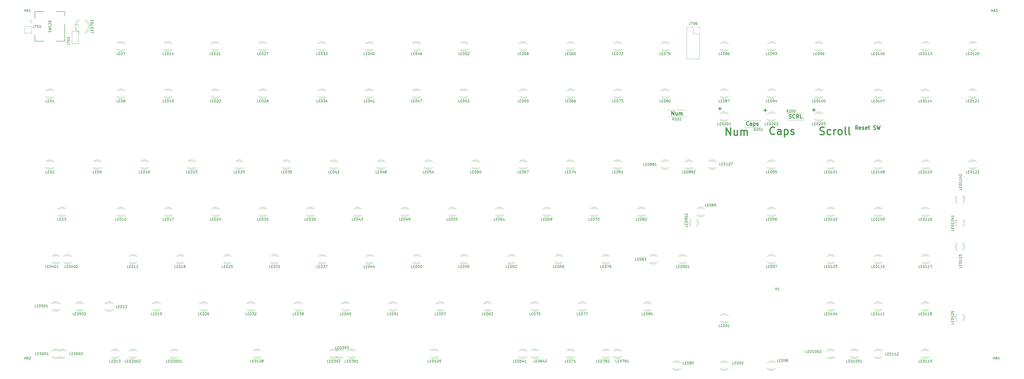
<source format=gbr>
G04 #@! TF.GenerationSoftware,KiCad,Pcbnew,(5.99.0-3379-gdb40e0c595)*
G04 #@! TF.CreationDate,2020-09-23T13:57:12-04:00*
G04 #@! TF.ProjectId,Boston-keyboard-S,426f7374-6f6e-42d6-9b65-79626f617264,rev?*
G04 #@! TF.SameCoordinates,Original*
G04 #@! TF.FileFunction,Legend,Top*
G04 #@! TF.FilePolarity,Positive*
%FSLAX46Y46*%
G04 Gerber Fmt 4.6, Leading zero omitted, Abs format (unit mm)*
G04 Created by KiCad (PCBNEW (5.99.0-3379-gdb40e0c595)) date 2020-09-23 13:57:12*
%MOMM*%
%LPD*%
G01*
G04 APERTURE LIST*
%ADD10C,0.500000*%
%ADD11C,0.300000*%
%ADD12C,0.150000*%
%ADD13C,0.120000*%
G04 APERTURE END LIST*
D10*
X376030000Y-79864285D02*
X376458571Y-80007142D01*
X377172857Y-80007142D01*
X377458571Y-79864285D01*
X377601428Y-79721428D01*
X377744285Y-79435714D01*
X377744285Y-79150000D01*
X377601428Y-78864285D01*
X377458571Y-78721428D01*
X377172857Y-78578571D01*
X376601428Y-78435714D01*
X376315714Y-78292857D01*
X376172857Y-78150000D01*
X376030000Y-77864285D01*
X376030000Y-77578571D01*
X376172857Y-77292857D01*
X376315714Y-77150000D01*
X376601428Y-77007142D01*
X377315714Y-77007142D01*
X377744285Y-77150000D01*
X380315714Y-79864285D02*
X380030000Y-80007142D01*
X379458571Y-80007142D01*
X379172857Y-79864285D01*
X379030000Y-79721428D01*
X378887142Y-79435714D01*
X378887142Y-78578571D01*
X379030000Y-78292857D01*
X379172857Y-78150000D01*
X379458571Y-78007142D01*
X380030000Y-78007142D01*
X380315714Y-78150000D01*
X381601428Y-80007142D02*
X381601428Y-78007142D01*
X381601428Y-78578571D02*
X381744285Y-78292857D01*
X381887142Y-78150000D01*
X382172857Y-78007142D01*
X382458571Y-78007142D01*
X383887142Y-80007142D02*
X383601428Y-79864285D01*
X383458571Y-79721428D01*
X383315714Y-79435714D01*
X383315714Y-78578571D01*
X383458571Y-78292857D01*
X383601428Y-78150000D01*
X383887142Y-78007142D01*
X384315714Y-78007142D01*
X384601428Y-78150000D01*
X384744285Y-78292857D01*
X384887142Y-78578571D01*
X384887142Y-79435714D01*
X384744285Y-79721428D01*
X384601428Y-79864285D01*
X384315714Y-80007142D01*
X383887142Y-80007142D01*
X386601428Y-80007142D02*
X386315714Y-79864285D01*
X386172857Y-79578571D01*
X386172857Y-77007142D01*
X388172857Y-80007142D02*
X387887142Y-79864285D01*
X387744285Y-79578571D01*
X387744285Y-77007142D01*
D11*
X372978571Y-70017142D02*
X374121428Y-70017142D01*
X373550000Y-70588571D02*
X373550000Y-69445714D01*
D10*
X338305714Y-80247142D02*
X338305714Y-77247142D01*
X340020000Y-80247142D01*
X340020000Y-77247142D01*
X342734285Y-78247142D02*
X342734285Y-80247142D01*
X341448571Y-78247142D02*
X341448571Y-79818571D01*
X341591428Y-80104285D01*
X341877142Y-80247142D01*
X342305714Y-80247142D01*
X342591428Y-80104285D01*
X342734285Y-79961428D01*
X344162857Y-80247142D02*
X344162857Y-78247142D01*
X344162857Y-78532857D02*
X344305714Y-78390000D01*
X344591428Y-78247142D01*
X345020000Y-78247142D01*
X345305714Y-78390000D01*
X345448571Y-78675714D01*
X345448571Y-80247142D01*
X345448571Y-78675714D02*
X345591428Y-78390000D01*
X345877142Y-78247142D01*
X346305714Y-78247142D01*
X346591428Y-78390000D01*
X346734285Y-78675714D01*
X346734285Y-80247142D01*
D11*
X353428571Y-70197142D02*
X354571428Y-70197142D01*
X354000000Y-70768571D02*
X354000000Y-69625714D01*
D10*
X357760000Y-79631428D02*
X357617142Y-79774285D01*
X357188571Y-79917142D01*
X356902857Y-79917142D01*
X356474285Y-79774285D01*
X356188571Y-79488571D01*
X356045714Y-79202857D01*
X355902857Y-78631428D01*
X355902857Y-78202857D01*
X356045714Y-77631428D01*
X356188571Y-77345714D01*
X356474285Y-77060000D01*
X356902857Y-76917142D01*
X357188571Y-76917142D01*
X357617142Y-77060000D01*
X357760000Y-77202857D01*
X360331428Y-79917142D02*
X360331428Y-78345714D01*
X360188571Y-78060000D01*
X359902857Y-77917142D01*
X359331428Y-77917142D01*
X359045714Y-78060000D01*
X360331428Y-79774285D02*
X360045714Y-79917142D01*
X359331428Y-79917142D01*
X359045714Y-79774285D01*
X358902857Y-79488571D01*
X358902857Y-79202857D01*
X359045714Y-78917142D01*
X359331428Y-78774285D01*
X360045714Y-78774285D01*
X360331428Y-78631428D01*
X361760000Y-77917142D02*
X361760000Y-80917142D01*
X361760000Y-78060000D02*
X362045714Y-77917142D01*
X362617142Y-77917142D01*
X362902857Y-78060000D01*
X363045714Y-78202857D01*
X363188571Y-78488571D01*
X363188571Y-79345714D01*
X363045714Y-79631428D01*
X362902857Y-79774285D01*
X362617142Y-79917142D01*
X362045714Y-79917142D01*
X361760000Y-79774285D01*
X364331428Y-79774285D02*
X364617142Y-79917142D01*
X365188571Y-79917142D01*
X365474285Y-79774285D01*
X365617142Y-79488571D01*
X365617142Y-79345714D01*
X365474285Y-79060000D01*
X365188571Y-78917142D01*
X364760000Y-78917142D01*
X364474285Y-78774285D01*
X364331428Y-78488571D01*
X364331428Y-78345714D01*
X364474285Y-78060000D01*
X364760000Y-77917142D01*
X365188571Y-77917142D01*
X365474285Y-78060000D01*
D11*
X316382857Y-72148571D02*
X316382857Y-70648571D01*
X317240000Y-72148571D01*
X317240000Y-70648571D01*
X318597142Y-71148571D02*
X318597142Y-72148571D01*
X317954285Y-71148571D02*
X317954285Y-71934285D01*
X318025714Y-72077142D01*
X318168571Y-72148571D01*
X318382857Y-72148571D01*
X318525714Y-72077142D01*
X318597142Y-72005714D01*
X319311428Y-72148571D02*
X319311428Y-71148571D01*
X319311428Y-71291428D02*
X319382857Y-71220000D01*
X319525714Y-71148571D01*
X319740000Y-71148571D01*
X319882857Y-71220000D01*
X319954285Y-71362857D01*
X319954285Y-72148571D01*
X319954285Y-71362857D02*
X320025714Y-71220000D01*
X320168571Y-71148571D01*
X320382857Y-71148571D01*
X320525714Y-71220000D01*
X320597142Y-71362857D01*
X320597142Y-72148571D01*
X347290000Y-76125714D02*
X347218571Y-76197142D01*
X347004285Y-76268571D01*
X346861428Y-76268571D01*
X346647142Y-76197142D01*
X346504285Y-76054285D01*
X346432857Y-75911428D01*
X346361428Y-75625714D01*
X346361428Y-75411428D01*
X346432857Y-75125714D01*
X346504285Y-74982857D01*
X346647142Y-74840000D01*
X346861428Y-74768571D01*
X347004285Y-74768571D01*
X347218571Y-74840000D01*
X347290000Y-74911428D01*
X348575714Y-76268571D02*
X348575714Y-75482857D01*
X348504285Y-75340000D01*
X348361428Y-75268571D01*
X348075714Y-75268571D01*
X347932857Y-75340000D01*
X348575714Y-76197142D02*
X348432857Y-76268571D01*
X348075714Y-76268571D01*
X347932857Y-76197142D01*
X347861428Y-76054285D01*
X347861428Y-75911428D01*
X347932857Y-75768571D01*
X348075714Y-75697142D01*
X348432857Y-75697142D01*
X348575714Y-75625714D01*
X349290000Y-75268571D02*
X349290000Y-76768571D01*
X349290000Y-75340000D02*
X349432857Y-75268571D01*
X349718571Y-75268571D01*
X349861428Y-75340000D01*
X349932857Y-75411428D01*
X350004285Y-75554285D01*
X350004285Y-75982857D01*
X349932857Y-76125714D01*
X349861428Y-76197142D01*
X349718571Y-76268571D01*
X349432857Y-76268571D01*
X349290000Y-76197142D01*
X350575714Y-76197142D02*
X350718571Y-76268571D01*
X351004285Y-76268571D01*
X351147142Y-76197142D01*
X351218571Y-76054285D01*
X351218571Y-75982857D01*
X351147142Y-75840000D01*
X351004285Y-75768571D01*
X350790000Y-75768571D01*
X350647142Y-75697142D01*
X350575714Y-75554285D01*
X350575714Y-75482857D01*
X350647142Y-75340000D01*
X350790000Y-75268571D01*
X351004285Y-75268571D01*
X351147142Y-75340000D01*
X363624285Y-73297142D02*
X363838571Y-73368571D01*
X364195714Y-73368571D01*
X364338571Y-73297142D01*
X364410000Y-73225714D01*
X364481428Y-73082857D01*
X364481428Y-72940000D01*
X364410000Y-72797142D01*
X364338571Y-72725714D01*
X364195714Y-72654285D01*
X363910000Y-72582857D01*
X363767142Y-72511428D01*
X363695714Y-72440000D01*
X363624285Y-72297142D01*
X363624285Y-72154285D01*
X363695714Y-72011428D01*
X363767142Y-71940000D01*
X363910000Y-71868571D01*
X364267142Y-71868571D01*
X364481428Y-71940000D01*
X365981428Y-73225714D02*
X365910000Y-73297142D01*
X365695714Y-73368571D01*
X365552857Y-73368571D01*
X365338571Y-73297142D01*
X365195714Y-73154285D01*
X365124285Y-73011428D01*
X365052857Y-72725714D01*
X365052857Y-72511428D01*
X365124285Y-72225714D01*
X365195714Y-72082857D01*
X365338571Y-71940000D01*
X365552857Y-71868571D01*
X365695714Y-71868571D01*
X365910000Y-71940000D01*
X365981428Y-72011428D01*
X367481428Y-73368571D02*
X366981428Y-72654285D01*
X366624285Y-73368571D02*
X366624285Y-71868571D01*
X367195714Y-71868571D01*
X367338571Y-71940000D01*
X367410000Y-72011428D01*
X367481428Y-72154285D01*
X367481428Y-72368571D01*
X367410000Y-72511428D01*
X367338571Y-72582857D01*
X367195714Y-72654285D01*
X366624285Y-72654285D01*
X368838571Y-73368571D02*
X368124285Y-73368571D01*
X368124285Y-71868571D01*
X335198571Y-69497142D02*
X336341428Y-69497142D01*
X335770000Y-70068571D02*
X335770000Y-68925714D01*
X391247500Y-77926071D02*
X390747500Y-77211785D01*
X390390357Y-77926071D02*
X390390357Y-76426071D01*
X390961785Y-76426071D01*
X391104642Y-76497500D01*
X391176071Y-76568928D01*
X391247500Y-76711785D01*
X391247500Y-76926071D01*
X391176071Y-77068928D01*
X391104642Y-77140357D01*
X390961785Y-77211785D01*
X390390357Y-77211785D01*
X392461785Y-77854642D02*
X392318928Y-77926071D01*
X392033214Y-77926071D01*
X391890357Y-77854642D01*
X391818928Y-77711785D01*
X391818928Y-77140357D01*
X391890357Y-76997500D01*
X392033214Y-76926071D01*
X392318928Y-76926071D01*
X392461785Y-76997500D01*
X392533214Y-77140357D01*
X392533214Y-77283214D01*
X391818928Y-77426071D01*
X393104642Y-77854642D02*
X393247500Y-77926071D01*
X393533214Y-77926071D01*
X393676071Y-77854642D01*
X393747500Y-77711785D01*
X393747500Y-77640357D01*
X393676071Y-77497500D01*
X393533214Y-77426071D01*
X393318928Y-77426071D01*
X393176071Y-77354642D01*
X393104642Y-77211785D01*
X393104642Y-77140357D01*
X393176071Y-76997500D01*
X393318928Y-76926071D01*
X393533214Y-76926071D01*
X393676071Y-76997500D01*
X394961785Y-77854642D02*
X394818928Y-77926071D01*
X394533214Y-77926071D01*
X394390357Y-77854642D01*
X394318928Y-77711785D01*
X394318928Y-77140357D01*
X394390357Y-76997500D01*
X394533214Y-76926071D01*
X394818928Y-76926071D01*
X394961785Y-76997500D01*
X395033214Y-77140357D01*
X395033214Y-77283214D01*
X394318928Y-77426071D01*
X395461785Y-76926071D02*
X396033214Y-76926071D01*
X395676071Y-76426071D02*
X395676071Y-77711785D01*
X395747500Y-77854642D01*
X395890357Y-77926071D01*
X396033214Y-77926071D01*
X397604642Y-77854642D02*
X397818928Y-77926071D01*
X398176071Y-77926071D01*
X398318928Y-77854642D01*
X398390357Y-77783214D01*
X398461785Y-77640357D01*
X398461785Y-77497500D01*
X398390357Y-77354642D01*
X398318928Y-77283214D01*
X398176071Y-77211785D01*
X397890357Y-77140357D01*
X397747500Y-77068928D01*
X397676071Y-76997500D01*
X397604642Y-76854642D01*
X397604642Y-76711785D01*
X397676071Y-76568928D01*
X397747500Y-76497500D01*
X397890357Y-76426071D01*
X398247500Y-76426071D01*
X398461785Y-76497500D01*
X398961785Y-76426071D02*
X399318928Y-77926071D01*
X399604642Y-76854642D01*
X399890357Y-77926071D01*
X400247500Y-76426071D01*
D12*
X74528571Y-168677380D02*
X74052380Y-168677380D01*
X74052380Y-167677380D01*
X74861904Y-168153571D02*
X75195238Y-168153571D01*
X75338095Y-168677380D02*
X74861904Y-168677380D01*
X74861904Y-167677380D01*
X75338095Y-167677380D01*
X75766666Y-168677380D02*
X75766666Y-167677380D01*
X76004761Y-167677380D01*
X76147619Y-167725000D01*
X76242857Y-167820238D01*
X76290476Y-167915476D01*
X76338095Y-168105952D01*
X76338095Y-168248809D01*
X76290476Y-168439285D01*
X76242857Y-168534523D01*
X76147619Y-168629761D01*
X76004761Y-168677380D01*
X75766666Y-168677380D01*
X77195238Y-167677380D02*
X77004761Y-167677380D01*
X76909523Y-167725000D01*
X76861904Y-167772619D01*
X76766666Y-167915476D01*
X76719047Y-168105952D01*
X76719047Y-168486904D01*
X76766666Y-168582142D01*
X76814285Y-168629761D01*
X76909523Y-168677380D01*
X77100000Y-168677380D01*
X77195238Y-168629761D01*
X77242857Y-168582142D01*
X77290476Y-168486904D01*
X77290476Y-168248809D01*
X77242857Y-168153571D01*
X77195238Y-168105952D01*
X77100000Y-168058333D01*
X76909523Y-168058333D01*
X76814285Y-168105952D01*
X76766666Y-168153571D01*
X76719047Y-168248809D01*
X77909523Y-167677380D02*
X78004761Y-167677380D01*
X78100000Y-167725000D01*
X78147619Y-167772619D01*
X78195238Y-167867857D01*
X78242857Y-168058333D01*
X78242857Y-168296428D01*
X78195238Y-168486904D01*
X78147619Y-168582142D01*
X78100000Y-168629761D01*
X78004761Y-168677380D01*
X77909523Y-168677380D01*
X77814285Y-168629761D01*
X77766666Y-168582142D01*
X77719047Y-168486904D01*
X77671428Y-168296428D01*
X77671428Y-168058333D01*
X77719047Y-167867857D01*
X77766666Y-167772619D01*
X77814285Y-167725000D01*
X77909523Y-167677380D01*
X78623809Y-167772619D02*
X78671428Y-167725000D01*
X78766666Y-167677380D01*
X79004761Y-167677380D01*
X79100000Y-167725000D01*
X79147619Y-167772619D01*
X79195238Y-167867857D01*
X79195238Y-167963095D01*
X79147619Y-168105952D01*
X78576190Y-168677380D01*
X79195238Y-168677380D01*
X181528571Y-166277380D02*
X181052380Y-166277380D01*
X181052380Y-165277380D01*
X181861904Y-165753571D02*
X182195238Y-165753571D01*
X182338095Y-166277380D02*
X181861904Y-166277380D01*
X181861904Y-165277380D01*
X182338095Y-165277380D01*
X182766666Y-166277380D02*
X182766666Y-165277380D01*
X183004761Y-165277380D01*
X183147619Y-165325000D01*
X183242857Y-165420238D01*
X183290476Y-165515476D01*
X183338095Y-165705952D01*
X183338095Y-165848809D01*
X183290476Y-166039285D01*
X183242857Y-166134523D01*
X183147619Y-166229761D01*
X183004761Y-166277380D01*
X182766666Y-166277380D01*
X183671428Y-165277380D02*
X184290476Y-165277380D01*
X183957142Y-165658333D01*
X184100000Y-165658333D01*
X184195238Y-165705952D01*
X184242857Y-165753571D01*
X184290476Y-165848809D01*
X184290476Y-166086904D01*
X184242857Y-166182142D01*
X184195238Y-166229761D01*
X184100000Y-166277380D01*
X183814285Y-166277380D01*
X183719047Y-166229761D01*
X183671428Y-166182142D01*
X184766666Y-166277380D02*
X184957142Y-166277380D01*
X185052380Y-166229761D01*
X185100000Y-166182142D01*
X185195238Y-166039285D01*
X185242857Y-165848809D01*
X185242857Y-165467857D01*
X185195238Y-165372619D01*
X185147619Y-165325000D01*
X185052380Y-165277380D01*
X184861904Y-165277380D01*
X184766666Y-165325000D01*
X184719047Y-165372619D01*
X184671428Y-165467857D01*
X184671428Y-165705952D01*
X184719047Y-165801190D01*
X184766666Y-165848809D01*
X184861904Y-165896428D01*
X185052380Y-165896428D01*
X185147619Y-165848809D01*
X185195238Y-165801190D01*
X185242857Y-165705952D01*
X185576190Y-165277380D02*
X186195238Y-165277380D01*
X185861904Y-165658333D01*
X186004761Y-165658333D01*
X186100000Y-165705952D01*
X186147619Y-165753571D01*
X186195238Y-165848809D01*
X186195238Y-166086904D01*
X186147619Y-166182142D01*
X186100000Y-166229761D01*
X186004761Y-166277380D01*
X185719047Y-166277380D01*
X185623809Y-166229761D01*
X185576190Y-166182142D01*
X378253571Y-133592380D02*
X377777380Y-133592380D01*
X377777380Y-132592380D01*
X378586904Y-133068571D02*
X378920238Y-133068571D01*
X379063095Y-133592380D02*
X378586904Y-133592380D01*
X378586904Y-132592380D01*
X379063095Y-132592380D01*
X379491666Y-133592380D02*
X379491666Y-132592380D01*
X379729761Y-132592380D01*
X379872619Y-132640000D01*
X379967857Y-132735238D01*
X380015476Y-132830476D01*
X380063095Y-133020952D01*
X380063095Y-133163809D01*
X380015476Y-133354285D01*
X379967857Y-133449523D01*
X379872619Y-133544761D01*
X379729761Y-133592380D01*
X379491666Y-133592380D01*
X381015476Y-133592380D02*
X380444047Y-133592380D01*
X380729761Y-133592380D02*
X380729761Y-132592380D01*
X380634523Y-132735238D01*
X380539285Y-132830476D01*
X380444047Y-132878095D01*
X381634523Y-132592380D02*
X381729761Y-132592380D01*
X381825000Y-132640000D01*
X381872619Y-132687619D01*
X381920238Y-132782857D01*
X381967857Y-132973333D01*
X381967857Y-133211428D01*
X381920238Y-133401904D01*
X381872619Y-133497142D01*
X381825000Y-133544761D01*
X381729761Y-133592380D01*
X381634523Y-133592380D01*
X381539285Y-133544761D01*
X381491666Y-133497142D01*
X381444047Y-133401904D01*
X381396428Y-133211428D01*
X381396428Y-132973333D01*
X381444047Y-132782857D01*
X381491666Y-132687619D01*
X381539285Y-132640000D01*
X381634523Y-132592380D01*
X382301190Y-132592380D02*
X382920238Y-132592380D01*
X382586904Y-132973333D01*
X382729761Y-132973333D01*
X382825000Y-133020952D01*
X382872619Y-133068571D01*
X382920238Y-133163809D01*
X382920238Y-133401904D01*
X382872619Y-133497142D01*
X382825000Y-133544761D01*
X382729761Y-133592380D01*
X382444047Y-133592380D01*
X382348809Y-133544761D01*
X382301190Y-133497142D01*
X72972380Y-43570714D02*
X73686666Y-43570714D01*
X73829523Y-43618333D01*
X73924761Y-43713571D01*
X73972380Y-43856428D01*
X73972380Y-43951666D01*
X72972380Y-43189761D02*
X72972380Y-42523095D01*
X73972380Y-42951666D01*
X72972380Y-41951666D02*
X72972380Y-41856428D01*
X73020000Y-41761190D01*
X73067619Y-41713571D01*
X73162857Y-41665952D01*
X73353333Y-41618333D01*
X73591428Y-41618333D01*
X73781904Y-41665952D01*
X73877142Y-41713571D01*
X73924761Y-41761190D01*
X73972380Y-41856428D01*
X73972380Y-41951666D01*
X73924761Y-42046904D01*
X73877142Y-42094523D01*
X73781904Y-42142142D01*
X73591428Y-42189761D01*
X73353333Y-42189761D01*
X73162857Y-42142142D01*
X73067619Y-42094523D01*
X73020000Y-42046904D01*
X72972380Y-41951666D01*
X73067619Y-41237380D02*
X73020000Y-41189761D01*
X72972380Y-41094523D01*
X72972380Y-40856428D01*
X73020000Y-40761190D01*
X73067619Y-40713571D01*
X73162857Y-40665952D01*
X73258095Y-40665952D01*
X73400952Y-40713571D01*
X73972380Y-41285000D01*
X73972380Y-40665952D01*
X178704761Y-95492380D02*
X178228571Y-95492380D01*
X178228571Y-94492380D01*
X179038095Y-94968571D02*
X179371428Y-94968571D01*
X179514285Y-95492380D02*
X179038095Y-95492380D01*
X179038095Y-94492380D01*
X179514285Y-94492380D01*
X179942857Y-95492380D02*
X179942857Y-94492380D01*
X180180952Y-94492380D01*
X180323809Y-94540000D01*
X180419047Y-94635238D01*
X180466666Y-94730476D01*
X180514285Y-94920952D01*
X180514285Y-95063809D01*
X180466666Y-95254285D01*
X180419047Y-95349523D01*
X180323809Y-95444761D01*
X180180952Y-95492380D01*
X179942857Y-95492380D01*
X181371428Y-94825714D02*
X181371428Y-95492380D01*
X181133333Y-94444761D02*
X180895238Y-95159047D01*
X181514285Y-95159047D01*
X181847619Y-94587619D02*
X181895238Y-94540000D01*
X181990476Y-94492380D01*
X182228571Y-94492380D01*
X182323809Y-94540000D01*
X182371428Y-94587619D01*
X182419047Y-94682857D01*
X182419047Y-94778095D01*
X182371428Y-94920952D01*
X181800000Y-95492380D01*
X182419047Y-95492380D01*
X416353571Y-171692380D02*
X415877380Y-171692380D01*
X415877380Y-170692380D01*
X416686904Y-171168571D02*
X417020238Y-171168571D01*
X417163095Y-171692380D02*
X416686904Y-171692380D01*
X416686904Y-170692380D01*
X417163095Y-170692380D01*
X417591666Y-171692380D02*
X417591666Y-170692380D01*
X417829761Y-170692380D01*
X417972619Y-170740000D01*
X418067857Y-170835238D01*
X418115476Y-170930476D01*
X418163095Y-171120952D01*
X418163095Y-171263809D01*
X418115476Y-171454285D01*
X418067857Y-171549523D01*
X417972619Y-171644761D01*
X417829761Y-171692380D01*
X417591666Y-171692380D01*
X419115476Y-171692380D02*
X418544047Y-171692380D01*
X418829761Y-171692380D02*
X418829761Y-170692380D01*
X418734523Y-170835238D01*
X418639285Y-170930476D01*
X418544047Y-170978095D01*
X420067857Y-171692380D02*
X419496428Y-171692380D01*
X419782142Y-171692380D02*
X419782142Y-170692380D01*
X419686904Y-170835238D01*
X419591666Y-170930476D01*
X419496428Y-170978095D01*
X420544047Y-171692380D02*
X420734523Y-171692380D01*
X420829761Y-171644761D01*
X420877380Y-171597142D01*
X420972619Y-171454285D01*
X421020238Y-171263809D01*
X421020238Y-170882857D01*
X420972619Y-170787619D01*
X420925000Y-170740000D01*
X420829761Y-170692380D01*
X420639285Y-170692380D01*
X420544047Y-170740000D01*
X420496428Y-170787619D01*
X420448809Y-170882857D01*
X420448809Y-171120952D01*
X420496428Y-171216190D01*
X420544047Y-171263809D01*
X420639285Y-171311428D01*
X420829761Y-171311428D01*
X420925000Y-171263809D01*
X420972619Y-171216190D01*
X421020238Y-171120952D01*
X358131595Y-142601880D02*
X358131595Y-141601880D01*
X358131595Y-142078071D02*
X358703023Y-142078071D01*
X358703023Y-142601880D02*
X358703023Y-141601880D01*
X359703023Y-142601880D02*
X359131595Y-142601880D01*
X359417309Y-142601880D02*
X359417309Y-141601880D01*
X359322071Y-141744738D01*
X359226833Y-141839976D01*
X359131595Y-141887595D01*
X250142261Y-133592380D02*
X249666071Y-133592380D01*
X249666071Y-132592380D01*
X250475595Y-133068571D02*
X250808928Y-133068571D01*
X250951785Y-133592380D02*
X250475595Y-133592380D01*
X250475595Y-132592380D01*
X250951785Y-132592380D01*
X251380357Y-133592380D02*
X251380357Y-132592380D01*
X251618452Y-132592380D01*
X251761309Y-132640000D01*
X251856547Y-132735238D01*
X251904166Y-132830476D01*
X251951785Y-133020952D01*
X251951785Y-133163809D01*
X251904166Y-133354285D01*
X251856547Y-133449523D01*
X251761309Y-133544761D01*
X251618452Y-133592380D01*
X251380357Y-133592380D01*
X252808928Y-132592380D02*
X252618452Y-132592380D01*
X252523214Y-132640000D01*
X252475595Y-132687619D01*
X252380357Y-132830476D01*
X252332738Y-133020952D01*
X252332738Y-133401904D01*
X252380357Y-133497142D01*
X252427976Y-133544761D01*
X252523214Y-133592380D01*
X252713690Y-133592380D01*
X252808928Y-133544761D01*
X252856547Y-133497142D01*
X252904166Y-133401904D01*
X252904166Y-133163809D01*
X252856547Y-133068571D01*
X252808928Y-133020952D01*
X252713690Y-132973333D01*
X252523214Y-132973333D01*
X252427976Y-133020952D01*
X252380357Y-133068571D01*
X252332738Y-133163809D01*
X253285119Y-132687619D02*
X253332738Y-132640000D01*
X253427976Y-132592380D01*
X253666071Y-132592380D01*
X253761309Y-132640000D01*
X253808928Y-132687619D01*
X253856547Y-132782857D01*
X253856547Y-132878095D01*
X253808928Y-133020952D01*
X253237500Y-133592380D01*
X253856547Y-133592380D01*
X60728571Y-168677380D02*
X60252380Y-168677380D01*
X60252380Y-167677380D01*
X61061904Y-168153571D02*
X61395238Y-168153571D01*
X61538095Y-168677380D02*
X61061904Y-168677380D01*
X61061904Y-167677380D01*
X61538095Y-167677380D01*
X61966666Y-168677380D02*
X61966666Y-167677380D01*
X62204761Y-167677380D01*
X62347619Y-167725000D01*
X62442857Y-167820238D01*
X62490476Y-167915476D01*
X62538095Y-168105952D01*
X62538095Y-168248809D01*
X62490476Y-168439285D01*
X62442857Y-168534523D01*
X62347619Y-168629761D01*
X62204761Y-168677380D01*
X61966666Y-168677380D01*
X63395238Y-167677380D02*
X63204761Y-167677380D01*
X63109523Y-167725000D01*
X63061904Y-167772619D01*
X62966666Y-167915476D01*
X62919047Y-168105952D01*
X62919047Y-168486904D01*
X62966666Y-168582142D01*
X63014285Y-168629761D01*
X63109523Y-168677380D01*
X63300000Y-168677380D01*
X63395238Y-168629761D01*
X63442857Y-168582142D01*
X63490476Y-168486904D01*
X63490476Y-168248809D01*
X63442857Y-168153571D01*
X63395238Y-168105952D01*
X63300000Y-168058333D01*
X63109523Y-168058333D01*
X63014285Y-168105952D01*
X62966666Y-168153571D01*
X62919047Y-168248809D01*
X64109523Y-167677380D02*
X64204761Y-167677380D01*
X64300000Y-167725000D01*
X64347619Y-167772619D01*
X64395238Y-167867857D01*
X64442857Y-168058333D01*
X64442857Y-168296428D01*
X64395238Y-168486904D01*
X64347619Y-168582142D01*
X64300000Y-168629761D01*
X64204761Y-168677380D01*
X64109523Y-168677380D01*
X64014285Y-168629761D01*
X63966666Y-168582142D01*
X63919047Y-168486904D01*
X63871428Y-168296428D01*
X63871428Y-168058333D01*
X63919047Y-167867857D01*
X63966666Y-167772619D01*
X64014285Y-167725000D01*
X64109523Y-167677380D01*
X65395238Y-168677380D02*
X64823809Y-168677380D01*
X65109523Y-168677380D02*
X65109523Y-167677380D01*
X65014285Y-167820238D01*
X64919047Y-167915476D01*
X64823809Y-167963095D01*
X235854761Y-95492380D02*
X235378571Y-95492380D01*
X235378571Y-94492380D01*
X236188095Y-94968571D02*
X236521428Y-94968571D01*
X236664285Y-95492380D02*
X236188095Y-95492380D01*
X236188095Y-94492380D01*
X236664285Y-94492380D01*
X237092857Y-95492380D02*
X237092857Y-94492380D01*
X237330952Y-94492380D01*
X237473809Y-94540000D01*
X237569047Y-94635238D01*
X237616666Y-94730476D01*
X237664285Y-94920952D01*
X237664285Y-95063809D01*
X237616666Y-95254285D01*
X237569047Y-95349523D01*
X237473809Y-95444761D01*
X237330952Y-95492380D01*
X237092857Y-95492380D01*
X238521428Y-94492380D02*
X238330952Y-94492380D01*
X238235714Y-94540000D01*
X238188095Y-94587619D01*
X238092857Y-94730476D01*
X238045238Y-94920952D01*
X238045238Y-95301904D01*
X238092857Y-95397142D01*
X238140476Y-95444761D01*
X238235714Y-95492380D01*
X238426190Y-95492380D01*
X238521428Y-95444761D01*
X238569047Y-95397142D01*
X238616666Y-95301904D01*
X238616666Y-95063809D01*
X238569047Y-94968571D01*
X238521428Y-94920952D01*
X238426190Y-94873333D01*
X238235714Y-94873333D01*
X238140476Y-94920952D01*
X238092857Y-94968571D01*
X238045238Y-95063809D01*
X239235714Y-94492380D02*
X239330952Y-94492380D01*
X239426190Y-94540000D01*
X239473809Y-94587619D01*
X239521428Y-94682857D01*
X239569047Y-94873333D01*
X239569047Y-95111428D01*
X239521428Y-95301904D01*
X239473809Y-95397142D01*
X239426190Y-95444761D01*
X239330952Y-95492380D01*
X239235714Y-95492380D01*
X239140476Y-95444761D01*
X239092857Y-95397142D01*
X239045238Y-95301904D01*
X238997619Y-95111428D01*
X238997619Y-94873333D01*
X239045238Y-94682857D01*
X239092857Y-94587619D01*
X239140476Y-94540000D01*
X239235714Y-94492380D01*
X150129761Y-114542380D02*
X149653571Y-114542380D01*
X149653571Y-113542380D01*
X150463095Y-114018571D02*
X150796428Y-114018571D01*
X150939285Y-114542380D02*
X150463095Y-114542380D01*
X150463095Y-113542380D01*
X150939285Y-113542380D01*
X151367857Y-114542380D02*
X151367857Y-113542380D01*
X151605952Y-113542380D01*
X151748809Y-113590000D01*
X151844047Y-113685238D01*
X151891666Y-113780476D01*
X151939285Y-113970952D01*
X151939285Y-114113809D01*
X151891666Y-114304285D01*
X151844047Y-114399523D01*
X151748809Y-114494761D01*
X151605952Y-114542380D01*
X151367857Y-114542380D01*
X152272619Y-113542380D02*
X152891666Y-113542380D01*
X152558333Y-113923333D01*
X152701190Y-113923333D01*
X152796428Y-113970952D01*
X152844047Y-114018571D01*
X152891666Y-114113809D01*
X152891666Y-114351904D01*
X152844047Y-114447142D01*
X152796428Y-114494761D01*
X152701190Y-114542380D01*
X152415476Y-114542380D01*
X152320238Y-114494761D01*
X152272619Y-114447142D01*
X153510714Y-113542380D02*
X153605952Y-113542380D01*
X153701190Y-113590000D01*
X153748809Y-113637619D01*
X153796428Y-113732857D01*
X153844047Y-113923333D01*
X153844047Y-114161428D01*
X153796428Y-114351904D01*
X153748809Y-114447142D01*
X153701190Y-114494761D01*
X153605952Y-114542380D01*
X153510714Y-114542380D01*
X153415476Y-114494761D01*
X153367857Y-114447142D01*
X153320238Y-114351904D01*
X153272619Y-114161428D01*
X153272619Y-113923333D01*
X153320238Y-113732857D01*
X153367857Y-113637619D01*
X153415476Y-113590000D01*
X153510714Y-113542380D01*
X336128571Y-92277380D02*
X335652380Y-92277380D01*
X335652380Y-91277380D01*
X336461904Y-91753571D02*
X336795238Y-91753571D01*
X336938095Y-92277380D02*
X336461904Y-92277380D01*
X336461904Y-91277380D01*
X336938095Y-91277380D01*
X337366666Y-92277380D02*
X337366666Y-91277380D01*
X337604761Y-91277380D01*
X337747619Y-91325000D01*
X337842857Y-91420238D01*
X337890476Y-91515476D01*
X337938095Y-91705952D01*
X337938095Y-91848809D01*
X337890476Y-92039285D01*
X337842857Y-92134523D01*
X337747619Y-92229761D01*
X337604761Y-92277380D01*
X337366666Y-92277380D01*
X338890476Y-92277380D02*
X338319047Y-92277380D01*
X338604761Y-92277380D02*
X338604761Y-91277380D01*
X338509523Y-91420238D01*
X338414285Y-91515476D01*
X338319047Y-91563095D01*
X339271428Y-91372619D02*
X339319047Y-91325000D01*
X339414285Y-91277380D01*
X339652380Y-91277380D01*
X339747619Y-91325000D01*
X339795238Y-91372619D01*
X339842857Y-91467857D01*
X339842857Y-91563095D01*
X339795238Y-91705952D01*
X339223809Y-92277380D01*
X339842857Y-92277380D01*
X340176190Y-91277380D02*
X340842857Y-91277380D01*
X340414285Y-92277380D01*
X164417261Y-152642380D02*
X163941071Y-152642380D01*
X163941071Y-151642380D01*
X164750595Y-152118571D02*
X165083928Y-152118571D01*
X165226785Y-152642380D02*
X164750595Y-152642380D01*
X164750595Y-151642380D01*
X165226785Y-151642380D01*
X165655357Y-152642380D02*
X165655357Y-151642380D01*
X165893452Y-151642380D01*
X166036309Y-151690000D01*
X166131547Y-151785238D01*
X166179166Y-151880476D01*
X166226785Y-152070952D01*
X166226785Y-152213809D01*
X166179166Y-152404285D01*
X166131547Y-152499523D01*
X166036309Y-152594761D01*
X165893452Y-152642380D01*
X165655357Y-152642380D01*
X166560119Y-151642380D02*
X167179166Y-151642380D01*
X166845833Y-152023333D01*
X166988690Y-152023333D01*
X167083928Y-152070952D01*
X167131547Y-152118571D01*
X167179166Y-152213809D01*
X167179166Y-152451904D01*
X167131547Y-152547142D01*
X167083928Y-152594761D01*
X166988690Y-152642380D01*
X166702976Y-152642380D01*
X166607738Y-152594761D01*
X166560119Y-152547142D01*
X167750595Y-152070952D02*
X167655357Y-152023333D01*
X167607738Y-151975714D01*
X167560119Y-151880476D01*
X167560119Y-151832857D01*
X167607738Y-151737619D01*
X167655357Y-151690000D01*
X167750595Y-151642380D01*
X167941071Y-151642380D01*
X168036309Y-151690000D01*
X168083928Y-151737619D01*
X168131547Y-151832857D01*
X168131547Y-151880476D01*
X168083928Y-151975714D01*
X168036309Y-152023333D01*
X167941071Y-152070952D01*
X167750595Y-152070952D01*
X167655357Y-152118571D01*
X167607738Y-152166190D01*
X167560119Y-152261428D01*
X167560119Y-152451904D01*
X167607738Y-152547142D01*
X167655357Y-152594761D01*
X167750595Y-152642380D01*
X167941071Y-152642380D01*
X168036309Y-152594761D01*
X168083928Y-152547142D01*
X168131547Y-152451904D01*
X168131547Y-152261428D01*
X168083928Y-152166190D01*
X168036309Y-152118571D01*
X167941071Y-152070952D01*
X231092261Y-66917380D02*
X230616071Y-66917380D01*
X230616071Y-65917380D01*
X231425595Y-66393571D02*
X231758928Y-66393571D01*
X231901785Y-66917380D02*
X231425595Y-66917380D01*
X231425595Y-65917380D01*
X231901785Y-65917380D01*
X232330357Y-66917380D02*
X232330357Y-65917380D01*
X232568452Y-65917380D01*
X232711309Y-65965000D01*
X232806547Y-66060238D01*
X232854166Y-66155476D01*
X232901785Y-66345952D01*
X232901785Y-66488809D01*
X232854166Y-66679285D01*
X232806547Y-66774523D01*
X232711309Y-66869761D01*
X232568452Y-66917380D01*
X232330357Y-66917380D01*
X233806547Y-65917380D02*
X233330357Y-65917380D01*
X233282738Y-66393571D01*
X233330357Y-66345952D01*
X233425595Y-66298333D01*
X233663690Y-66298333D01*
X233758928Y-66345952D01*
X233806547Y-66393571D01*
X233854166Y-66488809D01*
X233854166Y-66726904D01*
X233806547Y-66822142D01*
X233758928Y-66869761D01*
X233663690Y-66917380D01*
X233425595Y-66917380D01*
X233330357Y-66869761D01*
X233282738Y-66822142D01*
X234187500Y-65917380D02*
X234806547Y-65917380D01*
X234473214Y-66298333D01*
X234616071Y-66298333D01*
X234711309Y-66345952D01*
X234758928Y-66393571D01*
X234806547Y-66488809D01*
X234806547Y-66726904D01*
X234758928Y-66822142D01*
X234711309Y-66869761D01*
X234616071Y-66917380D01*
X234330357Y-66917380D01*
X234235119Y-66869761D01*
X234187500Y-66822142D01*
X335867261Y-157404880D02*
X335391071Y-157404880D01*
X335391071Y-156404880D01*
X336200595Y-156881071D02*
X336533928Y-156881071D01*
X336676785Y-157404880D02*
X336200595Y-157404880D01*
X336200595Y-156404880D01*
X336676785Y-156404880D01*
X337105357Y-157404880D02*
X337105357Y-156404880D01*
X337343452Y-156404880D01*
X337486309Y-156452500D01*
X337581547Y-156547738D01*
X337629166Y-156642976D01*
X337676785Y-156833452D01*
X337676785Y-156976309D01*
X337629166Y-157166785D01*
X337581547Y-157262023D01*
X337486309Y-157357261D01*
X337343452Y-157404880D01*
X337105357Y-157404880D01*
X338152976Y-157404880D02*
X338343452Y-157404880D01*
X338438690Y-157357261D01*
X338486309Y-157309642D01*
X338581547Y-157166785D01*
X338629166Y-156976309D01*
X338629166Y-156595357D01*
X338581547Y-156500119D01*
X338533928Y-156452500D01*
X338438690Y-156404880D01*
X338248214Y-156404880D01*
X338152976Y-156452500D01*
X338105357Y-156500119D01*
X338057738Y-156595357D01*
X338057738Y-156833452D01*
X338105357Y-156928690D01*
X338152976Y-156976309D01*
X338248214Y-157023928D01*
X338438690Y-157023928D01*
X338533928Y-156976309D01*
X338581547Y-156928690D01*
X338629166Y-156833452D01*
X339581547Y-157404880D02*
X339010119Y-157404880D01*
X339295833Y-157404880D02*
X339295833Y-156404880D01*
X339200595Y-156547738D01*
X339105357Y-156642976D01*
X339010119Y-156690595D01*
X416353571Y-95492380D02*
X415877380Y-95492380D01*
X415877380Y-94492380D01*
X416686904Y-94968571D02*
X417020238Y-94968571D01*
X417163095Y-95492380D02*
X416686904Y-95492380D01*
X416686904Y-94492380D01*
X417163095Y-94492380D01*
X417591666Y-95492380D02*
X417591666Y-94492380D01*
X417829761Y-94492380D01*
X417972619Y-94540000D01*
X418067857Y-94635238D01*
X418115476Y-94730476D01*
X418163095Y-94920952D01*
X418163095Y-95063809D01*
X418115476Y-95254285D01*
X418067857Y-95349523D01*
X417972619Y-95444761D01*
X417829761Y-95492380D01*
X417591666Y-95492380D01*
X419115476Y-95492380D02*
X418544047Y-95492380D01*
X418829761Y-95492380D02*
X418829761Y-94492380D01*
X418734523Y-94635238D01*
X418639285Y-94730476D01*
X418544047Y-94778095D01*
X420067857Y-95492380D02*
X419496428Y-95492380D01*
X419782142Y-95492380D02*
X419782142Y-94492380D01*
X419686904Y-94635238D01*
X419591666Y-94730476D01*
X419496428Y-94778095D01*
X420972619Y-94492380D02*
X420496428Y-94492380D01*
X420448809Y-94968571D01*
X420496428Y-94920952D01*
X420591666Y-94873333D01*
X420829761Y-94873333D01*
X420925000Y-94920952D01*
X420972619Y-94968571D01*
X421020238Y-95063809D01*
X421020238Y-95301904D01*
X420972619Y-95397142D01*
X420925000Y-95444761D01*
X420829761Y-95492380D01*
X420591666Y-95492380D01*
X420496428Y-95444761D01*
X420448809Y-95397142D01*
X435403571Y-47841980D02*
X434927380Y-47841980D01*
X434927380Y-46841980D01*
X435736904Y-47318171D02*
X436070238Y-47318171D01*
X436213095Y-47841980D02*
X435736904Y-47841980D01*
X435736904Y-46841980D01*
X436213095Y-46841980D01*
X436641666Y-47841980D02*
X436641666Y-46841980D01*
X436879761Y-46841980D01*
X437022619Y-46889600D01*
X437117857Y-46984838D01*
X437165476Y-47080076D01*
X437213095Y-47270552D01*
X437213095Y-47413409D01*
X437165476Y-47603885D01*
X437117857Y-47699123D01*
X437022619Y-47794361D01*
X436879761Y-47841980D01*
X436641666Y-47841980D01*
X438165476Y-47841980D02*
X437594047Y-47841980D01*
X437879761Y-47841980D02*
X437879761Y-46841980D01*
X437784523Y-46984838D01*
X437689285Y-47080076D01*
X437594047Y-47127695D01*
X438546428Y-46937219D02*
X438594047Y-46889600D01*
X438689285Y-46841980D01*
X438927380Y-46841980D01*
X439022619Y-46889600D01*
X439070238Y-46937219D01*
X439117857Y-47032457D01*
X439117857Y-47127695D01*
X439070238Y-47270552D01*
X438498809Y-47841980D01*
X439117857Y-47841980D01*
X439736904Y-46841980D02*
X439832142Y-46841980D01*
X439927380Y-46889600D01*
X439975000Y-46937219D01*
X440022619Y-47032457D01*
X440070238Y-47222933D01*
X440070238Y-47461028D01*
X440022619Y-47651504D01*
X439975000Y-47746742D01*
X439927380Y-47794361D01*
X439832142Y-47841980D01*
X439736904Y-47841980D01*
X439641666Y-47794361D01*
X439594047Y-47746742D01*
X439546428Y-47651504D01*
X439498809Y-47461028D01*
X439498809Y-47222933D01*
X439546428Y-47032457D01*
X439594047Y-46937219D01*
X439641666Y-46889600D01*
X439736904Y-46841980D01*
X112029761Y-66917380D02*
X111553571Y-66917380D01*
X111553571Y-65917380D01*
X112363095Y-66393571D02*
X112696428Y-66393571D01*
X112839285Y-66917380D02*
X112363095Y-66917380D01*
X112363095Y-65917380D01*
X112839285Y-65917380D01*
X113267857Y-66917380D02*
X113267857Y-65917380D01*
X113505952Y-65917380D01*
X113648809Y-65965000D01*
X113744047Y-66060238D01*
X113791666Y-66155476D01*
X113839285Y-66345952D01*
X113839285Y-66488809D01*
X113791666Y-66679285D01*
X113744047Y-66774523D01*
X113648809Y-66869761D01*
X113505952Y-66917380D01*
X113267857Y-66917380D01*
X114791666Y-66917380D02*
X114220238Y-66917380D01*
X114505952Y-66917380D02*
X114505952Y-65917380D01*
X114410714Y-66060238D01*
X114315476Y-66155476D01*
X114220238Y-66203095D01*
X115696428Y-65917380D02*
X115220238Y-65917380D01*
X115172619Y-66393571D01*
X115220238Y-66345952D01*
X115315476Y-66298333D01*
X115553571Y-66298333D01*
X115648809Y-66345952D01*
X115696428Y-66393571D01*
X115744047Y-66488809D01*
X115744047Y-66726904D01*
X115696428Y-66822142D01*
X115648809Y-66869761D01*
X115553571Y-66917380D01*
X115315476Y-66917380D01*
X115220238Y-66869761D01*
X115172619Y-66822142D01*
X192992261Y-47867380D02*
X192516071Y-47867380D01*
X192516071Y-46867380D01*
X193325595Y-47343571D02*
X193658928Y-47343571D01*
X193801785Y-47867380D02*
X193325595Y-47867380D01*
X193325595Y-46867380D01*
X193801785Y-46867380D01*
X194230357Y-47867380D02*
X194230357Y-46867380D01*
X194468452Y-46867380D01*
X194611309Y-46915000D01*
X194706547Y-47010238D01*
X194754166Y-47105476D01*
X194801785Y-47295952D01*
X194801785Y-47438809D01*
X194754166Y-47629285D01*
X194706547Y-47724523D01*
X194611309Y-47819761D01*
X194468452Y-47867380D01*
X194230357Y-47867380D01*
X195658928Y-47200714D02*
X195658928Y-47867380D01*
X195420833Y-46819761D02*
X195182738Y-47534047D01*
X195801785Y-47534047D01*
X196373214Y-46867380D02*
X196468452Y-46867380D01*
X196563690Y-46915000D01*
X196611309Y-46962619D01*
X196658928Y-47057857D01*
X196706547Y-47248333D01*
X196706547Y-47486428D01*
X196658928Y-47676904D01*
X196611309Y-47772142D01*
X196563690Y-47819761D01*
X196468452Y-47867380D01*
X196373214Y-47867380D01*
X196277976Y-47819761D01*
X196230357Y-47772142D01*
X196182738Y-47676904D01*
X196135119Y-47486428D01*
X196135119Y-47248333D01*
X196182738Y-47057857D01*
X196230357Y-46962619D01*
X196277976Y-46915000D01*
X196373214Y-46867380D01*
X112029761Y-114542380D02*
X111553571Y-114542380D01*
X111553571Y-113542380D01*
X112363095Y-114018571D02*
X112696428Y-114018571D01*
X112839285Y-114542380D02*
X112363095Y-114542380D01*
X112363095Y-113542380D01*
X112839285Y-113542380D01*
X113267857Y-114542380D02*
X113267857Y-113542380D01*
X113505952Y-113542380D01*
X113648809Y-113590000D01*
X113744047Y-113685238D01*
X113791666Y-113780476D01*
X113839285Y-113970952D01*
X113839285Y-114113809D01*
X113791666Y-114304285D01*
X113744047Y-114399523D01*
X113648809Y-114494761D01*
X113505952Y-114542380D01*
X113267857Y-114542380D01*
X114791666Y-114542380D02*
X114220238Y-114542380D01*
X114505952Y-114542380D02*
X114505952Y-113542380D01*
X114410714Y-113685238D01*
X114315476Y-113780476D01*
X114220238Y-113828095D01*
X115125000Y-113542380D02*
X115791666Y-113542380D01*
X115363095Y-114542380D01*
X397303571Y-66942780D02*
X396827380Y-66942780D01*
X396827380Y-65942780D01*
X397636904Y-66418971D02*
X397970238Y-66418971D01*
X398113095Y-66942780D02*
X397636904Y-66942780D01*
X397636904Y-65942780D01*
X398113095Y-65942780D01*
X398541666Y-66942780D02*
X398541666Y-65942780D01*
X398779761Y-65942780D01*
X398922619Y-65990400D01*
X399017857Y-66085638D01*
X399065476Y-66180876D01*
X399113095Y-66371352D01*
X399113095Y-66514209D01*
X399065476Y-66704685D01*
X399017857Y-66799923D01*
X398922619Y-66895161D01*
X398779761Y-66942780D01*
X398541666Y-66942780D01*
X400065476Y-66942780D02*
X399494047Y-66942780D01*
X399779761Y-66942780D02*
X399779761Y-65942780D01*
X399684523Y-66085638D01*
X399589285Y-66180876D01*
X399494047Y-66228495D01*
X400684523Y-65942780D02*
X400779761Y-65942780D01*
X400875000Y-65990400D01*
X400922619Y-66038019D01*
X400970238Y-66133257D01*
X401017857Y-66323733D01*
X401017857Y-66561828D01*
X400970238Y-66752304D01*
X400922619Y-66847542D01*
X400875000Y-66895161D01*
X400779761Y-66942780D01*
X400684523Y-66942780D01*
X400589285Y-66895161D01*
X400541666Y-66847542D01*
X400494047Y-66752304D01*
X400446428Y-66561828D01*
X400446428Y-66323733D01*
X400494047Y-66133257D01*
X400541666Y-66038019D01*
X400589285Y-65990400D01*
X400684523Y-65942780D01*
X401351190Y-65942780D02*
X402017857Y-65942780D01*
X401589285Y-66942780D01*
X416353571Y-47841980D02*
X415877380Y-47841980D01*
X415877380Y-46841980D01*
X416686904Y-47318171D02*
X417020238Y-47318171D01*
X417163095Y-47841980D02*
X416686904Y-47841980D01*
X416686904Y-46841980D01*
X417163095Y-46841980D01*
X417591666Y-47841980D02*
X417591666Y-46841980D01*
X417829761Y-46841980D01*
X417972619Y-46889600D01*
X418067857Y-46984838D01*
X418115476Y-47080076D01*
X418163095Y-47270552D01*
X418163095Y-47413409D01*
X418115476Y-47603885D01*
X418067857Y-47699123D01*
X417972619Y-47794361D01*
X417829761Y-47841980D01*
X417591666Y-47841980D01*
X419115476Y-47841980D02*
X418544047Y-47841980D01*
X418829761Y-47841980D02*
X418829761Y-46841980D01*
X418734523Y-46984838D01*
X418639285Y-47080076D01*
X418544047Y-47127695D01*
X420067857Y-47841980D02*
X419496428Y-47841980D01*
X419782142Y-47841980D02*
X419782142Y-46841980D01*
X419686904Y-46984838D01*
X419591666Y-47080076D01*
X419496428Y-47127695D01*
X420401190Y-46841980D02*
X421020238Y-46841980D01*
X420686904Y-47222933D01*
X420829761Y-47222933D01*
X420925000Y-47270552D01*
X420972619Y-47318171D01*
X421020238Y-47413409D01*
X421020238Y-47651504D01*
X420972619Y-47746742D01*
X420925000Y-47794361D01*
X420829761Y-47841980D01*
X420544047Y-47841980D01*
X420448809Y-47794361D01*
X420401190Y-47746742D01*
X378253571Y-152642380D02*
X377777380Y-152642380D01*
X377777380Y-151642380D01*
X378586904Y-152118571D02*
X378920238Y-152118571D01*
X379063095Y-152642380D02*
X378586904Y-152642380D01*
X378586904Y-151642380D01*
X379063095Y-151642380D01*
X379491666Y-152642380D02*
X379491666Y-151642380D01*
X379729761Y-151642380D01*
X379872619Y-151690000D01*
X379967857Y-151785238D01*
X380015476Y-151880476D01*
X380063095Y-152070952D01*
X380063095Y-152213809D01*
X380015476Y-152404285D01*
X379967857Y-152499523D01*
X379872619Y-152594761D01*
X379729761Y-152642380D01*
X379491666Y-152642380D01*
X381015476Y-152642380D02*
X380444047Y-152642380D01*
X380729761Y-152642380D02*
X380729761Y-151642380D01*
X380634523Y-151785238D01*
X380539285Y-151880476D01*
X380444047Y-151928095D01*
X381634523Y-151642380D02*
X381729761Y-151642380D01*
X381825000Y-151690000D01*
X381872619Y-151737619D01*
X381920238Y-151832857D01*
X381967857Y-152023333D01*
X381967857Y-152261428D01*
X381920238Y-152451904D01*
X381872619Y-152547142D01*
X381825000Y-152594761D01*
X381729761Y-152642380D01*
X381634523Y-152642380D01*
X381539285Y-152594761D01*
X381491666Y-152547142D01*
X381444047Y-152451904D01*
X381396428Y-152261428D01*
X381396428Y-152023333D01*
X381444047Y-151832857D01*
X381491666Y-151737619D01*
X381539285Y-151690000D01*
X381634523Y-151642380D01*
X382825000Y-151975714D02*
X382825000Y-152642380D01*
X382586904Y-151594761D02*
X382348809Y-152309047D01*
X382967857Y-152309047D01*
X273954761Y-171692380D02*
X273478571Y-171692380D01*
X273478571Y-170692380D01*
X274288095Y-171168571D02*
X274621428Y-171168571D01*
X274764285Y-171692380D02*
X274288095Y-171692380D01*
X274288095Y-170692380D01*
X274764285Y-170692380D01*
X275192857Y-171692380D02*
X275192857Y-170692380D01*
X275430952Y-170692380D01*
X275573809Y-170740000D01*
X275669047Y-170835238D01*
X275716666Y-170930476D01*
X275764285Y-171120952D01*
X275764285Y-171263809D01*
X275716666Y-171454285D01*
X275669047Y-171549523D01*
X275573809Y-171644761D01*
X275430952Y-171692380D01*
X275192857Y-171692380D01*
X276097619Y-170692380D02*
X276764285Y-170692380D01*
X276335714Y-171692380D01*
X277669047Y-171692380D02*
X277097619Y-171692380D01*
X277383333Y-171692380D02*
X277383333Y-170692380D01*
X277288095Y-170835238D01*
X277192857Y-170930476D01*
X277097619Y-170978095D01*
X231130361Y-47867380D02*
X230654171Y-47867380D01*
X230654171Y-46867380D01*
X231463695Y-47343571D02*
X231797028Y-47343571D01*
X231939885Y-47867380D02*
X231463695Y-47867380D01*
X231463695Y-46867380D01*
X231939885Y-46867380D01*
X232368457Y-47867380D02*
X232368457Y-46867380D01*
X232606552Y-46867380D01*
X232749409Y-46915000D01*
X232844647Y-47010238D01*
X232892266Y-47105476D01*
X232939885Y-47295952D01*
X232939885Y-47438809D01*
X232892266Y-47629285D01*
X232844647Y-47724523D01*
X232749409Y-47819761D01*
X232606552Y-47867380D01*
X232368457Y-47867380D01*
X233844647Y-46867380D02*
X233368457Y-46867380D01*
X233320838Y-47343571D01*
X233368457Y-47295952D01*
X233463695Y-47248333D01*
X233701790Y-47248333D01*
X233797028Y-47295952D01*
X233844647Y-47343571D01*
X233892266Y-47438809D01*
X233892266Y-47676904D01*
X233844647Y-47772142D01*
X233797028Y-47819761D01*
X233701790Y-47867380D01*
X233463695Y-47867380D01*
X233368457Y-47819761D01*
X233320838Y-47772142D01*
X234273219Y-46962619D02*
X234320838Y-46915000D01*
X234416076Y-46867380D01*
X234654171Y-46867380D01*
X234749409Y-46915000D01*
X234797028Y-46962619D01*
X234844647Y-47057857D01*
X234844647Y-47153095D01*
X234797028Y-47295952D01*
X234225600Y-47867380D01*
X234844647Y-47867380D01*
X433052380Y-101572619D02*
X433052380Y-102048809D01*
X432052380Y-102048809D01*
X432528571Y-101239285D02*
X432528571Y-100905952D01*
X433052380Y-100763095D02*
X433052380Y-101239285D01*
X432052380Y-101239285D01*
X432052380Y-100763095D01*
X433052380Y-100334523D02*
X432052380Y-100334523D01*
X432052380Y-100096428D01*
X432100000Y-99953571D01*
X432195238Y-99858333D01*
X432290476Y-99810714D01*
X432480952Y-99763095D01*
X432623809Y-99763095D01*
X432814285Y-99810714D01*
X432909523Y-99858333D01*
X433004761Y-99953571D01*
X433052380Y-100096428D01*
X433052380Y-100334523D01*
X433052380Y-98810714D02*
X433052380Y-99382142D01*
X433052380Y-99096428D02*
X432052380Y-99096428D01*
X432195238Y-99191666D01*
X432290476Y-99286904D01*
X432338095Y-99382142D01*
X432147619Y-98429761D02*
X432100000Y-98382142D01*
X432052380Y-98286904D01*
X432052380Y-98048809D01*
X432100000Y-97953571D01*
X432147619Y-97905952D01*
X432242857Y-97858333D01*
X432338095Y-97858333D01*
X432480952Y-97905952D01*
X433052380Y-98477380D01*
X433052380Y-97858333D01*
X432385714Y-97001190D02*
X433052380Y-97001190D01*
X432004761Y-97239285D02*
X432719047Y-97477380D01*
X432719047Y-96858333D01*
X432147619Y-96525000D02*
X432100000Y-96477380D01*
X432052380Y-96382142D01*
X432052380Y-96144047D01*
X432100000Y-96048809D01*
X432147619Y-96001190D01*
X432242857Y-95953571D01*
X432338095Y-95953571D01*
X432480952Y-96001190D01*
X433052380Y-96572619D01*
X433052380Y-95953571D01*
X135842261Y-133592380D02*
X135366071Y-133592380D01*
X135366071Y-132592380D01*
X136175595Y-133068571D02*
X136508928Y-133068571D01*
X136651785Y-133592380D02*
X136175595Y-133592380D01*
X136175595Y-132592380D01*
X136651785Y-132592380D01*
X137080357Y-133592380D02*
X137080357Y-132592380D01*
X137318452Y-132592380D01*
X137461309Y-132640000D01*
X137556547Y-132735238D01*
X137604166Y-132830476D01*
X137651785Y-133020952D01*
X137651785Y-133163809D01*
X137604166Y-133354285D01*
X137556547Y-133449523D01*
X137461309Y-133544761D01*
X137318452Y-133592380D01*
X137080357Y-133592380D01*
X138032738Y-132687619D02*
X138080357Y-132640000D01*
X138175595Y-132592380D01*
X138413690Y-132592380D01*
X138508928Y-132640000D01*
X138556547Y-132687619D01*
X138604166Y-132782857D01*
X138604166Y-132878095D01*
X138556547Y-133020952D01*
X137985119Y-133592380D01*
X138604166Y-133592380D01*
X139508928Y-132592380D02*
X139032738Y-132592380D01*
X138985119Y-133068571D01*
X139032738Y-133020952D01*
X139127976Y-132973333D01*
X139366071Y-132973333D01*
X139461309Y-133020952D01*
X139508928Y-133068571D01*
X139556547Y-133163809D01*
X139556547Y-133401904D01*
X139508928Y-133497142D01*
X139461309Y-133544761D01*
X139366071Y-133592380D01*
X139127976Y-133592380D01*
X139032738Y-133544761D01*
X138985119Y-133497142D01*
X207279761Y-114542380D02*
X206803571Y-114542380D01*
X206803571Y-113542380D01*
X207613095Y-114018571D02*
X207946428Y-114018571D01*
X208089285Y-114542380D02*
X207613095Y-114542380D01*
X207613095Y-113542380D01*
X208089285Y-113542380D01*
X208517857Y-114542380D02*
X208517857Y-113542380D01*
X208755952Y-113542380D01*
X208898809Y-113590000D01*
X208994047Y-113685238D01*
X209041666Y-113780476D01*
X209089285Y-113970952D01*
X209089285Y-114113809D01*
X209041666Y-114304285D01*
X208994047Y-114399523D01*
X208898809Y-114494761D01*
X208755952Y-114542380D01*
X208517857Y-114542380D01*
X209946428Y-113875714D02*
X209946428Y-114542380D01*
X209708333Y-113494761D02*
X209470238Y-114209047D01*
X210089285Y-114209047D01*
X210517857Y-114542380D02*
X210708333Y-114542380D01*
X210803571Y-114494761D01*
X210851190Y-114447142D01*
X210946428Y-114304285D01*
X210994047Y-114113809D01*
X210994047Y-113732857D01*
X210946428Y-113637619D01*
X210898809Y-113590000D01*
X210803571Y-113542380D01*
X210613095Y-113542380D01*
X210517857Y-113590000D01*
X210470238Y-113637619D01*
X210422619Y-113732857D01*
X210422619Y-113970952D01*
X210470238Y-114066190D01*
X210517857Y-114113809D01*
X210613095Y-114161428D01*
X210803571Y-114161428D01*
X210898809Y-114113809D01*
X210946428Y-114066190D01*
X210994047Y-113970952D01*
X305528571Y-92477380D02*
X305052380Y-92477380D01*
X305052380Y-91477380D01*
X305861904Y-91953571D02*
X306195238Y-91953571D01*
X306338095Y-92477380D02*
X305861904Y-92477380D01*
X305861904Y-91477380D01*
X306338095Y-91477380D01*
X306766666Y-92477380D02*
X306766666Y-91477380D01*
X307004761Y-91477380D01*
X307147619Y-91525000D01*
X307242857Y-91620238D01*
X307290476Y-91715476D01*
X307338095Y-91905952D01*
X307338095Y-92048809D01*
X307290476Y-92239285D01*
X307242857Y-92334523D01*
X307147619Y-92429761D01*
X307004761Y-92477380D01*
X306766666Y-92477380D01*
X307909523Y-91905952D02*
X307814285Y-91858333D01*
X307766666Y-91810714D01*
X307719047Y-91715476D01*
X307719047Y-91667857D01*
X307766666Y-91572619D01*
X307814285Y-91525000D01*
X307909523Y-91477380D01*
X308100000Y-91477380D01*
X308195238Y-91525000D01*
X308242857Y-91572619D01*
X308290476Y-91667857D01*
X308290476Y-91715476D01*
X308242857Y-91810714D01*
X308195238Y-91858333D01*
X308100000Y-91905952D01*
X307909523Y-91905952D01*
X307814285Y-91953571D01*
X307766666Y-92001190D01*
X307719047Y-92096428D01*
X307719047Y-92286904D01*
X307766666Y-92382142D01*
X307814285Y-92429761D01*
X307909523Y-92477380D01*
X308100000Y-92477380D01*
X308195238Y-92429761D01*
X308242857Y-92382142D01*
X308290476Y-92286904D01*
X308290476Y-92096428D01*
X308242857Y-92001190D01*
X308195238Y-91953571D01*
X308100000Y-91905952D01*
X308861904Y-91905952D02*
X308766666Y-91858333D01*
X308719047Y-91810714D01*
X308671428Y-91715476D01*
X308671428Y-91667857D01*
X308719047Y-91572619D01*
X308766666Y-91525000D01*
X308861904Y-91477380D01*
X309052380Y-91477380D01*
X309147619Y-91525000D01*
X309195238Y-91572619D01*
X309242857Y-91667857D01*
X309242857Y-91715476D01*
X309195238Y-91810714D01*
X309147619Y-91858333D01*
X309052380Y-91905952D01*
X308861904Y-91905952D01*
X308766666Y-91953571D01*
X308719047Y-92001190D01*
X308671428Y-92096428D01*
X308671428Y-92286904D01*
X308719047Y-92382142D01*
X308766666Y-92429761D01*
X308861904Y-92477380D01*
X309052380Y-92477380D01*
X309147619Y-92429761D01*
X309195238Y-92382142D01*
X309242857Y-92286904D01*
X309242857Y-92096428D01*
X309195238Y-92001190D01*
X309147619Y-91953571D01*
X309052380Y-91905952D01*
X310195238Y-92477380D02*
X309623809Y-92477380D01*
X309909523Y-92477380D02*
X309909523Y-91477380D01*
X309814285Y-91620238D01*
X309719047Y-91715476D01*
X309623809Y-91763095D01*
X254904761Y-47867380D02*
X254428571Y-47867380D01*
X254428571Y-46867380D01*
X255238095Y-47343571D02*
X255571428Y-47343571D01*
X255714285Y-47867380D02*
X255238095Y-47867380D01*
X255238095Y-46867380D01*
X255714285Y-46867380D01*
X256142857Y-47867380D02*
X256142857Y-46867380D01*
X256380952Y-46867380D01*
X256523809Y-46915000D01*
X256619047Y-47010238D01*
X256666666Y-47105476D01*
X256714285Y-47295952D01*
X256714285Y-47438809D01*
X256666666Y-47629285D01*
X256619047Y-47724523D01*
X256523809Y-47819761D01*
X256380952Y-47867380D01*
X256142857Y-47867380D01*
X257619047Y-46867380D02*
X257142857Y-46867380D01*
X257095238Y-47343571D01*
X257142857Y-47295952D01*
X257238095Y-47248333D01*
X257476190Y-47248333D01*
X257571428Y-47295952D01*
X257619047Y-47343571D01*
X257666666Y-47438809D01*
X257666666Y-47676904D01*
X257619047Y-47772142D01*
X257571428Y-47819761D01*
X257476190Y-47867380D01*
X257238095Y-47867380D01*
X257142857Y-47819761D01*
X257095238Y-47772142D01*
X258238095Y-47295952D02*
X258142857Y-47248333D01*
X258095238Y-47200714D01*
X258047619Y-47105476D01*
X258047619Y-47057857D01*
X258095238Y-46962619D01*
X258142857Y-46915000D01*
X258238095Y-46867380D01*
X258428571Y-46867380D01*
X258523809Y-46915000D01*
X258571428Y-46962619D01*
X258619047Y-47057857D01*
X258619047Y-47105476D01*
X258571428Y-47200714D01*
X258523809Y-47248333D01*
X258428571Y-47295952D01*
X258238095Y-47295952D01*
X258142857Y-47343571D01*
X258095238Y-47391190D01*
X258047619Y-47486428D01*
X258047619Y-47676904D01*
X258095238Y-47772142D01*
X258142857Y-47819761D01*
X258238095Y-47867380D01*
X258428571Y-47867380D01*
X258523809Y-47819761D01*
X258571428Y-47772142D01*
X258619047Y-47676904D01*
X258619047Y-47486428D01*
X258571428Y-47391190D01*
X258523809Y-47343571D01*
X258428571Y-47295952D01*
X330404761Y-108852380D02*
X329928571Y-108852380D01*
X329928571Y-107852380D01*
X330738095Y-108328571D02*
X331071428Y-108328571D01*
X331214285Y-108852380D02*
X330738095Y-108852380D01*
X330738095Y-107852380D01*
X331214285Y-107852380D01*
X331642857Y-108852380D02*
X331642857Y-107852380D01*
X331880952Y-107852380D01*
X332023809Y-107900000D01*
X332119047Y-107995238D01*
X332166666Y-108090476D01*
X332214285Y-108280952D01*
X332214285Y-108423809D01*
X332166666Y-108614285D01*
X332119047Y-108709523D01*
X332023809Y-108804761D01*
X331880952Y-108852380D01*
X331642857Y-108852380D01*
X332785714Y-108280952D02*
X332690476Y-108233333D01*
X332642857Y-108185714D01*
X332595238Y-108090476D01*
X332595238Y-108042857D01*
X332642857Y-107947619D01*
X332690476Y-107900000D01*
X332785714Y-107852380D01*
X332976190Y-107852380D01*
X333071428Y-107900000D01*
X333119047Y-107947619D01*
X333166666Y-108042857D01*
X333166666Y-108090476D01*
X333119047Y-108185714D01*
X333071428Y-108233333D01*
X332976190Y-108280952D01*
X332785714Y-108280952D01*
X332690476Y-108328571D01*
X332642857Y-108376190D01*
X332595238Y-108471428D01*
X332595238Y-108661904D01*
X332642857Y-108757142D01*
X332690476Y-108804761D01*
X332785714Y-108852380D01*
X332976190Y-108852380D01*
X333071428Y-108804761D01*
X333119047Y-108757142D01*
X333166666Y-108661904D01*
X333166666Y-108471428D01*
X333119047Y-108376190D01*
X333071428Y-108328571D01*
X332976190Y-108280952D01*
X333642857Y-108852380D02*
X333833333Y-108852380D01*
X333928571Y-108804761D01*
X333976190Y-108757142D01*
X334071428Y-108614285D01*
X334119047Y-108423809D01*
X334119047Y-108042857D01*
X334071428Y-107947619D01*
X334023809Y-107900000D01*
X333928571Y-107852380D01*
X333738095Y-107852380D01*
X333642857Y-107900000D01*
X333595238Y-107947619D01*
X333547619Y-108042857D01*
X333547619Y-108280952D01*
X333595238Y-108376190D01*
X333642857Y-108423809D01*
X333738095Y-108471428D01*
X333928571Y-108471428D01*
X334023809Y-108423809D01*
X334071428Y-108376190D01*
X334119047Y-108280952D01*
X64880952Y-95492380D02*
X64404761Y-95492380D01*
X64404761Y-94492380D01*
X65214285Y-94968571D02*
X65547619Y-94968571D01*
X65690476Y-95492380D02*
X65214285Y-95492380D01*
X65214285Y-94492380D01*
X65690476Y-94492380D01*
X66119047Y-95492380D02*
X66119047Y-94492380D01*
X66357142Y-94492380D01*
X66500000Y-94540000D01*
X66595238Y-94635238D01*
X66642857Y-94730476D01*
X66690476Y-94920952D01*
X66690476Y-95063809D01*
X66642857Y-95254285D01*
X66595238Y-95349523D01*
X66500000Y-95444761D01*
X66357142Y-95492380D01*
X66119047Y-95492380D01*
X67071428Y-94587619D02*
X67119047Y-94540000D01*
X67214285Y-94492380D01*
X67452380Y-94492380D01*
X67547619Y-94540000D01*
X67595238Y-94587619D01*
X67642857Y-94682857D01*
X67642857Y-94778095D01*
X67595238Y-94920952D01*
X67023809Y-95492380D01*
X67642857Y-95492380D01*
X354917261Y-114542380D02*
X354441071Y-114542380D01*
X354441071Y-113542380D01*
X355250595Y-114018571D02*
X355583928Y-114018571D01*
X355726785Y-114542380D02*
X355250595Y-114542380D01*
X355250595Y-113542380D01*
X355726785Y-113542380D01*
X356155357Y-114542380D02*
X356155357Y-113542380D01*
X356393452Y-113542380D01*
X356536309Y-113590000D01*
X356631547Y-113685238D01*
X356679166Y-113780476D01*
X356726785Y-113970952D01*
X356726785Y-114113809D01*
X356679166Y-114304285D01*
X356631547Y-114399523D01*
X356536309Y-114494761D01*
X356393452Y-114542380D01*
X356155357Y-114542380D01*
X357202976Y-114542380D02*
X357393452Y-114542380D01*
X357488690Y-114494761D01*
X357536309Y-114447142D01*
X357631547Y-114304285D01*
X357679166Y-114113809D01*
X357679166Y-113732857D01*
X357631547Y-113637619D01*
X357583928Y-113590000D01*
X357488690Y-113542380D01*
X357298214Y-113542380D01*
X357202976Y-113590000D01*
X357155357Y-113637619D01*
X357107738Y-113732857D01*
X357107738Y-113970952D01*
X357155357Y-114066190D01*
X357202976Y-114113809D01*
X357298214Y-114161428D01*
X357488690Y-114161428D01*
X357583928Y-114113809D01*
X357631547Y-114066190D01*
X357679166Y-113970952D01*
X358536309Y-113542380D02*
X358345833Y-113542380D01*
X358250595Y-113590000D01*
X358202976Y-113637619D01*
X358107738Y-113780476D01*
X358060119Y-113970952D01*
X358060119Y-114351904D01*
X358107738Y-114447142D01*
X358155357Y-114494761D01*
X358250595Y-114542380D01*
X358441071Y-114542380D01*
X358536309Y-114494761D01*
X358583928Y-114447142D01*
X358631547Y-114351904D01*
X358631547Y-114113809D01*
X358583928Y-114018571D01*
X358536309Y-113970952D01*
X358441071Y-113923333D01*
X358250595Y-113923333D01*
X358155357Y-113970952D01*
X358107738Y-114018571D01*
X358060119Y-114113809D01*
X93254761Y-149752380D02*
X92778571Y-149752380D01*
X92778571Y-148752380D01*
X93588095Y-149228571D02*
X93921428Y-149228571D01*
X94064285Y-149752380D02*
X93588095Y-149752380D01*
X93588095Y-148752380D01*
X94064285Y-148752380D01*
X94492857Y-149752380D02*
X94492857Y-148752380D01*
X94730952Y-148752380D01*
X94873809Y-148800000D01*
X94969047Y-148895238D01*
X95016666Y-148990476D01*
X95064285Y-149180952D01*
X95064285Y-149323809D01*
X95016666Y-149514285D01*
X94969047Y-149609523D01*
X94873809Y-149704761D01*
X94730952Y-149752380D01*
X94492857Y-149752380D01*
X96016666Y-149752380D02*
X95445238Y-149752380D01*
X95730952Y-149752380D02*
X95730952Y-148752380D01*
X95635714Y-148895238D01*
X95540476Y-148990476D01*
X95445238Y-149038095D01*
X96397619Y-148847619D02*
X96445238Y-148800000D01*
X96540476Y-148752380D01*
X96778571Y-148752380D01*
X96873809Y-148800000D01*
X96921428Y-148847619D01*
X96969047Y-148942857D01*
X96969047Y-149038095D01*
X96921428Y-149180952D01*
X96350000Y-149752380D01*
X96969047Y-149752380D01*
X378253571Y-95492380D02*
X377777380Y-95492380D01*
X377777380Y-94492380D01*
X378586904Y-94968571D02*
X378920238Y-94968571D01*
X379063095Y-95492380D02*
X378586904Y-95492380D01*
X378586904Y-94492380D01*
X379063095Y-94492380D01*
X379491666Y-95492380D02*
X379491666Y-94492380D01*
X379729761Y-94492380D01*
X379872619Y-94540000D01*
X379967857Y-94635238D01*
X380015476Y-94730476D01*
X380063095Y-94920952D01*
X380063095Y-95063809D01*
X380015476Y-95254285D01*
X379967857Y-95349523D01*
X379872619Y-95444761D01*
X379729761Y-95492380D01*
X379491666Y-95492380D01*
X381015476Y-95492380D02*
X380444047Y-95492380D01*
X380729761Y-95492380D02*
X380729761Y-94492380D01*
X380634523Y-94635238D01*
X380539285Y-94730476D01*
X380444047Y-94778095D01*
X381634523Y-94492380D02*
X381729761Y-94492380D01*
X381825000Y-94540000D01*
X381872619Y-94587619D01*
X381920238Y-94682857D01*
X381967857Y-94873333D01*
X381967857Y-95111428D01*
X381920238Y-95301904D01*
X381872619Y-95397142D01*
X381825000Y-95444761D01*
X381729761Y-95492380D01*
X381634523Y-95492380D01*
X381539285Y-95444761D01*
X381491666Y-95397142D01*
X381444047Y-95301904D01*
X381396428Y-95111428D01*
X381396428Y-94873333D01*
X381444047Y-94682857D01*
X381491666Y-94587619D01*
X381539285Y-94540000D01*
X381634523Y-94492380D01*
X382920238Y-95492380D02*
X382348809Y-95492380D01*
X382634523Y-95492380D02*
X382634523Y-94492380D01*
X382539285Y-94635238D01*
X382444047Y-94730476D01*
X382348809Y-94778095D01*
X116792261Y-133592380D02*
X116316071Y-133592380D01*
X116316071Y-132592380D01*
X117125595Y-133068571D02*
X117458928Y-133068571D01*
X117601785Y-133592380D02*
X117125595Y-133592380D01*
X117125595Y-132592380D01*
X117601785Y-132592380D01*
X118030357Y-133592380D02*
X118030357Y-132592380D01*
X118268452Y-132592380D01*
X118411309Y-132640000D01*
X118506547Y-132735238D01*
X118554166Y-132830476D01*
X118601785Y-133020952D01*
X118601785Y-133163809D01*
X118554166Y-133354285D01*
X118506547Y-133449523D01*
X118411309Y-133544761D01*
X118268452Y-133592380D01*
X118030357Y-133592380D01*
X119554166Y-133592380D02*
X118982738Y-133592380D01*
X119268452Y-133592380D02*
X119268452Y-132592380D01*
X119173214Y-132735238D01*
X119077976Y-132830476D01*
X118982738Y-132878095D01*
X120125595Y-133020952D02*
X120030357Y-132973333D01*
X119982738Y-132925714D01*
X119935119Y-132830476D01*
X119935119Y-132782857D01*
X119982738Y-132687619D01*
X120030357Y-132640000D01*
X120125595Y-132592380D01*
X120316071Y-132592380D01*
X120411309Y-132640000D01*
X120458928Y-132687619D01*
X120506547Y-132782857D01*
X120506547Y-132830476D01*
X120458928Y-132925714D01*
X120411309Y-132973333D01*
X120316071Y-133020952D01*
X120125595Y-133020952D01*
X120030357Y-133068571D01*
X119982738Y-133116190D01*
X119935119Y-133211428D01*
X119935119Y-133401904D01*
X119982738Y-133497142D01*
X120030357Y-133544761D01*
X120125595Y-133592380D01*
X120316071Y-133592380D01*
X120411309Y-133544761D01*
X120458928Y-133497142D01*
X120506547Y-133401904D01*
X120506547Y-133211428D01*
X120458928Y-133116190D01*
X120411309Y-133068571D01*
X120316071Y-133020952D01*
X416353571Y-152642380D02*
X415877380Y-152642380D01*
X415877380Y-151642380D01*
X416686904Y-152118571D02*
X417020238Y-152118571D01*
X417163095Y-152642380D02*
X416686904Y-152642380D01*
X416686904Y-151642380D01*
X417163095Y-151642380D01*
X417591666Y-152642380D02*
X417591666Y-151642380D01*
X417829761Y-151642380D01*
X417972619Y-151690000D01*
X418067857Y-151785238D01*
X418115476Y-151880476D01*
X418163095Y-152070952D01*
X418163095Y-152213809D01*
X418115476Y-152404285D01*
X418067857Y-152499523D01*
X417972619Y-152594761D01*
X417829761Y-152642380D01*
X417591666Y-152642380D01*
X419115476Y-152642380D02*
X418544047Y-152642380D01*
X418829761Y-152642380D02*
X418829761Y-151642380D01*
X418734523Y-151785238D01*
X418639285Y-151880476D01*
X418544047Y-151928095D01*
X420067857Y-152642380D02*
X419496428Y-152642380D01*
X419782142Y-152642380D02*
X419782142Y-151642380D01*
X419686904Y-151785238D01*
X419591666Y-151880476D01*
X419496428Y-151928095D01*
X420639285Y-152070952D02*
X420544047Y-152023333D01*
X420496428Y-151975714D01*
X420448809Y-151880476D01*
X420448809Y-151832857D01*
X420496428Y-151737619D01*
X420544047Y-151690000D01*
X420639285Y-151642380D01*
X420829761Y-151642380D01*
X420925000Y-151690000D01*
X420972619Y-151737619D01*
X421020238Y-151832857D01*
X421020238Y-151880476D01*
X420972619Y-151975714D01*
X420925000Y-152023333D01*
X420829761Y-152070952D01*
X420639285Y-152070952D01*
X420544047Y-152118571D01*
X420496428Y-152166190D01*
X420448809Y-152261428D01*
X420448809Y-152451904D01*
X420496428Y-152547142D01*
X420544047Y-152594761D01*
X420639285Y-152642380D01*
X420829761Y-152642380D01*
X420925000Y-152594761D01*
X420972619Y-152547142D01*
X421020238Y-152451904D01*
X421020238Y-152261428D01*
X420972619Y-152166190D01*
X420925000Y-152118571D01*
X420829761Y-152070952D01*
X254904761Y-66917380D02*
X254428571Y-66917380D01*
X254428571Y-65917380D01*
X255238095Y-66393571D02*
X255571428Y-66393571D01*
X255714285Y-66917380D02*
X255238095Y-66917380D01*
X255238095Y-65917380D01*
X255714285Y-65917380D01*
X256142857Y-66917380D02*
X256142857Y-65917380D01*
X256380952Y-65917380D01*
X256523809Y-65965000D01*
X256619047Y-66060238D01*
X256666666Y-66155476D01*
X256714285Y-66345952D01*
X256714285Y-66488809D01*
X256666666Y-66679285D01*
X256619047Y-66774523D01*
X256523809Y-66869761D01*
X256380952Y-66917380D01*
X256142857Y-66917380D01*
X257619047Y-65917380D02*
X257142857Y-65917380D01*
X257095238Y-66393571D01*
X257142857Y-66345952D01*
X257238095Y-66298333D01*
X257476190Y-66298333D01*
X257571428Y-66345952D01*
X257619047Y-66393571D01*
X257666666Y-66488809D01*
X257666666Y-66726904D01*
X257619047Y-66822142D01*
X257571428Y-66869761D01*
X257476190Y-66917380D01*
X257238095Y-66917380D01*
X257142857Y-66869761D01*
X257095238Y-66822142D01*
X258142857Y-66917380D02*
X258333333Y-66917380D01*
X258428571Y-66869761D01*
X258476190Y-66822142D01*
X258571428Y-66679285D01*
X258619047Y-66488809D01*
X258619047Y-66107857D01*
X258571428Y-66012619D01*
X258523809Y-65965000D01*
X258428571Y-65917380D01*
X258238095Y-65917380D01*
X258142857Y-65965000D01*
X258095238Y-66012619D01*
X258047619Y-66107857D01*
X258047619Y-66345952D01*
X258095238Y-66441190D01*
X258142857Y-66488809D01*
X258238095Y-66536428D01*
X258428571Y-66536428D01*
X258523809Y-66488809D01*
X258571428Y-66441190D01*
X258619047Y-66345952D01*
X312054761Y-66912380D02*
X311578571Y-66912380D01*
X311578571Y-65912380D01*
X312388095Y-66388571D02*
X312721428Y-66388571D01*
X312864285Y-66912380D02*
X312388095Y-66912380D01*
X312388095Y-65912380D01*
X312864285Y-65912380D01*
X313292857Y-66912380D02*
X313292857Y-65912380D01*
X313530952Y-65912380D01*
X313673809Y-65960000D01*
X313769047Y-66055238D01*
X313816666Y-66150476D01*
X313864285Y-66340952D01*
X313864285Y-66483809D01*
X313816666Y-66674285D01*
X313769047Y-66769523D01*
X313673809Y-66864761D01*
X313530952Y-66912380D01*
X313292857Y-66912380D01*
X314435714Y-66340952D02*
X314340476Y-66293333D01*
X314292857Y-66245714D01*
X314245238Y-66150476D01*
X314245238Y-66102857D01*
X314292857Y-66007619D01*
X314340476Y-65960000D01*
X314435714Y-65912380D01*
X314626190Y-65912380D01*
X314721428Y-65960000D01*
X314769047Y-66007619D01*
X314816666Y-66102857D01*
X314816666Y-66150476D01*
X314769047Y-66245714D01*
X314721428Y-66293333D01*
X314626190Y-66340952D01*
X314435714Y-66340952D01*
X314340476Y-66388571D01*
X314292857Y-66436190D01*
X314245238Y-66531428D01*
X314245238Y-66721904D01*
X314292857Y-66817142D01*
X314340476Y-66864761D01*
X314435714Y-66912380D01*
X314626190Y-66912380D01*
X314721428Y-66864761D01*
X314769047Y-66817142D01*
X314816666Y-66721904D01*
X314816666Y-66531428D01*
X314769047Y-66436190D01*
X314721428Y-66388571D01*
X314626190Y-66340952D01*
X315435714Y-65912380D02*
X315530952Y-65912380D01*
X315626190Y-65960000D01*
X315673809Y-66007619D01*
X315721428Y-66102857D01*
X315769047Y-66293333D01*
X315769047Y-66531428D01*
X315721428Y-66721904D01*
X315673809Y-66817142D01*
X315626190Y-66864761D01*
X315530952Y-66912380D01*
X315435714Y-66912380D01*
X315340476Y-66864761D01*
X315292857Y-66817142D01*
X315245238Y-66721904D01*
X315197619Y-66531428D01*
X315197619Y-66293333D01*
X315245238Y-66102857D01*
X315292857Y-66007619D01*
X315340476Y-65960000D01*
X315435714Y-65912380D01*
X435403571Y-66891980D02*
X434927380Y-66891980D01*
X434927380Y-65891980D01*
X435736904Y-66368171D02*
X436070238Y-66368171D01*
X436213095Y-66891980D02*
X435736904Y-66891980D01*
X435736904Y-65891980D01*
X436213095Y-65891980D01*
X436641666Y-66891980D02*
X436641666Y-65891980D01*
X436879761Y-65891980D01*
X437022619Y-65939600D01*
X437117857Y-66034838D01*
X437165476Y-66130076D01*
X437213095Y-66320552D01*
X437213095Y-66463409D01*
X437165476Y-66653885D01*
X437117857Y-66749123D01*
X437022619Y-66844361D01*
X436879761Y-66891980D01*
X436641666Y-66891980D01*
X438165476Y-66891980D02*
X437594047Y-66891980D01*
X437879761Y-66891980D02*
X437879761Y-65891980D01*
X437784523Y-66034838D01*
X437689285Y-66130076D01*
X437594047Y-66177695D01*
X438546428Y-65987219D02*
X438594047Y-65939600D01*
X438689285Y-65891980D01*
X438927380Y-65891980D01*
X439022619Y-65939600D01*
X439070238Y-65987219D01*
X439117857Y-66082457D01*
X439117857Y-66177695D01*
X439070238Y-66320552D01*
X438498809Y-66891980D01*
X439117857Y-66891980D01*
X440070238Y-66891980D02*
X439498809Y-66891980D01*
X439784523Y-66891980D02*
X439784523Y-65891980D01*
X439689285Y-66034838D01*
X439594047Y-66130076D01*
X439498809Y-66177695D01*
X335391071Y-76124880D02*
X334914880Y-76124880D01*
X334914880Y-75124880D01*
X335724404Y-75601071D02*
X336057738Y-75601071D01*
X336200595Y-76124880D02*
X335724404Y-76124880D01*
X335724404Y-75124880D01*
X336200595Y-75124880D01*
X336629166Y-76124880D02*
X336629166Y-75124880D01*
X336867261Y-75124880D01*
X337010119Y-75172500D01*
X337105357Y-75267738D01*
X337152976Y-75362976D01*
X337200595Y-75553452D01*
X337200595Y-75696309D01*
X337152976Y-75886785D01*
X337105357Y-75982023D01*
X337010119Y-76077261D01*
X336867261Y-76124880D01*
X336629166Y-76124880D01*
X337581547Y-75220119D02*
X337629166Y-75172500D01*
X337724404Y-75124880D01*
X337962500Y-75124880D01*
X338057738Y-75172500D01*
X338105357Y-75220119D01*
X338152976Y-75315357D01*
X338152976Y-75410595D01*
X338105357Y-75553452D01*
X337533928Y-76124880D01*
X338152976Y-76124880D01*
X338772023Y-75124880D02*
X338867261Y-75124880D01*
X338962500Y-75172500D01*
X339010119Y-75220119D01*
X339057738Y-75315357D01*
X339105357Y-75505833D01*
X339105357Y-75743928D01*
X339057738Y-75934404D01*
X339010119Y-76029642D01*
X338962500Y-76077261D01*
X338867261Y-76124880D01*
X338772023Y-76124880D01*
X338676785Y-76077261D01*
X338629166Y-76029642D01*
X338581547Y-75934404D01*
X338533928Y-75743928D01*
X338533928Y-75505833D01*
X338581547Y-75315357D01*
X338629166Y-75220119D01*
X338676785Y-75172500D01*
X338772023Y-75124880D01*
X340057738Y-76124880D02*
X339486309Y-76124880D01*
X339772023Y-76124880D02*
X339772023Y-75124880D01*
X339676785Y-75267738D01*
X339581547Y-75362976D01*
X339486309Y-75410595D01*
X429887380Y-118122619D02*
X429887380Y-118598809D01*
X428887380Y-118598809D01*
X429363571Y-117789285D02*
X429363571Y-117455952D01*
X429887380Y-117313095D02*
X429887380Y-117789285D01*
X428887380Y-117789285D01*
X428887380Y-117313095D01*
X429887380Y-116884523D02*
X428887380Y-116884523D01*
X428887380Y-116646428D01*
X428935000Y-116503571D01*
X429030238Y-116408333D01*
X429125476Y-116360714D01*
X429315952Y-116313095D01*
X429458809Y-116313095D01*
X429649285Y-116360714D01*
X429744523Y-116408333D01*
X429839761Y-116503571D01*
X429887380Y-116646428D01*
X429887380Y-116884523D01*
X429887380Y-115360714D02*
X429887380Y-115932142D01*
X429887380Y-115646428D02*
X428887380Y-115646428D01*
X429030238Y-115741666D01*
X429125476Y-115836904D01*
X429173095Y-115932142D01*
X428982619Y-114979761D02*
X428935000Y-114932142D01*
X428887380Y-114836904D01*
X428887380Y-114598809D01*
X428935000Y-114503571D01*
X428982619Y-114455952D01*
X429077857Y-114408333D01*
X429173095Y-114408333D01*
X429315952Y-114455952D01*
X429887380Y-115027380D01*
X429887380Y-114408333D01*
X429220714Y-113551190D02*
X429887380Y-113551190D01*
X428839761Y-113789285D02*
X429554047Y-114027380D01*
X429554047Y-113408333D01*
X429887380Y-112503571D02*
X429887380Y-113075000D01*
X429887380Y-112789285D02*
X428887380Y-112789285D01*
X429030238Y-112884523D01*
X429125476Y-112979761D01*
X429173095Y-113075000D01*
X216804761Y-95492380D02*
X216328571Y-95492380D01*
X216328571Y-94492380D01*
X217138095Y-94968571D02*
X217471428Y-94968571D01*
X217614285Y-95492380D02*
X217138095Y-95492380D01*
X217138095Y-94492380D01*
X217614285Y-94492380D01*
X218042857Y-95492380D02*
X218042857Y-94492380D01*
X218280952Y-94492380D01*
X218423809Y-94540000D01*
X218519047Y-94635238D01*
X218566666Y-94730476D01*
X218614285Y-94920952D01*
X218614285Y-95063809D01*
X218566666Y-95254285D01*
X218519047Y-95349523D01*
X218423809Y-95444761D01*
X218280952Y-95492380D01*
X218042857Y-95492380D01*
X219519047Y-94492380D02*
X219042857Y-94492380D01*
X218995238Y-94968571D01*
X219042857Y-94920952D01*
X219138095Y-94873333D01*
X219376190Y-94873333D01*
X219471428Y-94920952D01*
X219519047Y-94968571D01*
X219566666Y-95063809D01*
X219566666Y-95301904D01*
X219519047Y-95397142D01*
X219471428Y-95444761D01*
X219376190Y-95492380D01*
X219138095Y-95492380D01*
X219042857Y-95444761D01*
X218995238Y-95397142D01*
X220423809Y-94825714D02*
X220423809Y-95492380D01*
X220185714Y-94444761D02*
X219947619Y-95159047D01*
X220566666Y-95159047D01*
X64728571Y-133592380D02*
X64252380Y-133592380D01*
X64252380Y-132592380D01*
X65061904Y-133068571D02*
X65395238Y-133068571D01*
X65538095Y-133592380D02*
X65061904Y-133592380D01*
X65061904Y-132592380D01*
X65538095Y-132592380D01*
X65966666Y-133592380D02*
X65966666Y-132592380D01*
X66204761Y-132592380D01*
X66347619Y-132640000D01*
X66442857Y-132735238D01*
X66490476Y-132830476D01*
X66538095Y-133020952D01*
X66538095Y-133163809D01*
X66490476Y-133354285D01*
X66442857Y-133449523D01*
X66347619Y-133544761D01*
X66204761Y-133592380D01*
X65966666Y-133592380D01*
X67395238Y-132925714D02*
X67395238Y-133592380D01*
X67157142Y-132544761D02*
X66919047Y-133259047D01*
X67538095Y-133259047D01*
X68109523Y-132592380D02*
X68204761Y-132592380D01*
X68300000Y-132640000D01*
X68347619Y-132687619D01*
X68395238Y-132782857D01*
X68442857Y-132973333D01*
X68442857Y-133211428D01*
X68395238Y-133401904D01*
X68347619Y-133497142D01*
X68300000Y-133544761D01*
X68204761Y-133592380D01*
X68109523Y-133592380D01*
X68014285Y-133544761D01*
X67966666Y-133497142D01*
X67919047Y-133401904D01*
X67871428Y-133211428D01*
X67871428Y-132973333D01*
X67919047Y-132782857D01*
X67966666Y-132687619D01*
X68014285Y-132640000D01*
X68109523Y-132592380D01*
X69395238Y-133592380D02*
X68823809Y-133592380D01*
X69109523Y-133592380D02*
X69109523Y-132592380D01*
X69014285Y-132735238D01*
X68919047Y-132830476D01*
X68823809Y-132878095D01*
X112029761Y-47867380D02*
X111553571Y-47867380D01*
X111553571Y-46867380D01*
X112363095Y-47343571D02*
X112696428Y-47343571D01*
X112839285Y-47867380D02*
X112363095Y-47867380D01*
X112363095Y-46867380D01*
X112839285Y-46867380D01*
X113267857Y-47867380D02*
X113267857Y-46867380D01*
X113505952Y-46867380D01*
X113648809Y-46915000D01*
X113744047Y-47010238D01*
X113791666Y-47105476D01*
X113839285Y-47295952D01*
X113839285Y-47438809D01*
X113791666Y-47629285D01*
X113744047Y-47724523D01*
X113648809Y-47819761D01*
X113505952Y-47867380D01*
X113267857Y-47867380D01*
X114791666Y-47867380D02*
X114220238Y-47867380D01*
X114505952Y-47867380D02*
X114505952Y-46867380D01*
X114410714Y-47010238D01*
X114315476Y-47105476D01*
X114220238Y-47153095D01*
X115648809Y-47200714D02*
X115648809Y-47867380D01*
X115410714Y-46819761D02*
X115172619Y-47534047D01*
X115791666Y-47534047D01*
X429887380Y-155746428D02*
X429887380Y-156222619D01*
X428887380Y-156222619D01*
X429363571Y-155413095D02*
X429363571Y-155079761D01*
X429887380Y-154936904D02*
X429887380Y-155413095D01*
X428887380Y-155413095D01*
X428887380Y-154936904D01*
X429887380Y-154508333D02*
X428887380Y-154508333D01*
X428887380Y-154270238D01*
X428935000Y-154127380D01*
X429030238Y-154032142D01*
X429125476Y-153984523D01*
X429315952Y-153936904D01*
X429458809Y-153936904D01*
X429649285Y-153984523D01*
X429744523Y-154032142D01*
X429839761Y-154127380D01*
X429887380Y-154270238D01*
X429887380Y-154508333D01*
X429887380Y-152984523D02*
X429887380Y-153555952D01*
X429887380Y-153270238D02*
X428887380Y-153270238D01*
X429030238Y-153365476D01*
X429125476Y-153460714D01*
X429173095Y-153555952D01*
X428982619Y-152603571D02*
X428935000Y-152555952D01*
X428887380Y-152460714D01*
X428887380Y-152222619D01*
X428935000Y-152127380D01*
X428982619Y-152079761D01*
X429077857Y-152032142D01*
X429173095Y-152032142D01*
X429315952Y-152079761D01*
X429887380Y-152651190D01*
X429887380Y-152032142D01*
X428887380Y-151127380D02*
X428887380Y-151603571D01*
X429363571Y-151651190D01*
X429315952Y-151603571D01*
X429268333Y-151508333D01*
X429268333Y-151270238D01*
X429315952Y-151175000D01*
X429363571Y-151127380D01*
X429458809Y-151079761D01*
X429696904Y-151079761D01*
X429792142Y-151127380D01*
X429839761Y-151175000D01*
X429887380Y-151270238D01*
X429887380Y-151508333D01*
X429839761Y-151603571D01*
X429792142Y-151651190D01*
X150129761Y-47867380D02*
X149653571Y-47867380D01*
X149653571Y-46867380D01*
X150463095Y-47343571D02*
X150796428Y-47343571D01*
X150939285Y-47867380D02*
X150463095Y-47867380D01*
X150463095Y-46867380D01*
X150939285Y-46867380D01*
X151367857Y-47867380D02*
X151367857Y-46867380D01*
X151605952Y-46867380D01*
X151748809Y-46915000D01*
X151844047Y-47010238D01*
X151891666Y-47105476D01*
X151939285Y-47295952D01*
X151939285Y-47438809D01*
X151891666Y-47629285D01*
X151844047Y-47724523D01*
X151748809Y-47819761D01*
X151605952Y-47867380D01*
X151367857Y-47867380D01*
X152320238Y-46962619D02*
X152367857Y-46915000D01*
X152463095Y-46867380D01*
X152701190Y-46867380D01*
X152796428Y-46915000D01*
X152844047Y-46962619D01*
X152891666Y-47057857D01*
X152891666Y-47153095D01*
X152844047Y-47295952D01*
X152272619Y-47867380D01*
X152891666Y-47867380D01*
X153225000Y-46867380D02*
X153891666Y-46867380D01*
X153463095Y-47867380D01*
X202517261Y-152642380D02*
X202041071Y-152642380D01*
X202041071Y-151642380D01*
X202850595Y-152118571D02*
X203183928Y-152118571D01*
X203326785Y-152642380D02*
X202850595Y-152642380D01*
X202850595Y-151642380D01*
X203326785Y-151642380D01*
X203755357Y-152642380D02*
X203755357Y-151642380D01*
X203993452Y-151642380D01*
X204136309Y-151690000D01*
X204231547Y-151785238D01*
X204279166Y-151880476D01*
X204326785Y-152070952D01*
X204326785Y-152213809D01*
X204279166Y-152404285D01*
X204231547Y-152499523D01*
X204136309Y-152594761D01*
X203993452Y-152642380D01*
X203755357Y-152642380D01*
X205231547Y-151642380D02*
X204755357Y-151642380D01*
X204707738Y-152118571D01*
X204755357Y-152070952D01*
X204850595Y-152023333D01*
X205088690Y-152023333D01*
X205183928Y-152070952D01*
X205231547Y-152118571D01*
X205279166Y-152213809D01*
X205279166Y-152451904D01*
X205231547Y-152547142D01*
X205183928Y-152594761D01*
X205088690Y-152642380D01*
X204850595Y-152642380D01*
X204755357Y-152594761D01*
X204707738Y-152547142D01*
X206231547Y-152642380D02*
X205660119Y-152642380D01*
X205945833Y-152642380D02*
X205945833Y-151642380D01*
X205850595Y-151785238D01*
X205755357Y-151880476D01*
X205660119Y-151928095D01*
X212042261Y-47867380D02*
X211566071Y-47867380D01*
X211566071Y-46867380D01*
X212375595Y-47343571D02*
X212708928Y-47343571D01*
X212851785Y-47867380D02*
X212375595Y-47867380D01*
X212375595Y-46867380D01*
X212851785Y-46867380D01*
X213280357Y-47867380D02*
X213280357Y-46867380D01*
X213518452Y-46867380D01*
X213661309Y-46915000D01*
X213756547Y-47010238D01*
X213804166Y-47105476D01*
X213851785Y-47295952D01*
X213851785Y-47438809D01*
X213804166Y-47629285D01*
X213756547Y-47724523D01*
X213661309Y-47819761D01*
X213518452Y-47867380D01*
X213280357Y-47867380D01*
X214708928Y-47200714D02*
X214708928Y-47867380D01*
X214470833Y-46819761D02*
X214232738Y-47534047D01*
X214851785Y-47534047D01*
X215661309Y-46867380D02*
X215470833Y-46867380D01*
X215375595Y-46915000D01*
X215327976Y-46962619D01*
X215232738Y-47105476D01*
X215185119Y-47295952D01*
X215185119Y-47676904D01*
X215232738Y-47772142D01*
X215280357Y-47819761D01*
X215375595Y-47867380D01*
X215566071Y-47867380D01*
X215661309Y-47819761D01*
X215708928Y-47772142D01*
X215756547Y-47676904D01*
X215756547Y-47438809D01*
X215708928Y-47343571D01*
X215661309Y-47295952D01*
X215566071Y-47248333D01*
X215375595Y-47248333D01*
X215280357Y-47295952D01*
X215232738Y-47343571D01*
X215185119Y-47438809D01*
X102504761Y-95492380D02*
X102028571Y-95492380D01*
X102028571Y-94492380D01*
X102838095Y-94968571D02*
X103171428Y-94968571D01*
X103314285Y-95492380D02*
X102838095Y-95492380D01*
X102838095Y-94492380D01*
X103314285Y-94492380D01*
X103742857Y-95492380D02*
X103742857Y-94492380D01*
X103980952Y-94492380D01*
X104123809Y-94540000D01*
X104219047Y-94635238D01*
X104266666Y-94730476D01*
X104314285Y-94920952D01*
X104314285Y-95063809D01*
X104266666Y-95254285D01*
X104219047Y-95349523D01*
X104123809Y-95444761D01*
X103980952Y-95492380D01*
X103742857Y-95492380D01*
X105266666Y-95492380D02*
X104695238Y-95492380D01*
X104980952Y-95492380D02*
X104980952Y-94492380D01*
X104885714Y-94635238D01*
X104790476Y-94730476D01*
X104695238Y-94778095D01*
X106123809Y-94492380D02*
X105933333Y-94492380D01*
X105838095Y-94540000D01*
X105790476Y-94587619D01*
X105695238Y-94730476D01*
X105647619Y-94920952D01*
X105647619Y-95301904D01*
X105695238Y-95397142D01*
X105742857Y-95444761D01*
X105838095Y-95492380D01*
X106028571Y-95492380D01*
X106123809Y-95444761D01*
X106171428Y-95397142D01*
X106219047Y-95301904D01*
X106219047Y-95063809D01*
X106171428Y-94968571D01*
X106123809Y-94920952D01*
X106028571Y-94873333D01*
X105838095Y-94873333D01*
X105742857Y-94920952D01*
X105695238Y-94968571D01*
X105647619Y-95063809D01*
X293004761Y-66917380D02*
X292528571Y-66917380D01*
X292528571Y-65917380D01*
X293338095Y-66393571D02*
X293671428Y-66393571D01*
X293814285Y-66917380D02*
X293338095Y-66917380D01*
X293338095Y-65917380D01*
X293814285Y-65917380D01*
X294242857Y-66917380D02*
X294242857Y-65917380D01*
X294480952Y-65917380D01*
X294623809Y-65965000D01*
X294719047Y-66060238D01*
X294766666Y-66155476D01*
X294814285Y-66345952D01*
X294814285Y-66488809D01*
X294766666Y-66679285D01*
X294719047Y-66774523D01*
X294623809Y-66869761D01*
X294480952Y-66917380D01*
X294242857Y-66917380D01*
X295147619Y-65917380D02*
X295814285Y-65917380D01*
X295385714Y-66917380D01*
X296100000Y-65917380D02*
X296719047Y-65917380D01*
X296385714Y-66298333D01*
X296528571Y-66298333D01*
X296623809Y-66345952D01*
X296671428Y-66393571D01*
X296719047Y-66488809D01*
X296719047Y-66726904D01*
X296671428Y-66822142D01*
X296623809Y-66869761D01*
X296528571Y-66917380D01*
X296242857Y-66917380D01*
X296147619Y-66869761D01*
X296100000Y-66822142D01*
X350080952Y-78422380D02*
X349747619Y-77946190D01*
X349509523Y-78422380D02*
X349509523Y-77422380D01*
X349890476Y-77422380D01*
X349985714Y-77470000D01*
X350033333Y-77517619D01*
X350080952Y-77612857D01*
X350080952Y-77755714D01*
X350033333Y-77850952D01*
X349985714Y-77898571D01*
X349890476Y-77946190D01*
X349509523Y-77946190D01*
X350461904Y-77517619D02*
X350509523Y-77470000D01*
X350604761Y-77422380D01*
X350842857Y-77422380D01*
X350938095Y-77470000D01*
X350985714Y-77517619D01*
X351033333Y-77612857D01*
X351033333Y-77708095D01*
X350985714Y-77850952D01*
X350414285Y-78422380D01*
X351033333Y-78422380D01*
X351652380Y-77422380D02*
X351747619Y-77422380D01*
X351842857Y-77470000D01*
X351890476Y-77517619D01*
X351938095Y-77612857D01*
X351985714Y-77803333D01*
X351985714Y-78041428D01*
X351938095Y-78231904D01*
X351890476Y-78327142D01*
X351842857Y-78374761D01*
X351747619Y-78422380D01*
X351652380Y-78422380D01*
X351557142Y-78374761D01*
X351509523Y-78327142D01*
X351461904Y-78231904D01*
X351414285Y-78041428D01*
X351414285Y-77803333D01*
X351461904Y-77612857D01*
X351509523Y-77517619D01*
X351557142Y-77470000D01*
X351652380Y-77422380D01*
X352938095Y-78422380D02*
X352366666Y-78422380D01*
X352652380Y-78422380D02*
X352652380Y-77422380D01*
X352557142Y-77565238D01*
X352461904Y-77660476D01*
X352366666Y-77708095D01*
X335879961Y-47867380D02*
X335403771Y-47867380D01*
X335403771Y-46867380D01*
X336213295Y-47343571D02*
X336546628Y-47343571D01*
X336689485Y-47867380D02*
X336213295Y-47867380D01*
X336213295Y-46867380D01*
X336689485Y-46867380D01*
X337118057Y-47867380D02*
X337118057Y-46867380D01*
X337356152Y-46867380D01*
X337499009Y-46915000D01*
X337594247Y-47010238D01*
X337641866Y-47105476D01*
X337689485Y-47295952D01*
X337689485Y-47438809D01*
X337641866Y-47629285D01*
X337594247Y-47724523D01*
X337499009Y-47819761D01*
X337356152Y-47867380D01*
X337118057Y-47867380D01*
X338260914Y-47295952D02*
X338165676Y-47248333D01*
X338118057Y-47200714D01*
X338070438Y-47105476D01*
X338070438Y-47057857D01*
X338118057Y-46962619D01*
X338165676Y-46915000D01*
X338260914Y-46867380D01*
X338451390Y-46867380D01*
X338546628Y-46915000D01*
X338594247Y-46962619D01*
X338641866Y-47057857D01*
X338641866Y-47105476D01*
X338594247Y-47200714D01*
X338546628Y-47248333D01*
X338451390Y-47295952D01*
X338260914Y-47295952D01*
X338165676Y-47343571D01*
X338118057Y-47391190D01*
X338070438Y-47486428D01*
X338070438Y-47676904D01*
X338118057Y-47772142D01*
X338165676Y-47819761D01*
X338260914Y-47867380D01*
X338451390Y-47867380D01*
X338546628Y-47819761D01*
X338594247Y-47772142D01*
X338641866Y-47676904D01*
X338641866Y-47486428D01*
X338594247Y-47391190D01*
X338546628Y-47343571D01*
X338451390Y-47295952D01*
X339499009Y-46867380D02*
X339308533Y-46867380D01*
X339213295Y-46915000D01*
X339165676Y-46962619D01*
X339070438Y-47105476D01*
X339022819Y-47295952D01*
X339022819Y-47676904D01*
X339070438Y-47772142D01*
X339118057Y-47819761D01*
X339213295Y-47867380D01*
X339403771Y-47867380D01*
X339499009Y-47819761D01*
X339546628Y-47772142D01*
X339594247Y-47676904D01*
X339594247Y-47438809D01*
X339546628Y-47343571D01*
X339499009Y-47295952D01*
X339403771Y-47248333D01*
X339213295Y-47248333D01*
X339118057Y-47295952D01*
X339070438Y-47343571D01*
X339022819Y-47438809D01*
X197754761Y-95492380D02*
X197278571Y-95492380D01*
X197278571Y-94492380D01*
X198088095Y-94968571D02*
X198421428Y-94968571D01*
X198564285Y-95492380D02*
X198088095Y-95492380D01*
X198088095Y-94492380D01*
X198564285Y-94492380D01*
X198992857Y-95492380D02*
X198992857Y-94492380D01*
X199230952Y-94492380D01*
X199373809Y-94540000D01*
X199469047Y-94635238D01*
X199516666Y-94730476D01*
X199564285Y-94920952D01*
X199564285Y-95063809D01*
X199516666Y-95254285D01*
X199469047Y-95349523D01*
X199373809Y-95444761D01*
X199230952Y-95492380D01*
X198992857Y-95492380D01*
X200421428Y-94825714D02*
X200421428Y-95492380D01*
X200183333Y-94444761D02*
X199945238Y-95159047D01*
X200564285Y-95159047D01*
X201088095Y-94920952D02*
X200992857Y-94873333D01*
X200945238Y-94825714D01*
X200897619Y-94730476D01*
X200897619Y-94682857D01*
X200945238Y-94587619D01*
X200992857Y-94540000D01*
X201088095Y-94492380D01*
X201278571Y-94492380D01*
X201373809Y-94540000D01*
X201421428Y-94587619D01*
X201469047Y-94682857D01*
X201469047Y-94730476D01*
X201421428Y-94825714D01*
X201373809Y-94873333D01*
X201278571Y-94920952D01*
X201088095Y-94920952D01*
X200992857Y-94968571D01*
X200945238Y-95016190D01*
X200897619Y-95111428D01*
X200897619Y-95301904D01*
X200945238Y-95397142D01*
X200992857Y-95444761D01*
X201088095Y-95492380D01*
X201278571Y-95492380D01*
X201373809Y-95444761D01*
X201421428Y-95397142D01*
X201469047Y-95301904D01*
X201469047Y-95111428D01*
X201421428Y-95016190D01*
X201373809Y-94968571D01*
X201278571Y-94920952D01*
X416353571Y-66942780D02*
X415877380Y-66942780D01*
X415877380Y-65942780D01*
X416686904Y-66418971D02*
X417020238Y-66418971D01*
X417163095Y-66942780D02*
X416686904Y-66942780D01*
X416686904Y-65942780D01*
X417163095Y-65942780D01*
X417591666Y-66942780D02*
X417591666Y-65942780D01*
X417829761Y-65942780D01*
X417972619Y-65990400D01*
X418067857Y-66085638D01*
X418115476Y-66180876D01*
X418163095Y-66371352D01*
X418163095Y-66514209D01*
X418115476Y-66704685D01*
X418067857Y-66799923D01*
X417972619Y-66895161D01*
X417829761Y-66942780D01*
X417591666Y-66942780D01*
X419115476Y-66942780D02*
X418544047Y-66942780D01*
X418829761Y-66942780D02*
X418829761Y-65942780D01*
X418734523Y-66085638D01*
X418639285Y-66180876D01*
X418544047Y-66228495D01*
X420067857Y-66942780D02*
X419496428Y-66942780D01*
X419782142Y-66942780D02*
X419782142Y-65942780D01*
X419686904Y-66085638D01*
X419591666Y-66180876D01*
X419496428Y-66228495D01*
X420925000Y-66276114D02*
X420925000Y-66942780D01*
X420686904Y-65895161D02*
X420448809Y-66609447D01*
X421067857Y-66609447D01*
X90598511Y-171692380D02*
X90122321Y-171692380D01*
X90122321Y-170692380D01*
X90931845Y-171168571D02*
X91265178Y-171168571D01*
X91408035Y-171692380D02*
X90931845Y-171692380D01*
X90931845Y-170692380D01*
X91408035Y-170692380D01*
X91836607Y-171692380D02*
X91836607Y-170692380D01*
X92074702Y-170692380D01*
X92217559Y-170740000D01*
X92312797Y-170835238D01*
X92360416Y-170930476D01*
X92408035Y-171120952D01*
X92408035Y-171263809D01*
X92360416Y-171454285D01*
X92312797Y-171549523D01*
X92217559Y-171644761D01*
X92074702Y-171692380D01*
X91836607Y-171692380D01*
X93360416Y-171692380D02*
X92788988Y-171692380D01*
X93074702Y-171692380D02*
X93074702Y-170692380D01*
X92979464Y-170835238D01*
X92884226Y-170930476D01*
X92788988Y-170978095D01*
X93693750Y-170692380D02*
X94312797Y-170692380D01*
X93979464Y-171073333D01*
X94122321Y-171073333D01*
X94217559Y-171120952D01*
X94265178Y-171168571D01*
X94312797Y-171263809D01*
X94312797Y-171501904D01*
X94265178Y-171597142D01*
X94217559Y-171644761D01*
X94122321Y-171692380D01*
X93836607Y-171692380D01*
X93741369Y-171644761D01*
X93693750Y-171597142D01*
X435403571Y-95492380D02*
X434927380Y-95492380D01*
X434927380Y-94492380D01*
X435736904Y-94968571D02*
X436070238Y-94968571D01*
X436213095Y-95492380D02*
X435736904Y-95492380D01*
X435736904Y-94492380D01*
X436213095Y-94492380D01*
X436641666Y-95492380D02*
X436641666Y-94492380D01*
X436879761Y-94492380D01*
X437022619Y-94540000D01*
X437117857Y-94635238D01*
X437165476Y-94730476D01*
X437213095Y-94920952D01*
X437213095Y-95063809D01*
X437165476Y-95254285D01*
X437117857Y-95349523D01*
X437022619Y-95444761D01*
X436879761Y-95492380D01*
X436641666Y-95492380D01*
X438165476Y-95492380D02*
X437594047Y-95492380D01*
X437879761Y-95492380D02*
X437879761Y-94492380D01*
X437784523Y-94635238D01*
X437689285Y-94730476D01*
X437594047Y-94778095D01*
X438546428Y-94587619D02*
X438594047Y-94540000D01*
X438689285Y-94492380D01*
X438927380Y-94492380D01*
X439022619Y-94540000D01*
X439070238Y-94587619D01*
X439117857Y-94682857D01*
X439117857Y-94778095D01*
X439070238Y-94920952D01*
X438498809Y-95492380D01*
X439117857Y-95492380D01*
X439498809Y-94587619D02*
X439546428Y-94540000D01*
X439641666Y-94492380D01*
X439879761Y-94492380D01*
X439975000Y-94540000D01*
X440022619Y-94587619D01*
X440070238Y-94682857D01*
X440070238Y-94778095D01*
X440022619Y-94920952D01*
X439451190Y-95492380D01*
X440070238Y-95492380D01*
X183467261Y-152642380D02*
X182991071Y-152642380D01*
X182991071Y-151642380D01*
X183800595Y-152118571D02*
X184133928Y-152118571D01*
X184276785Y-152642380D02*
X183800595Y-152642380D01*
X183800595Y-151642380D01*
X184276785Y-151642380D01*
X184705357Y-152642380D02*
X184705357Y-151642380D01*
X184943452Y-151642380D01*
X185086309Y-151690000D01*
X185181547Y-151785238D01*
X185229166Y-151880476D01*
X185276785Y-152070952D01*
X185276785Y-152213809D01*
X185229166Y-152404285D01*
X185181547Y-152499523D01*
X185086309Y-152594761D01*
X184943452Y-152642380D01*
X184705357Y-152642380D01*
X186133928Y-151975714D02*
X186133928Y-152642380D01*
X185895833Y-151594761D02*
X185657738Y-152309047D01*
X186276785Y-152309047D01*
X187133928Y-151642380D02*
X186657738Y-151642380D01*
X186610119Y-152118571D01*
X186657738Y-152070952D01*
X186752976Y-152023333D01*
X186991071Y-152023333D01*
X187086309Y-152070952D01*
X187133928Y-152118571D01*
X187181547Y-152213809D01*
X187181547Y-152451904D01*
X187133928Y-152547142D01*
X187086309Y-152594761D01*
X186991071Y-152642380D01*
X186752976Y-152642380D01*
X186657738Y-152594761D01*
X186610119Y-152547142D01*
X273954761Y-95492380D02*
X273478571Y-95492380D01*
X273478571Y-94492380D01*
X274288095Y-94968571D02*
X274621428Y-94968571D01*
X274764285Y-95492380D02*
X274288095Y-95492380D01*
X274288095Y-94492380D01*
X274764285Y-94492380D01*
X275192857Y-95492380D02*
X275192857Y-94492380D01*
X275430952Y-94492380D01*
X275573809Y-94540000D01*
X275669047Y-94635238D01*
X275716666Y-94730476D01*
X275764285Y-94920952D01*
X275764285Y-95063809D01*
X275716666Y-95254285D01*
X275669047Y-95349523D01*
X275573809Y-95444761D01*
X275430952Y-95492380D01*
X275192857Y-95492380D01*
X276097619Y-94492380D02*
X276764285Y-94492380D01*
X276335714Y-95492380D01*
X277573809Y-94825714D02*
X277573809Y-95492380D01*
X277335714Y-94444761D02*
X277097619Y-95159047D01*
X277716666Y-95159047D01*
X178228571Y-171692380D02*
X177752380Y-171692380D01*
X177752380Y-170692380D01*
X178561904Y-171168571D02*
X178895238Y-171168571D01*
X179038095Y-171692380D02*
X178561904Y-171692380D01*
X178561904Y-170692380D01*
X179038095Y-170692380D01*
X179466666Y-171692380D02*
X179466666Y-170692380D01*
X179704761Y-170692380D01*
X179847619Y-170740000D01*
X179942857Y-170835238D01*
X179990476Y-170930476D01*
X180038095Y-171120952D01*
X180038095Y-171263809D01*
X179990476Y-171454285D01*
X179942857Y-171549523D01*
X179847619Y-171644761D01*
X179704761Y-171692380D01*
X179466666Y-171692380D01*
X180371428Y-170692380D02*
X180990476Y-170692380D01*
X180657142Y-171073333D01*
X180800000Y-171073333D01*
X180895238Y-171120952D01*
X180942857Y-171168571D01*
X180990476Y-171263809D01*
X180990476Y-171501904D01*
X180942857Y-171597142D01*
X180895238Y-171644761D01*
X180800000Y-171692380D01*
X180514285Y-171692380D01*
X180419047Y-171644761D01*
X180371428Y-171597142D01*
X181466666Y-171692380D02*
X181657142Y-171692380D01*
X181752380Y-171644761D01*
X181800000Y-171597142D01*
X181895238Y-171454285D01*
X181942857Y-171263809D01*
X181942857Y-170882857D01*
X181895238Y-170787619D01*
X181847619Y-170740000D01*
X181752380Y-170692380D01*
X181561904Y-170692380D01*
X181466666Y-170740000D01*
X181419047Y-170787619D01*
X181371428Y-170882857D01*
X181371428Y-171120952D01*
X181419047Y-171216190D01*
X181466666Y-171263809D01*
X181561904Y-171311428D01*
X181752380Y-171311428D01*
X181847619Y-171263809D01*
X181895238Y-171216190D01*
X181942857Y-171120952D01*
X182323809Y-170787619D02*
X182371428Y-170740000D01*
X182466666Y-170692380D01*
X182704761Y-170692380D01*
X182800000Y-170740000D01*
X182847619Y-170787619D01*
X182895238Y-170882857D01*
X182895238Y-170978095D01*
X182847619Y-171120952D01*
X182276190Y-171692380D01*
X182895238Y-171692380D01*
X354917261Y-133592380D02*
X354441071Y-133592380D01*
X354441071Y-132592380D01*
X355250595Y-133068571D02*
X355583928Y-133068571D01*
X355726785Y-133592380D02*
X355250595Y-133592380D01*
X355250595Y-132592380D01*
X355726785Y-132592380D01*
X356155357Y-133592380D02*
X356155357Y-132592380D01*
X356393452Y-132592380D01*
X356536309Y-132640000D01*
X356631547Y-132735238D01*
X356679166Y-132830476D01*
X356726785Y-133020952D01*
X356726785Y-133163809D01*
X356679166Y-133354285D01*
X356631547Y-133449523D01*
X356536309Y-133544761D01*
X356393452Y-133592380D01*
X356155357Y-133592380D01*
X357202976Y-133592380D02*
X357393452Y-133592380D01*
X357488690Y-133544761D01*
X357536309Y-133497142D01*
X357631547Y-133354285D01*
X357679166Y-133163809D01*
X357679166Y-132782857D01*
X357631547Y-132687619D01*
X357583928Y-132640000D01*
X357488690Y-132592380D01*
X357298214Y-132592380D01*
X357202976Y-132640000D01*
X357155357Y-132687619D01*
X357107738Y-132782857D01*
X357107738Y-133020952D01*
X357155357Y-133116190D01*
X357202976Y-133163809D01*
X357298214Y-133211428D01*
X357488690Y-133211428D01*
X357583928Y-133163809D01*
X357631547Y-133116190D01*
X357679166Y-133020952D01*
X358012500Y-132592380D02*
X358679166Y-132592380D01*
X358250595Y-133592380D01*
X445009523Y-30477380D02*
X445009523Y-29477380D01*
X445009523Y-29953571D02*
X445580952Y-29953571D01*
X445580952Y-30477380D02*
X445580952Y-29477380D01*
X446009523Y-30191666D02*
X446485714Y-30191666D01*
X445914285Y-30477380D02*
X446247619Y-29477380D01*
X446580952Y-30477380D01*
X446819047Y-29477380D02*
X447438095Y-29477380D01*
X447104761Y-29858333D01*
X447247619Y-29858333D01*
X447342857Y-29905952D01*
X447390476Y-29953571D01*
X447438095Y-30048809D01*
X447438095Y-30286904D01*
X447390476Y-30382142D01*
X447342857Y-30429761D01*
X447247619Y-30477380D01*
X446961904Y-30477380D01*
X446866666Y-30429761D01*
X446819047Y-30382142D01*
X354441071Y-76124880D02*
X353964880Y-76124880D01*
X353964880Y-75124880D01*
X354774404Y-75601071D02*
X355107738Y-75601071D01*
X355250595Y-76124880D02*
X354774404Y-76124880D01*
X354774404Y-75124880D01*
X355250595Y-75124880D01*
X355679166Y-76124880D02*
X355679166Y-75124880D01*
X355917261Y-75124880D01*
X356060119Y-75172500D01*
X356155357Y-75267738D01*
X356202976Y-75362976D01*
X356250595Y-75553452D01*
X356250595Y-75696309D01*
X356202976Y-75886785D01*
X356155357Y-75982023D01*
X356060119Y-76077261D01*
X355917261Y-76124880D01*
X355679166Y-76124880D01*
X356631547Y-75220119D02*
X356679166Y-75172500D01*
X356774404Y-75124880D01*
X357012500Y-75124880D01*
X357107738Y-75172500D01*
X357155357Y-75220119D01*
X357202976Y-75315357D01*
X357202976Y-75410595D01*
X357155357Y-75553452D01*
X356583928Y-76124880D01*
X357202976Y-76124880D01*
X357822023Y-75124880D02*
X357917261Y-75124880D01*
X358012500Y-75172500D01*
X358060119Y-75220119D01*
X358107738Y-75315357D01*
X358155357Y-75505833D01*
X358155357Y-75743928D01*
X358107738Y-75934404D01*
X358060119Y-76029642D01*
X358012500Y-76077261D01*
X357917261Y-76124880D01*
X357822023Y-76124880D01*
X357726785Y-76077261D01*
X357679166Y-76029642D01*
X357631547Y-75934404D01*
X357583928Y-75743928D01*
X357583928Y-75505833D01*
X357631547Y-75315357D01*
X357679166Y-75220119D01*
X357726785Y-75172500D01*
X357822023Y-75124880D01*
X358536309Y-75220119D02*
X358583928Y-75172500D01*
X358679166Y-75124880D01*
X358917261Y-75124880D01*
X359012500Y-75172500D01*
X359060119Y-75220119D01*
X359107738Y-75315357D01*
X359107738Y-75410595D01*
X359060119Y-75553452D01*
X358488690Y-76124880D01*
X359107738Y-76124880D01*
X335867261Y-66912380D02*
X335391071Y-66912380D01*
X335391071Y-65912380D01*
X336200595Y-66388571D02*
X336533928Y-66388571D01*
X336676785Y-66912380D02*
X336200595Y-66912380D01*
X336200595Y-65912380D01*
X336676785Y-65912380D01*
X337105357Y-66912380D02*
X337105357Y-65912380D01*
X337343452Y-65912380D01*
X337486309Y-65960000D01*
X337581547Y-66055238D01*
X337629166Y-66150476D01*
X337676785Y-66340952D01*
X337676785Y-66483809D01*
X337629166Y-66674285D01*
X337581547Y-66769523D01*
X337486309Y-66864761D01*
X337343452Y-66912380D01*
X337105357Y-66912380D01*
X338248214Y-66340952D02*
X338152976Y-66293333D01*
X338105357Y-66245714D01*
X338057738Y-66150476D01*
X338057738Y-66102857D01*
X338105357Y-66007619D01*
X338152976Y-65960000D01*
X338248214Y-65912380D01*
X338438690Y-65912380D01*
X338533928Y-65960000D01*
X338581547Y-66007619D01*
X338629166Y-66102857D01*
X338629166Y-66150476D01*
X338581547Y-66245714D01*
X338533928Y-66293333D01*
X338438690Y-66340952D01*
X338248214Y-66340952D01*
X338152976Y-66388571D01*
X338105357Y-66436190D01*
X338057738Y-66531428D01*
X338057738Y-66721904D01*
X338105357Y-66817142D01*
X338152976Y-66864761D01*
X338248214Y-66912380D01*
X338438690Y-66912380D01*
X338533928Y-66864761D01*
X338581547Y-66817142D01*
X338629166Y-66721904D01*
X338629166Y-66531428D01*
X338581547Y-66436190D01*
X338533928Y-66388571D01*
X338438690Y-66340952D01*
X338962500Y-65912380D02*
X339629166Y-65912380D01*
X339200595Y-66912380D01*
X93455952Y-66917380D02*
X92979761Y-66917380D01*
X92979761Y-65917380D01*
X93789285Y-66393571D02*
X94122619Y-66393571D01*
X94265476Y-66917380D02*
X93789285Y-66917380D01*
X93789285Y-65917380D01*
X94265476Y-65917380D01*
X94694047Y-66917380D02*
X94694047Y-65917380D01*
X94932142Y-65917380D01*
X95075000Y-65965000D01*
X95170238Y-66060238D01*
X95217857Y-66155476D01*
X95265476Y-66345952D01*
X95265476Y-66488809D01*
X95217857Y-66679285D01*
X95170238Y-66774523D01*
X95075000Y-66869761D01*
X94932142Y-66917380D01*
X94694047Y-66917380D01*
X95836904Y-66345952D02*
X95741666Y-66298333D01*
X95694047Y-66250714D01*
X95646428Y-66155476D01*
X95646428Y-66107857D01*
X95694047Y-66012619D01*
X95741666Y-65965000D01*
X95836904Y-65917380D01*
X96027380Y-65917380D01*
X96122619Y-65965000D01*
X96170238Y-66012619D01*
X96217857Y-66107857D01*
X96217857Y-66155476D01*
X96170238Y-66250714D01*
X96122619Y-66298333D01*
X96027380Y-66345952D01*
X95836904Y-66345952D01*
X95741666Y-66393571D01*
X95694047Y-66441190D01*
X95646428Y-66536428D01*
X95646428Y-66726904D01*
X95694047Y-66822142D01*
X95741666Y-66869761D01*
X95836904Y-66917380D01*
X96027380Y-66917380D01*
X96122619Y-66869761D01*
X96170238Y-66822142D01*
X96217857Y-66726904D01*
X96217857Y-66536428D01*
X96170238Y-66441190D01*
X96122619Y-66393571D01*
X96027380Y-66345952D01*
X173942261Y-47867380D02*
X173466071Y-47867380D01*
X173466071Y-46867380D01*
X174275595Y-47343571D02*
X174608928Y-47343571D01*
X174751785Y-47867380D02*
X174275595Y-47867380D01*
X174275595Y-46867380D01*
X174751785Y-46867380D01*
X175180357Y-47867380D02*
X175180357Y-46867380D01*
X175418452Y-46867380D01*
X175561309Y-46915000D01*
X175656547Y-47010238D01*
X175704166Y-47105476D01*
X175751785Y-47295952D01*
X175751785Y-47438809D01*
X175704166Y-47629285D01*
X175656547Y-47724523D01*
X175561309Y-47819761D01*
X175418452Y-47867380D01*
X175180357Y-47867380D01*
X176085119Y-46867380D02*
X176704166Y-46867380D01*
X176370833Y-47248333D01*
X176513690Y-47248333D01*
X176608928Y-47295952D01*
X176656547Y-47343571D01*
X176704166Y-47438809D01*
X176704166Y-47676904D01*
X176656547Y-47772142D01*
X176608928Y-47819761D01*
X176513690Y-47867380D01*
X176227976Y-47867380D01*
X176132738Y-47819761D01*
X176085119Y-47772142D01*
X177037500Y-46867380D02*
X177656547Y-46867380D01*
X177323214Y-47248333D01*
X177466071Y-47248333D01*
X177561309Y-47295952D01*
X177608928Y-47343571D01*
X177656547Y-47438809D01*
X177656547Y-47676904D01*
X177608928Y-47772142D01*
X177561309Y-47819761D01*
X177466071Y-47867380D01*
X177180357Y-47867380D01*
X177085119Y-47819761D01*
X177037500Y-47772142D01*
X169179761Y-114542380D02*
X168703571Y-114542380D01*
X168703571Y-113542380D01*
X169513095Y-114018571D02*
X169846428Y-114018571D01*
X169989285Y-114542380D02*
X169513095Y-114542380D01*
X169513095Y-113542380D01*
X169989285Y-113542380D01*
X170417857Y-114542380D02*
X170417857Y-113542380D01*
X170655952Y-113542380D01*
X170798809Y-113590000D01*
X170894047Y-113685238D01*
X170941666Y-113780476D01*
X170989285Y-113970952D01*
X170989285Y-114113809D01*
X170941666Y-114304285D01*
X170894047Y-114399523D01*
X170798809Y-114494761D01*
X170655952Y-114542380D01*
X170417857Y-114542380D01*
X171322619Y-113542380D02*
X171941666Y-113542380D01*
X171608333Y-113923333D01*
X171751190Y-113923333D01*
X171846428Y-113970952D01*
X171894047Y-114018571D01*
X171941666Y-114113809D01*
X171941666Y-114351904D01*
X171894047Y-114447142D01*
X171846428Y-114494761D01*
X171751190Y-114542380D01*
X171465476Y-114542380D01*
X171370238Y-114494761D01*
X171322619Y-114447142D01*
X172798809Y-113542380D02*
X172608333Y-113542380D01*
X172513095Y-113590000D01*
X172465476Y-113637619D01*
X172370238Y-113780476D01*
X172322619Y-113970952D01*
X172322619Y-114351904D01*
X172370238Y-114447142D01*
X172417857Y-114494761D01*
X172513095Y-114542380D01*
X172703571Y-114542380D01*
X172798809Y-114494761D01*
X172846428Y-114447142D01*
X172894047Y-114351904D01*
X172894047Y-114113809D01*
X172846428Y-114018571D01*
X172798809Y-113970952D01*
X172703571Y-113923333D01*
X172513095Y-113923333D01*
X172417857Y-113970952D01*
X172370238Y-114018571D01*
X172322619Y-114113809D01*
X173942261Y-66917380D02*
X173466071Y-66917380D01*
X173466071Y-65917380D01*
X174275595Y-66393571D02*
X174608928Y-66393571D01*
X174751785Y-66917380D02*
X174275595Y-66917380D01*
X174275595Y-65917380D01*
X174751785Y-65917380D01*
X175180357Y-66917380D02*
X175180357Y-65917380D01*
X175418452Y-65917380D01*
X175561309Y-65965000D01*
X175656547Y-66060238D01*
X175704166Y-66155476D01*
X175751785Y-66345952D01*
X175751785Y-66488809D01*
X175704166Y-66679285D01*
X175656547Y-66774523D01*
X175561309Y-66869761D01*
X175418452Y-66917380D01*
X175180357Y-66917380D01*
X176085119Y-65917380D02*
X176704166Y-65917380D01*
X176370833Y-66298333D01*
X176513690Y-66298333D01*
X176608928Y-66345952D01*
X176656547Y-66393571D01*
X176704166Y-66488809D01*
X176704166Y-66726904D01*
X176656547Y-66822142D01*
X176608928Y-66869761D01*
X176513690Y-66917380D01*
X176227976Y-66917380D01*
X176132738Y-66869761D01*
X176085119Y-66822142D01*
X177561309Y-66250714D02*
X177561309Y-66917380D01*
X177323214Y-65869761D02*
X177085119Y-66584047D01*
X177704166Y-66584047D01*
X173942261Y-133592380D02*
X173466071Y-133592380D01*
X173466071Y-132592380D01*
X174275595Y-133068571D02*
X174608928Y-133068571D01*
X174751785Y-133592380D02*
X174275595Y-133592380D01*
X174275595Y-132592380D01*
X174751785Y-132592380D01*
X175180357Y-133592380D02*
X175180357Y-132592380D01*
X175418452Y-132592380D01*
X175561309Y-132640000D01*
X175656547Y-132735238D01*
X175704166Y-132830476D01*
X175751785Y-133020952D01*
X175751785Y-133163809D01*
X175704166Y-133354285D01*
X175656547Y-133449523D01*
X175561309Y-133544761D01*
X175418452Y-133592380D01*
X175180357Y-133592380D01*
X176085119Y-132592380D02*
X176704166Y-132592380D01*
X176370833Y-132973333D01*
X176513690Y-132973333D01*
X176608928Y-133020952D01*
X176656547Y-133068571D01*
X176704166Y-133163809D01*
X176704166Y-133401904D01*
X176656547Y-133497142D01*
X176608928Y-133544761D01*
X176513690Y-133592380D01*
X176227976Y-133592380D01*
X176132738Y-133544761D01*
X176085119Y-133497142D01*
X177037500Y-132592380D02*
X177704166Y-132592380D01*
X177275595Y-133592380D01*
X370852380Y-167852380D02*
X370376190Y-167852380D01*
X370376190Y-166852380D01*
X371185714Y-167328571D02*
X371519047Y-167328571D01*
X371661904Y-167852380D02*
X371185714Y-167852380D01*
X371185714Y-166852380D01*
X371661904Y-166852380D01*
X372090476Y-167852380D02*
X372090476Y-166852380D01*
X372328571Y-166852380D01*
X372471428Y-166900000D01*
X372566666Y-166995238D01*
X372614285Y-167090476D01*
X372661904Y-167280952D01*
X372661904Y-167423809D01*
X372614285Y-167614285D01*
X372566666Y-167709523D01*
X372471428Y-167804761D01*
X372328571Y-167852380D01*
X372090476Y-167852380D01*
X373614285Y-167852380D02*
X373042857Y-167852380D01*
X373328571Y-167852380D02*
X373328571Y-166852380D01*
X373233333Y-166995238D01*
X373138095Y-167090476D01*
X373042857Y-167138095D01*
X374233333Y-166852380D02*
X374328571Y-166852380D01*
X374423809Y-166900000D01*
X374471428Y-166947619D01*
X374519047Y-167042857D01*
X374566666Y-167233333D01*
X374566666Y-167471428D01*
X374519047Y-167661904D01*
X374471428Y-167757142D01*
X374423809Y-167804761D01*
X374328571Y-167852380D01*
X374233333Y-167852380D01*
X374138095Y-167804761D01*
X374090476Y-167757142D01*
X374042857Y-167661904D01*
X373995238Y-167471428D01*
X373995238Y-167233333D01*
X374042857Y-167042857D01*
X374090476Y-166947619D01*
X374138095Y-166900000D01*
X374233333Y-166852380D01*
X375471428Y-166852380D02*
X374995238Y-166852380D01*
X374947619Y-167328571D01*
X374995238Y-167280952D01*
X375090476Y-167233333D01*
X375328571Y-167233333D01*
X375423809Y-167280952D01*
X375471428Y-167328571D01*
X375519047Y-167423809D01*
X375519047Y-167661904D01*
X375471428Y-167757142D01*
X375423809Y-167804761D01*
X375328571Y-167852380D01*
X375090476Y-167852380D01*
X374995238Y-167804761D01*
X374947619Y-167757142D01*
X375900000Y-166947619D02*
X375947619Y-166900000D01*
X376042857Y-166852380D01*
X376280952Y-166852380D01*
X376376190Y-166900000D01*
X376423809Y-166947619D01*
X376471428Y-167042857D01*
X376471428Y-167138095D01*
X376423809Y-167280952D01*
X375852380Y-167852380D01*
X376471428Y-167852380D01*
X273954761Y-66917380D02*
X273478571Y-66917380D01*
X273478571Y-65917380D01*
X274288095Y-66393571D02*
X274621428Y-66393571D01*
X274764285Y-66917380D02*
X274288095Y-66917380D01*
X274288095Y-65917380D01*
X274764285Y-65917380D01*
X275192857Y-66917380D02*
X275192857Y-65917380D01*
X275430952Y-65917380D01*
X275573809Y-65965000D01*
X275669047Y-66060238D01*
X275716666Y-66155476D01*
X275764285Y-66345952D01*
X275764285Y-66488809D01*
X275716666Y-66679285D01*
X275669047Y-66774523D01*
X275573809Y-66869761D01*
X275430952Y-66917380D01*
X275192857Y-66917380D01*
X276621428Y-65917380D02*
X276430952Y-65917380D01*
X276335714Y-65965000D01*
X276288095Y-66012619D01*
X276192857Y-66155476D01*
X276145238Y-66345952D01*
X276145238Y-66726904D01*
X276192857Y-66822142D01*
X276240476Y-66869761D01*
X276335714Y-66917380D01*
X276526190Y-66917380D01*
X276621428Y-66869761D01*
X276669047Y-66822142D01*
X276716666Y-66726904D01*
X276716666Y-66488809D01*
X276669047Y-66393571D01*
X276621428Y-66345952D01*
X276526190Y-66298333D01*
X276335714Y-66298333D01*
X276240476Y-66345952D01*
X276192857Y-66393571D01*
X276145238Y-66488809D01*
X277573809Y-65917380D02*
X277383333Y-65917380D01*
X277288095Y-65965000D01*
X277240476Y-66012619D01*
X277145238Y-66155476D01*
X277097619Y-66345952D01*
X277097619Y-66726904D01*
X277145238Y-66822142D01*
X277192857Y-66869761D01*
X277288095Y-66917380D01*
X277478571Y-66917380D01*
X277573809Y-66869761D01*
X277621428Y-66822142D01*
X277669047Y-66726904D01*
X277669047Y-66488809D01*
X277621428Y-66393571D01*
X277573809Y-66345952D01*
X277478571Y-66298333D01*
X277288095Y-66298333D01*
X277192857Y-66345952D01*
X277145238Y-66393571D01*
X277097619Y-66488809D01*
X322652380Y-116471428D02*
X322652380Y-116947619D01*
X321652380Y-116947619D01*
X322128571Y-116138095D02*
X322128571Y-115804761D01*
X322652380Y-115661904D02*
X322652380Y-116138095D01*
X321652380Y-116138095D01*
X321652380Y-115661904D01*
X322652380Y-115233333D02*
X321652380Y-115233333D01*
X321652380Y-114995238D01*
X321700000Y-114852380D01*
X321795238Y-114757142D01*
X321890476Y-114709523D01*
X322080952Y-114661904D01*
X322223809Y-114661904D01*
X322414285Y-114709523D01*
X322509523Y-114757142D01*
X322604761Y-114852380D01*
X322652380Y-114995238D01*
X322652380Y-115233333D01*
X322652380Y-114185714D02*
X322652380Y-113995238D01*
X322604761Y-113900000D01*
X322557142Y-113852380D01*
X322414285Y-113757142D01*
X322223809Y-113709523D01*
X321842857Y-113709523D01*
X321747619Y-113757142D01*
X321700000Y-113804761D01*
X321652380Y-113900000D01*
X321652380Y-114090476D01*
X321700000Y-114185714D01*
X321747619Y-114233333D01*
X321842857Y-114280952D01*
X322080952Y-114280952D01*
X322176190Y-114233333D01*
X322223809Y-114185714D01*
X322271428Y-114090476D01*
X322271428Y-113900000D01*
X322223809Y-113804761D01*
X322176190Y-113757142D01*
X322080952Y-113709523D01*
X321652380Y-113090476D02*
X321652380Y-112995238D01*
X321700000Y-112900000D01*
X321747619Y-112852380D01*
X321842857Y-112804761D01*
X322033333Y-112757142D01*
X322271428Y-112757142D01*
X322461904Y-112804761D01*
X322557142Y-112852380D01*
X322604761Y-112900000D01*
X322652380Y-112995238D01*
X322652380Y-113090476D01*
X322604761Y-113185714D01*
X322557142Y-113233333D01*
X322461904Y-113280952D01*
X322271428Y-113328571D01*
X322033333Y-113328571D01*
X321842857Y-113280952D01*
X321747619Y-113233333D01*
X321700000Y-113185714D01*
X321652380Y-113090476D01*
X321747619Y-112376190D02*
X321700000Y-112328571D01*
X321652380Y-112233333D01*
X321652380Y-111995238D01*
X321700000Y-111900000D01*
X321747619Y-111852380D01*
X321842857Y-111804761D01*
X321938095Y-111804761D01*
X322080952Y-111852380D01*
X322652380Y-112423809D01*
X322652380Y-111804761D01*
X96777180Y-171717780D02*
X96300990Y-171717780D01*
X96300990Y-170717780D01*
X97110514Y-171193971D02*
X97443847Y-171193971D01*
X97586704Y-171717780D02*
X97110514Y-171717780D01*
X97110514Y-170717780D01*
X97586704Y-170717780D01*
X98015276Y-171717780D02*
X98015276Y-170717780D01*
X98253371Y-170717780D01*
X98396228Y-170765400D01*
X98491466Y-170860638D01*
X98539085Y-170955876D01*
X98586704Y-171146352D01*
X98586704Y-171289209D01*
X98539085Y-171479685D01*
X98491466Y-171574923D01*
X98396228Y-171670161D01*
X98253371Y-171717780D01*
X98015276Y-171717780D01*
X98967657Y-170813019D02*
X99015276Y-170765400D01*
X99110514Y-170717780D01*
X99348609Y-170717780D01*
X99443847Y-170765400D01*
X99491466Y-170813019D01*
X99539085Y-170908257D01*
X99539085Y-171003495D01*
X99491466Y-171146352D01*
X98920038Y-171717780D01*
X99539085Y-171717780D01*
X100158133Y-170717780D02*
X100253371Y-170717780D01*
X100348609Y-170765400D01*
X100396228Y-170813019D01*
X100443847Y-170908257D01*
X100491466Y-171098733D01*
X100491466Y-171336828D01*
X100443847Y-171527304D01*
X100396228Y-171622542D01*
X100348609Y-171670161D01*
X100253371Y-171717780D01*
X100158133Y-171717780D01*
X100062895Y-171670161D01*
X100015276Y-171622542D01*
X99967657Y-171527304D01*
X99920038Y-171336828D01*
X99920038Y-171098733D01*
X99967657Y-170908257D01*
X100015276Y-170813019D01*
X100062895Y-170765400D01*
X100158133Y-170717780D01*
X101110514Y-170717780D02*
X101205752Y-170717780D01*
X101300990Y-170765400D01*
X101348609Y-170813019D01*
X101396228Y-170908257D01*
X101443847Y-171098733D01*
X101443847Y-171336828D01*
X101396228Y-171527304D01*
X101348609Y-171622542D01*
X101300990Y-171670161D01*
X101205752Y-171717780D01*
X101110514Y-171717780D01*
X101015276Y-171670161D01*
X100967657Y-171622542D01*
X100920038Y-171527304D01*
X100872419Y-171336828D01*
X100872419Y-171098733D01*
X100920038Y-170908257D01*
X100967657Y-170813019D01*
X101015276Y-170765400D01*
X101110514Y-170717780D01*
X101824800Y-170813019D02*
X101872419Y-170765400D01*
X101967657Y-170717780D01*
X102205752Y-170717780D01*
X102300990Y-170765400D01*
X102348609Y-170813019D01*
X102396228Y-170908257D01*
X102396228Y-171003495D01*
X102348609Y-171146352D01*
X101777180Y-171717780D01*
X102396228Y-171717780D01*
X60528571Y-149452380D02*
X60052380Y-149452380D01*
X60052380Y-148452380D01*
X60861904Y-148928571D02*
X61195238Y-148928571D01*
X61338095Y-149452380D02*
X60861904Y-149452380D01*
X60861904Y-148452380D01*
X61338095Y-148452380D01*
X61766666Y-149452380D02*
X61766666Y-148452380D01*
X62004761Y-148452380D01*
X62147619Y-148500000D01*
X62242857Y-148595238D01*
X62290476Y-148690476D01*
X62338095Y-148880952D01*
X62338095Y-149023809D01*
X62290476Y-149214285D01*
X62242857Y-149309523D01*
X62147619Y-149404761D01*
X62004761Y-149452380D01*
X61766666Y-149452380D01*
X63242857Y-148452380D02*
X62766666Y-148452380D01*
X62719047Y-148928571D01*
X62766666Y-148880952D01*
X62861904Y-148833333D01*
X63100000Y-148833333D01*
X63195238Y-148880952D01*
X63242857Y-148928571D01*
X63290476Y-149023809D01*
X63290476Y-149261904D01*
X63242857Y-149357142D01*
X63195238Y-149404761D01*
X63100000Y-149452380D01*
X62861904Y-149452380D01*
X62766666Y-149404761D01*
X62719047Y-149357142D01*
X63909523Y-148452380D02*
X64004761Y-148452380D01*
X64100000Y-148500000D01*
X64147619Y-148547619D01*
X64195238Y-148642857D01*
X64242857Y-148833333D01*
X64242857Y-149071428D01*
X64195238Y-149261904D01*
X64147619Y-149357142D01*
X64100000Y-149404761D01*
X64004761Y-149452380D01*
X63909523Y-149452380D01*
X63814285Y-149404761D01*
X63766666Y-149357142D01*
X63719047Y-149261904D01*
X63671428Y-149071428D01*
X63671428Y-148833333D01*
X63719047Y-148642857D01*
X63766666Y-148547619D01*
X63814285Y-148500000D01*
X63909523Y-148452380D01*
X65195238Y-149452380D02*
X64623809Y-149452380D01*
X64909523Y-149452380D02*
X64909523Y-148452380D01*
X64814285Y-148595238D01*
X64719047Y-148690476D01*
X64623809Y-148738095D01*
X397303571Y-133592380D02*
X396827380Y-133592380D01*
X396827380Y-132592380D01*
X397636904Y-133068571D02*
X397970238Y-133068571D01*
X398113095Y-133592380D02*
X397636904Y-133592380D01*
X397636904Y-132592380D01*
X398113095Y-132592380D01*
X398541666Y-133592380D02*
X398541666Y-132592380D01*
X398779761Y-132592380D01*
X398922619Y-132640000D01*
X399017857Y-132735238D01*
X399065476Y-132830476D01*
X399113095Y-133020952D01*
X399113095Y-133163809D01*
X399065476Y-133354285D01*
X399017857Y-133449523D01*
X398922619Y-133544761D01*
X398779761Y-133592380D01*
X398541666Y-133592380D01*
X400065476Y-133592380D02*
X399494047Y-133592380D01*
X399779761Y-133592380D02*
X399779761Y-132592380D01*
X399684523Y-132735238D01*
X399589285Y-132830476D01*
X399494047Y-132878095D01*
X401017857Y-133592380D02*
X400446428Y-133592380D01*
X400732142Y-133592380D02*
X400732142Y-132592380D01*
X400636904Y-132735238D01*
X400541666Y-132830476D01*
X400446428Y-132878095D01*
X401636904Y-132592380D02*
X401732142Y-132592380D01*
X401827380Y-132640000D01*
X401875000Y-132687619D01*
X401922619Y-132782857D01*
X401970238Y-132973333D01*
X401970238Y-133211428D01*
X401922619Y-133401904D01*
X401875000Y-133497142D01*
X401827380Y-133544761D01*
X401732142Y-133592380D01*
X401636904Y-133592380D01*
X401541666Y-133544761D01*
X401494047Y-133497142D01*
X401446428Y-133401904D01*
X401398809Y-133211428D01*
X401398809Y-132973333D01*
X401446428Y-132782857D01*
X401494047Y-132687619D01*
X401541666Y-132640000D01*
X401636904Y-132592380D01*
X147267571Y-171674380D02*
X146791380Y-171674380D01*
X146791380Y-170674380D01*
X147600904Y-171150571D02*
X147934238Y-171150571D01*
X148077095Y-171674380D02*
X147600904Y-171674380D01*
X147600904Y-170674380D01*
X148077095Y-170674380D01*
X148505666Y-171674380D02*
X148505666Y-170674380D01*
X148743761Y-170674380D01*
X148886619Y-170722000D01*
X148981857Y-170817238D01*
X149029476Y-170912476D01*
X149077095Y-171102952D01*
X149077095Y-171245809D01*
X149029476Y-171436285D01*
X148981857Y-171531523D01*
X148886619Y-171626761D01*
X148743761Y-171674380D01*
X148505666Y-171674380D01*
X150029476Y-171674380D02*
X149458047Y-171674380D01*
X149743761Y-171674380D02*
X149743761Y-170674380D01*
X149648523Y-170817238D01*
X149553285Y-170912476D01*
X149458047Y-170960095D01*
X150410428Y-170769619D02*
X150458047Y-170722000D01*
X150553285Y-170674380D01*
X150791380Y-170674380D01*
X150886619Y-170722000D01*
X150934238Y-170769619D01*
X150981857Y-170864857D01*
X150981857Y-170960095D01*
X150934238Y-171102952D01*
X150362809Y-171674380D01*
X150981857Y-171674380D01*
X151553285Y-171102952D02*
X151458047Y-171055333D01*
X151410428Y-171007714D01*
X151362809Y-170912476D01*
X151362809Y-170864857D01*
X151410428Y-170769619D01*
X151458047Y-170722000D01*
X151553285Y-170674380D01*
X151743761Y-170674380D01*
X151839000Y-170722000D01*
X151886619Y-170769619D01*
X151934238Y-170864857D01*
X151934238Y-170912476D01*
X151886619Y-171007714D01*
X151839000Y-171055333D01*
X151743761Y-171102952D01*
X151553285Y-171102952D01*
X151458047Y-171150571D01*
X151410428Y-171198190D01*
X151362809Y-171293428D01*
X151362809Y-171483904D01*
X151410428Y-171579142D01*
X151458047Y-171626761D01*
X151553285Y-171674380D01*
X151743761Y-171674380D01*
X151839000Y-171626761D01*
X151886619Y-171579142D01*
X151934238Y-171483904D01*
X151934238Y-171293428D01*
X151886619Y-171198190D01*
X151839000Y-171150571D01*
X151743761Y-171102952D01*
X218718571Y-171677380D02*
X218242380Y-171677380D01*
X218242380Y-170677380D01*
X219051904Y-171153571D02*
X219385238Y-171153571D01*
X219528095Y-171677380D02*
X219051904Y-171677380D01*
X219051904Y-170677380D01*
X219528095Y-170677380D01*
X219956666Y-171677380D02*
X219956666Y-170677380D01*
X220194761Y-170677380D01*
X220337619Y-170725000D01*
X220432857Y-170820238D01*
X220480476Y-170915476D01*
X220528095Y-171105952D01*
X220528095Y-171248809D01*
X220480476Y-171439285D01*
X220432857Y-171534523D01*
X220337619Y-171629761D01*
X220194761Y-171677380D01*
X219956666Y-171677380D01*
X221480476Y-171677380D02*
X220909047Y-171677380D01*
X221194761Y-171677380D02*
X221194761Y-170677380D01*
X221099523Y-170820238D01*
X221004285Y-170915476D01*
X220909047Y-170963095D01*
X221861428Y-170772619D02*
X221909047Y-170725000D01*
X222004285Y-170677380D01*
X222242380Y-170677380D01*
X222337619Y-170725000D01*
X222385238Y-170772619D01*
X222432857Y-170867857D01*
X222432857Y-170963095D01*
X222385238Y-171105952D01*
X221813809Y-171677380D01*
X222432857Y-171677380D01*
X222909047Y-171677380D02*
X223099523Y-171677380D01*
X223194761Y-171629761D01*
X223242380Y-171582142D01*
X223337619Y-171439285D01*
X223385238Y-171248809D01*
X223385238Y-170867857D01*
X223337619Y-170772619D01*
X223290000Y-170725000D01*
X223194761Y-170677380D01*
X223004285Y-170677380D01*
X222909047Y-170725000D01*
X222861428Y-170772619D01*
X222813809Y-170867857D01*
X222813809Y-171105952D01*
X222861428Y-171201190D01*
X222909047Y-171248809D01*
X223004285Y-171296428D01*
X223194761Y-171296428D01*
X223290000Y-171248809D01*
X223337619Y-171201190D01*
X223385238Y-171105952D01*
X159654761Y-95492380D02*
X159178571Y-95492380D01*
X159178571Y-94492380D01*
X159988095Y-94968571D02*
X160321428Y-94968571D01*
X160464285Y-95492380D02*
X159988095Y-95492380D01*
X159988095Y-94492380D01*
X160464285Y-94492380D01*
X160892857Y-95492380D02*
X160892857Y-94492380D01*
X161130952Y-94492380D01*
X161273809Y-94540000D01*
X161369047Y-94635238D01*
X161416666Y-94730476D01*
X161464285Y-94920952D01*
X161464285Y-95063809D01*
X161416666Y-95254285D01*
X161369047Y-95349523D01*
X161273809Y-95444761D01*
X161130952Y-95492380D01*
X160892857Y-95492380D01*
X161797619Y-94492380D02*
X162416666Y-94492380D01*
X162083333Y-94873333D01*
X162226190Y-94873333D01*
X162321428Y-94920952D01*
X162369047Y-94968571D01*
X162416666Y-95063809D01*
X162416666Y-95301904D01*
X162369047Y-95397142D01*
X162321428Y-95444761D01*
X162226190Y-95492380D01*
X161940476Y-95492380D01*
X161845238Y-95444761D01*
X161797619Y-95397142D01*
X163321428Y-94492380D02*
X162845238Y-94492380D01*
X162797619Y-94968571D01*
X162845238Y-94920952D01*
X162940476Y-94873333D01*
X163178571Y-94873333D01*
X163273809Y-94920952D01*
X163321428Y-94968571D01*
X163369047Y-95063809D01*
X163369047Y-95301904D01*
X163321428Y-95397142D01*
X163273809Y-95444761D01*
X163178571Y-95492380D01*
X162940476Y-95492380D01*
X162845238Y-95444761D01*
X162797619Y-95397142D01*
X245379761Y-114542380D02*
X244903571Y-114542380D01*
X244903571Y-113542380D01*
X245713095Y-114018571D02*
X246046428Y-114018571D01*
X246189285Y-114542380D02*
X245713095Y-114542380D01*
X245713095Y-113542380D01*
X246189285Y-113542380D01*
X246617857Y-114542380D02*
X246617857Y-113542380D01*
X246855952Y-113542380D01*
X246998809Y-113590000D01*
X247094047Y-113685238D01*
X247141666Y-113780476D01*
X247189285Y-113970952D01*
X247189285Y-114113809D01*
X247141666Y-114304285D01*
X247094047Y-114399523D01*
X246998809Y-114494761D01*
X246855952Y-114542380D01*
X246617857Y-114542380D01*
X248046428Y-113542380D02*
X247855952Y-113542380D01*
X247760714Y-113590000D01*
X247713095Y-113637619D01*
X247617857Y-113780476D01*
X247570238Y-113970952D01*
X247570238Y-114351904D01*
X247617857Y-114447142D01*
X247665476Y-114494761D01*
X247760714Y-114542380D01*
X247951190Y-114542380D01*
X248046428Y-114494761D01*
X248094047Y-114447142D01*
X248141666Y-114351904D01*
X248141666Y-114113809D01*
X248094047Y-114018571D01*
X248046428Y-113970952D01*
X247951190Y-113923333D01*
X247760714Y-113923333D01*
X247665476Y-113970952D01*
X247617857Y-114018571D01*
X247570238Y-114113809D01*
X249094047Y-114542380D02*
X248522619Y-114542380D01*
X248808333Y-114542380D02*
X248808333Y-113542380D01*
X248713095Y-113685238D01*
X248617857Y-113780476D01*
X248522619Y-113828095D01*
X397303571Y-152642380D02*
X396827380Y-152642380D01*
X396827380Y-151642380D01*
X397636904Y-152118571D02*
X397970238Y-152118571D01*
X398113095Y-152642380D02*
X397636904Y-152642380D01*
X397636904Y-151642380D01*
X398113095Y-151642380D01*
X398541666Y-152642380D02*
X398541666Y-151642380D01*
X398779761Y-151642380D01*
X398922619Y-151690000D01*
X399017857Y-151785238D01*
X399065476Y-151880476D01*
X399113095Y-152070952D01*
X399113095Y-152213809D01*
X399065476Y-152404285D01*
X399017857Y-152499523D01*
X398922619Y-152594761D01*
X398779761Y-152642380D01*
X398541666Y-152642380D01*
X400065476Y-152642380D02*
X399494047Y-152642380D01*
X399779761Y-152642380D02*
X399779761Y-151642380D01*
X399684523Y-151785238D01*
X399589285Y-151880476D01*
X399494047Y-151928095D01*
X401017857Y-152642380D02*
X400446428Y-152642380D01*
X400732142Y-152642380D02*
X400732142Y-151642380D01*
X400636904Y-151785238D01*
X400541666Y-151880476D01*
X400446428Y-151928095D01*
X401970238Y-152642380D02*
X401398809Y-152642380D01*
X401684523Y-152642380D02*
X401684523Y-151642380D01*
X401589285Y-151785238D01*
X401494047Y-151880476D01*
X401398809Y-151928095D01*
X397303571Y-95492380D02*
X396827380Y-95492380D01*
X396827380Y-94492380D01*
X397636904Y-94968571D02*
X397970238Y-94968571D01*
X398113095Y-95492380D02*
X397636904Y-95492380D01*
X397636904Y-94492380D01*
X398113095Y-94492380D01*
X398541666Y-95492380D02*
X398541666Y-94492380D01*
X398779761Y-94492380D01*
X398922619Y-94540000D01*
X399017857Y-94635238D01*
X399065476Y-94730476D01*
X399113095Y-94920952D01*
X399113095Y-95063809D01*
X399065476Y-95254285D01*
X399017857Y-95349523D01*
X398922619Y-95444761D01*
X398779761Y-95492380D01*
X398541666Y-95492380D01*
X400065476Y-95492380D02*
X399494047Y-95492380D01*
X399779761Y-95492380D02*
X399779761Y-94492380D01*
X399684523Y-94635238D01*
X399589285Y-94730476D01*
X399494047Y-94778095D01*
X400684523Y-94492380D02*
X400779761Y-94492380D01*
X400875000Y-94540000D01*
X400922619Y-94587619D01*
X400970238Y-94682857D01*
X401017857Y-94873333D01*
X401017857Y-95111428D01*
X400970238Y-95301904D01*
X400922619Y-95397142D01*
X400875000Y-95444761D01*
X400779761Y-95492380D01*
X400684523Y-95492380D01*
X400589285Y-95444761D01*
X400541666Y-95397142D01*
X400494047Y-95301904D01*
X400446428Y-95111428D01*
X400446428Y-94873333D01*
X400494047Y-94682857D01*
X400541666Y-94587619D01*
X400589285Y-94540000D01*
X400684523Y-94492380D01*
X401589285Y-94920952D02*
X401494047Y-94873333D01*
X401446428Y-94825714D01*
X401398809Y-94730476D01*
X401398809Y-94682857D01*
X401446428Y-94587619D01*
X401494047Y-94540000D01*
X401589285Y-94492380D01*
X401779761Y-94492380D01*
X401875000Y-94540000D01*
X401922619Y-94587619D01*
X401970238Y-94682857D01*
X401970238Y-94730476D01*
X401922619Y-94825714D01*
X401875000Y-94873333D01*
X401779761Y-94920952D01*
X401589285Y-94920952D01*
X401494047Y-94968571D01*
X401446428Y-95016190D01*
X401398809Y-95111428D01*
X401398809Y-95301904D01*
X401446428Y-95397142D01*
X401494047Y-95444761D01*
X401589285Y-95492380D01*
X401779761Y-95492380D01*
X401875000Y-95444761D01*
X401922619Y-95397142D01*
X401970238Y-95301904D01*
X401970238Y-95111428D01*
X401922619Y-95016190D01*
X401875000Y-94968571D01*
X401779761Y-94920952D01*
X93455952Y-47867380D02*
X92979761Y-47867380D01*
X92979761Y-46867380D01*
X93789285Y-47343571D02*
X94122619Y-47343571D01*
X94265476Y-47867380D02*
X93789285Y-47867380D01*
X93789285Y-46867380D01*
X94265476Y-46867380D01*
X94694047Y-47867380D02*
X94694047Y-46867380D01*
X94932142Y-46867380D01*
X95075000Y-46915000D01*
X95170238Y-47010238D01*
X95217857Y-47105476D01*
X95265476Y-47295952D01*
X95265476Y-47438809D01*
X95217857Y-47629285D01*
X95170238Y-47724523D01*
X95075000Y-47819761D01*
X94932142Y-47867380D01*
X94694047Y-47867380D01*
X95598809Y-46867380D02*
X96265476Y-46867380D01*
X95836904Y-47867380D01*
X55809523Y-170452380D02*
X55809523Y-169452380D01*
X55809523Y-169928571D02*
X56380952Y-169928571D01*
X56380952Y-170452380D02*
X56380952Y-169452380D01*
X56809523Y-170166666D02*
X57285714Y-170166666D01*
X56714285Y-170452380D02*
X57047619Y-169452380D01*
X57380952Y-170452380D01*
X57666666Y-169547619D02*
X57714285Y-169500000D01*
X57809523Y-169452380D01*
X58047619Y-169452380D01*
X58142857Y-169500000D01*
X58190476Y-169547619D01*
X58238095Y-169642857D01*
X58238095Y-169738095D01*
X58190476Y-169880952D01*
X57619047Y-170452380D01*
X58238095Y-170452380D01*
X254904761Y-95492380D02*
X254428571Y-95492380D01*
X254428571Y-94492380D01*
X255238095Y-94968571D02*
X255571428Y-94968571D01*
X255714285Y-95492380D02*
X255238095Y-95492380D01*
X255238095Y-94492380D01*
X255714285Y-94492380D01*
X256142857Y-95492380D02*
X256142857Y-94492380D01*
X256380952Y-94492380D01*
X256523809Y-94540000D01*
X256619047Y-94635238D01*
X256666666Y-94730476D01*
X256714285Y-94920952D01*
X256714285Y-95063809D01*
X256666666Y-95254285D01*
X256619047Y-95349523D01*
X256523809Y-95444761D01*
X256380952Y-95492380D01*
X256142857Y-95492380D01*
X257571428Y-94492380D02*
X257380952Y-94492380D01*
X257285714Y-94540000D01*
X257238095Y-94587619D01*
X257142857Y-94730476D01*
X257095238Y-94920952D01*
X257095238Y-95301904D01*
X257142857Y-95397142D01*
X257190476Y-95444761D01*
X257285714Y-95492380D01*
X257476190Y-95492380D01*
X257571428Y-95444761D01*
X257619047Y-95397142D01*
X257666666Y-95301904D01*
X257666666Y-95063809D01*
X257619047Y-94968571D01*
X257571428Y-94920952D01*
X257476190Y-94873333D01*
X257285714Y-94873333D01*
X257190476Y-94920952D01*
X257142857Y-94968571D01*
X257095238Y-95063809D01*
X258000000Y-94492380D02*
X258666666Y-94492380D01*
X258238095Y-95492380D01*
X286528571Y-171692380D02*
X286052380Y-171692380D01*
X286052380Y-170692380D01*
X286861904Y-171168571D02*
X287195238Y-171168571D01*
X287338095Y-171692380D02*
X286861904Y-171692380D01*
X286861904Y-170692380D01*
X287338095Y-170692380D01*
X287766666Y-171692380D02*
X287766666Y-170692380D01*
X288004761Y-170692380D01*
X288147619Y-170740000D01*
X288242857Y-170835238D01*
X288290476Y-170930476D01*
X288338095Y-171120952D01*
X288338095Y-171263809D01*
X288290476Y-171454285D01*
X288242857Y-171549523D01*
X288147619Y-171644761D01*
X288004761Y-171692380D01*
X287766666Y-171692380D01*
X288671428Y-170692380D02*
X289338095Y-170692380D01*
X288909523Y-171692380D01*
X289861904Y-171120952D02*
X289766666Y-171073333D01*
X289719047Y-171025714D01*
X289671428Y-170930476D01*
X289671428Y-170882857D01*
X289719047Y-170787619D01*
X289766666Y-170740000D01*
X289861904Y-170692380D01*
X290052380Y-170692380D01*
X290147619Y-170740000D01*
X290195238Y-170787619D01*
X290242857Y-170882857D01*
X290242857Y-170930476D01*
X290195238Y-171025714D01*
X290147619Y-171073333D01*
X290052380Y-171120952D01*
X289861904Y-171120952D01*
X289766666Y-171168571D01*
X289719047Y-171216190D01*
X289671428Y-171311428D01*
X289671428Y-171501904D01*
X289719047Y-171597142D01*
X289766666Y-171644761D01*
X289861904Y-171692380D01*
X290052380Y-171692380D01*
X290147619Y-171644761D01*
X290195238Y-171597142D01*
X290242857Y-171501904D01*
X290242857Y-171311428D01*
X290195238Y-171216190D01*
X290147619Y-171168571D01*
X290052380Y-171120952D01*
X290623809Y-170787619D02*
X290671428Y-170740000D01*
X290766666Y-170692380D01*
X291004761Y-170692380D01*
X291100000Y-170740000D01*
X291147619Y-170787619D01*
X291195238Y-170882857D01*
X291195238Y-170978095D01*
X291147619Y-171120952D01*
X290576190Y-171692380D01*
X291195238Y-171692380D01*
X154892261Y-133592380D02*
X154416071Y-133592380D01*
X154416071Y-132592380D01*
X155225595Y-133068571D02*
X155558928Y-133068571D01*
X155701785Y-133592380D02*
X155225595Y-133592380D01*
X155225595Y-132592380D01*
X155701785Y-132592380D01*
X156130357Y-133592380D02*
X156130357Y-132592380D01*
X156368452Y-132592380D01*
X156511309Y-132640000D01*
X156606547Y-132735238D01*
X156654166Y-132830476D01*
X156701785Y-133020952D01*
X156701785Y-133163809D01*
X156654166Y-133354285D01*
X156606547Y-133449523D01*
X156511309Y-133544761D01*
X156368452Y-133592380D01*
X156130357Y-133592380D01*
X157035119Y-132592380D02*
X157654166Y-132592380D01*
X157320833Y-132973333D01*
X157463690Y-132973333D01*
X157558928Y-133020952D01*
X157606547Y-133068571D01*
X157654166Y-133163809D01*
X157654166Y-133401904D01*
X157606547Y-133497142D01*
X157558928Y-133544761D01*
X157463690Y-133592380D01*
X157177976Y-133592380D01*
X157082738Y-133544761D01*
X157035119Y-133497142D01*
X158606547Y-133592380D02*
X158035119Y-133592380D01*
X158320833Y-133592380D02*
X158320833Y-132592380D01*
X158225595Y-132735238D01*
X158130357Y-132830476D01*
X158035119Y-132878095D01*
X188229761Y-114542380D02*
X187753571Y-114542380D01*
X187753571Y-113542380D01*
X188563095Y-114018571D02*
X188896428Y-114018571D01*
X189039285Y-114542380D02*
X188563095Y-114542380D01*
X188563095Y-113542380D01*
X189039285Y-113542380D01*
X189467857Y-114542380D02*
X189467857Y-113542380D01*
X189705952Y-113542380D01*
X189848809Y-113590000D01*
X189944047Y-113685238D01*
X189991666Y-113780476D01*
X190039285Y-113970952D01*
X190039285Y-114113809D01*
X189991666Y-114304285D01*
X189944047Y-114399523D01*
X189848809Y-114494761D01*
X189705952Y-114542380D01*
X189467857Y-114542380D01*
X190896428Y-113875714D02*
X190896428Y-114542380D01*
X190658333Y-113494761D02*
X190420238Y-114209047D01*
X191039285Y-114209047D01*
X191325000Y-113542380D02*
X191944047Y-113542380D01*
X191610714Y-113923333D01*
X191753571Y-113923333D01*
X191848809Y-113970952D01*
X191896428Y-114018571D01*
X191944047Y-114113809D01*
X191944047Y-114351904D01*
X191896428Y-114447142D01*
X191848809Y-114494761D01*
X191753571Y-114542380D01*
X191467857Y-114542380D01*
X191372619Y-114494761D01*
X191325000Y-114447142D01*
X397303571Y-47892780D02*
X396827380Y-47892780D01*
X396827380Y-46892780D01*
X397636904Y-47368971D02*
X397970238Y-47368971D01*
X398113095Y-47892780D02*
X397636904Y-47892780D01*
X397636904Y-46892780D01*
X398113095Y-46892780D01*
X398541666Y-47892780D02*
X398541666Y-46892780D01*
X398779761Y-46892780D01*
X398922619Y-46940400D01*
X399017857Y-47035638D01*
X399065476Y-47130876D01*
X399113095Y-47321352D01*
X399113095Y-47464209D01*
X399065476Y-47654685D01*
X399017857Y-47749923D01*
X398922619Y-47845161D01*
X398779761Y-47892780D01*
X398541666Y-47892780D01*
X400065476Y-47892780D02*
X399494047Y-47892780D01*
X399779761Y-47892780D02*
X399779761Y-46892780D01*
X399684523Y-47035638D01*
X399589285Y-47130876D01*
X399494047Y-47178495D01*
X400684523Y-46892780D02*
X400779761Y-46892780D01*
X400875000Y-46940400D01*
X400922619Y-46988019D01*
X400970238Y-47083257D01*
X401017857Y-47273733D01*
X401017857Y-47511828D01*
X400970238Y-47702304D01*
X400922619Y-47797542D01*
X400875000Y-47845161D01*
X400779761Y-47892780D01*
X400684523Y-47892780D01*
X400589285Y-47845161D01*
X400541666Y-47797542D01*
X400494047Y-47702304D01*
X400446428Y-47511828D01*
X400446428Y-47273733D01*
X400494047Y-47083257D01*
X400541666Y-46988019D01*
X400589285Y-46940400D01*
X400684523Y-46892780D01*
X401875000Y-46892780D02*
X401684523Y-46892780D01*
X401589285Y-46940400D01*
X401541666Y-46988019D01*
X401446428Y-47130876D01*
X401398809Y-47321352D01*
X401398809Y-47702304D01*
X401446428Y-47797542D01*
X401494047Y-47845161D01*
X401589285Y-47892780D01*
X401779761Y-47892780D01*
X401875000Y-47845161D01*
X401922619Y-47797542D01*
X401970238Y-47702304D01*
X401970238Y-47464209D01*
X401922619Y-47368971D01*
X401875000Y-47321352D01*
X401779761Y-47273733D01*
X401589285Y-47273733D01*
X401494047Y-47321352D01*
X401446428Y-47368971D01*
X401398809Y-47464209D01*
X107267261Y-152642380D02*
X106791071Y-152642380D01*
X106791071Y-151642380D01*
X107600595Y-152118571D02*
X107933928Y-152118571D01*
X108076785Y-152642380D02*
X107600595Y-152642380D01*
X107600595Y-151642380D01*
X108076785Y-151642380D01*
X108505357Y-152642380D02*
X108505357Y-151642380D01*
X108743452Y-151642380D01*
X108886309Y-151690000D01*
X108981547Y-151785238D01*
X109029166Y-151880476D01*
X109076785Y-152070952D01*
X109076785Y-152213809D01*
X109029166Y-152404285D01*
X108981547Y-152499523D01*
X108886309Y-152594761D01*
X108743452Y-152642380D01*
X108505357Y-152642380D01*
X110029166Y-152642380D02*
X109457738Y-152642380D01*
X109743452Y-152642380D02*
X109743452Y-151642380D01*
X109648214Y-151785238D01*
X109552976Y-151880476D01*
X109457738Y-151928095D01*
X110505357Y-152642380D02*
X110695833Y-152642380D01*
X110791071Y-152594761D01*
X110838690Y-152547142D01*
X110933928Y-152404285D01*
X110981547Y-152213809D01*
X110981547Y-151832857D01*
X110933928Y-151737619D01*
X110886309Y-151690000D01*
X110791071Y-151642380D01*
X110600595Y-151642380D01*
X110505357Y-151690000D01*
X110457738Y-151737619D01*
X110410119Y-151832857D01*
X110410119Y-152070952D01*
X110457738Y-152166190D01*
X110505357Y-152213809D01*
X110600595Y-152261428D01*
X110791071Y-152261428D01*
X110886309Y-152213809D01*
X110933928Y-152166190D01*
X110981547Y-152070952D01*
X64880952Y-66942780D02*
X64404761Y-66942780D01*
X64404761Y-65942780D01*
X65214285Y-66418971D02*
X65547619Y-66418971D01*
X65690476Y-66942780D02*
X65214285Y-66942780D01*
X65214285Y-65942780D01*
X65690476Y-65942780D01*
X66119047Y-66942780D02*
X66119047Y-65942780D01*
X66357142Y-65942780D01*
X66500000Y-65990400D01*
X66595238Y-66085638D01*
X66642857Y-66180876D01*
X66690476Y-66371352D01*
X66690476Y-66514209D01*
X66642857Y-66704685D01*
X66595238Y-66799923D01*
X66500000Y-66895161D01*
X66357142Y-66942780D01*
X66119047Y-66942780D01*
X67642857Y-66942780D02*
X67071428Y-66942780D01*
X67357142Y-66942780D02*
X67357142Y-65942780D01*
X67261904Y-66085638D01*
X67166666Y-66180876D01*
X67071428Y-66228495D01*
X354934761Y-66912380D02*
X354458571Y-66912380D01*
X354458571Y-65912380D01*
X355268095Y-66388571D02*
X355601428Y-66388571D01*
X355744285Y-66912380D02*
X355268095Y-66912380D01*
X355268095Y-65912380D01*
X355744285Y-65912380D01*
X356172857Y-66912380D02*
X356172857Y-65912380D01*
X356410952Y-65912380D01*
X356553809Y-65960000D01*
X356649047Y-66055238D01*
X356696666Y-66150476D01*
X356744285Y-66340952D01*
X356744285Y-66483809D01*
X356696666Y-66674285D01*
X356649047Y-66769523D01*
X356553809Y-66864761D01*
X356410952Y-66912380D01*
X356172857Y-66912380D01*
X357220476Y-66912380D02*
X357410952Y-66912380D01*
X357506190Y-66864761D01*
X357553809Y-66817142D01*
X357649047Y-66674285D01*
X357696666Y-66483809D01*
X357696666Y-66102857D01*
X357649047Y-66007619D01*
X357601428Y-65960000D01*
X357506190Y-65912380D01*
X357315714Y-65912380D01*
X357220476Y-65960000D01*
X357172857Y-66007619D01*
X357125238Y-66102857D01*
X357125238Y-66340952D01*
X357172857Y-66436190D01*
X357220476Y-66483809D01*
X357315714Y-66531428D01*
X357506190Y-66531428D01*
X357601428Y-66483809D01*
X357649047Y-66436190D01*
X357696666Y-66340952D01*
X358553809Y-66245714D02*
X358553809Y-66912380D01*
X358315714Y-65864761D02*
X358077619Y-66579047D01*
X358696666Y-66579047D01*
X321404761Y-172452380D02*
X320928571Y-172452380D01*
X320928571Y-171452380D01*
X321738095Y-171928571D02*
X322071428Y-171928571D01*
X322214285Y-172452380D02*
X321738095Y-172452380D01*
X321738095Y-171452380D01*
X322214285Y-171452380D01*
X322642857Y-172452380D02*
X322642857Y-171452380D01*
X322880952Y-171452380D01*
X323023809Y-171500000D01*
X323119047Y-171595238D01*
X323166666Y-171690476D01*
X323214285Y-171880952D01*
X323214285Y-172023809D01*
X323166666Y-172214285D01*
X323119047Y-172309523D01*
X323023809Y-172404761D01*
X322880952Y-172452380D01*
X322642857Y-172452380D01*
X323785714Y-171880952D02*
X323690476Y-171833333D01*
X323642857Y-171785714D01*
X323595238Y-171690476D01*
X323595238Y-171642857D01*
X323642857Y-171547619D01*
X323690476Y-171500000D01*
X323785714Y-171452380D01*
X323976190Y-171452380D01*
X324071428Y-171500000D01*
X324119047Y-171547619D01*
X324166666Y-171642857D01*
X324166666Y-171690476D01*
X324119047Y-171785714D01*
X324071428Y-171833333D01*
X323976190Y-171880952D01*
X323785714Y-171880952D01*
X323690476Y-171928571D01*
X323642857Y-171976190D01*
X323595238Y-172071428D01*
X323595238Y-172261904D01*
X323642857Y-172357142D01*
X323690476Y-172404761D01*
X323785714Y-172452380D01*
X323976190Y-172452380D01*
X324071428Y-172404761D01*
X324119047Y-172357142D01*
X324166666Y-172261904D01*
X324166666Y-172071428D01*
X324119047Y-171976190D01*
X324071428Y-171928571D01*
X323976190Y-171880952D01*
X325071428Y-171452380D02*
X324595238Y-171452380D01*
X324547619Y-171928571D01*
X324595238Y-171880952D01*
X324690476Y-171833333D01*
X324928571Y-171833333D01*
X325023809Y-171880952D01*
X325071428Y-171928571D01*
X325119047Y-172023809D01*
X325119047Y-172261904D01*
X325071428Y-172357142D01*
X325023809Y-172404761D01*
X324928571Y-172452380D01*
X324690476Y-172452380D01*
X324595238Y-172404761D01*
X324547619Y-172357142D01*
X59514285Y-35877380D02*
X59514285Y-36591666D01*
X59466666Y-36734523D01*
X59371428Y-36829761D01*
X59228571Y-36877380D01*
X59133333Y-36877380D01*
X59895238Y-35877380D02*
X60561904Y-35877380D01*
X60133333Y-36877380D01*
X61133333Y-35877380D02*
X61228571Y-35877380D01*
X61323809Y-35925000D01*
X61371428Y-35972619D01*
X61419047Y-36067857D01*
X61466666Y-36258333D01*
X61466666Y-36496428D01*
X61419047Y-36686904D01*
X61371428Y-36782142D01*
X61323809Y-36829761D01*
X61228571Y-36877380D01*
X61133333Y-36877380D01*
X61038095Y-36829761D01*
X60990476Y-36782142D01*
X60942857Y-36686904D01*
X60895238Y-36496428D01*
X60895238Y-36258333D01*
X60942857Y-36067857D01*
X60990476Y-35972619D01*
X61038095Y-35925000D01*
X61133333Y-35877380D01*
X62419047Y-36877380D02*
X61847619Y-36877380D01*
X62133333Y-36877380D02*
X62133333Y-35877380D01*
X62038095Y-36020238D01*
X61942857Y-36115476D01*
X61847619Y-36163095D01*
X261328571Y-171677380D02*
X260852380Y-171677380D01*
X260852380Y-170677380D01*
X261661904Y-171153571D02*
X261995238Y-171153571D01*
X262138095Y-171677380D02*
X261661904Y-171677380D01*
X261661904Y-170677380D01*
X262138095Y-170677380D01*
X262566666Y-171677380D02*
X262566666Y-170677380D01*
X262804761Y-170677380D01*
X262947619Y-170725000D01*
X263042857Y-170820238D01*
X263090476Y-170915476D01*
X263138095Y-171105952D01*
X263138095Y-171248809D01*
X263090476Y-171439285D01*
X263042857Y-171534523D01*
X262947619Y-171629761D01*
X262804761Y-171677380D01*
X262566666Y-171677380D01*
X263995238Y-170677380D02*
X263804761Y-170677380D01*
X263709523Y-170725000D01*
X263661904Y-170772619D01*
X263566666Y-170915476D01*
X263519047Y-171105952D01*
X263519047Y-171486904D01*
X263566666Y-171582142D01*
X263614285Y-171629761D01*
X263709523Y-171677380D01*
X263900000Y-171677380D01*
X263995238Y-171629761D01*
X264042857Y-171582142D01*
X264090476Y-171486904D01*
X264090476Y-171248809D01*
X264042857Y-171153571D01*
X263995238Y-171105952D01*
X263900000Y-171058333D01*
X263709523Y-171058333D01*
X263614285Y-171105952D01*
X263566666Y-171153571D01*
X263519047Y-171248809D01*
X264947619Y-171010714D02*
X264947619Y-171677380D01*
X264709523Y-170629761D02*
X264471428Y-171344047D01*
X265090476Y-171344047D01*
X265423809Y-170772619D02*
X265471428Y-170725000D01*
X265566666Y-170677380D01*
X265804761Y-170677380D01*
X265900000Y-170725000D01*
X265947619Y-170772619D01*
X265995238Y-170867857D01*
X265995238Y-170963095D01*
X265947619Y-171105952D01*
X265376190Y-171677380D01*
X265995238Y-171677380D01*
X294328571Y-171677380D02*
X293852380Y-171677380D01*
X293852380Y-170677380D01*
X294661904Y-171153571D02*
X294995238Y-171153571D01*
X295138095Y-171677380D02*
X294661904Y-171677380D01*
X294661904Y-170677380D01*
X295138095Y-170677380D01*
X295566666Y-171677380D02*
X295566666Y-170677380D01*
X295804761Y-170677380D01*
X295947619Y-170725000D01*
X296042857Y-170820238D01*
X296090476Y-170915476D01*
X296138095Y-171105952D01*
X296138095Y-171248809D01*
X296090476Y-171439285D01*
X296042857Y-171534523D01*
X295947619Y-171629761D01*
X295804761Y-171677380D01*
X295566666Y-171677380D01*
X296471428Y-170677380D02*
X297138095Y-170677380D01*
X296709523Y-171677380D01*
X297661904Y-171105952D02*
X297566666Y-171058333D01*
X297519047Y-171010714D01*
X297471428Y-170915476D01*
X297471428Y-170867857D01*
X297519047Y-170772619D01*
X297566666Y-170725000D01*
X297661904Y-170677380D01*
X297852380Y-170677380D01*
X297947619Y-170725000D01*
X297995238Y-170772619D01*
X298042857Y-170867857D01*
X298042857Y-170915476D01*
X297995238Y-171010714D01*
X297947619Y-171058333D01*
X297852380Y-171105952D01*
X297661904Y-171105952D01*
X297566666Y-171153571D01*
X297519047Y-171201190D01*
X297471428Y-171296428D01*
X297471428Y-171486904D01*
X297519047Y-171582142D01*
X297566666Y-171629761D01*
X297661904Y-171677380D01*
X297852380Y-171677380D01*
X297947619Y-171629761D01*
X297995238Y-171582142D01*
X298042857Y-171486904D01*
X298042857Y-171296428D01*
X297995238Y-171201190D01*
X297947619Y-171153571D01*
X297852380Y-171105952D01*
X298995238Y-171677380D02*
X298423809Y-171677380D01*
X298709523Y-171677380D02*
X298709523Y-170677380D01*
X298614285Y-170820238D01*
X298519047Y-170915476D01*
X298423809Y-170963095D01*
X318722321Y-133592380D02*
X318246130Y-133592380D01*
X318246130Y-132592380D01*
X319055654Y-133068571D02*
X319388988Y-133068571D01*
X319531845Y-133592380D02*
X319055654Y-133592380D01*
X319055654Y-132592380D01*
X319531845Y-132592380D01*
X319960416Y-133592380D02*
X319960416Y-132592380D01*
X320198511Y-132592380D01*
X320341369Y-132640000D01*
X320436607Y-132735238D01*
X320484226Y-132830476D01*
X320531845Y-133020952D01*
X320531845Y-133163809D01*
X320484226Y-133354285D01*
X320436607Y-133449523D01*
X320341369Y-133544761D01*
X320198511Y-133592380D01*
X319960416Y-133592380D01*
X321008035Y-133592380D02*
X321198511Y-133592380D01*
X321293750Y-133544761D01*
X321341369Y-133497142D01*
X321436607Y-133354285D01*
X321484226Y-133163809D01*
X321484226Y-132782857D01*
X321436607Y-132687619D01*
X321388988Y-132640000D01*
X321293750Y-132592380D01*
X321103273Y-132592380D01*
X321008035Y-132640000D01*
X320960416Y-132687619D01*
X320912797Y-132782857D01*
X320912797Y-133020952D01*
X320960416Y-133116190D01*
X321008035Y-133163809D01*
X321103273Y-133211428D01*
X321293750Y-133211428D01*
X321388988Y-133163809D01*
X321436607Y-133116190D01*
X321484226Y-133020952D01*
X322103273Y-132592380D02*
X322198511Y-132592380D01*
X322293750Y-132640000D01*
X322341369Y-132687619D01*
X322388988Y-132782857D01*
X322436607Y-132973333D01*
X322436607Y-133211428D01*
X322388988Y-133401904D01*
X322341369Y-133497142D01*
X322293750Y-133544761D01*
X322198511Y-133592380D01*
X322103273Y-133592380D01*
X322008035Y-133544761D01*
X321960416Y-133497142D01*
X321912797Y-133401904D01*
X321865178Y-133211428D01*
X321865178Y-132973333D01*
X321912797Y-132782857D01*
X321960416Y-132687619D01*
X322008035Y-132640000D01*
X322103273Y-132592380D01*
X323388988Y-133592380D02*
X322817559Y-133592380D01*
X323103273Y-133592380D02*
X323103273Y-132592380D01*
X323008035Y-132735238D01*
X322912797Y-132830476D01*
X322817559Y-132878095D01*
X273954761Y-47867380D02*
X273478571Y-47867380D01*
X273478571Y-46867380D01*
X274288095Y-47343571D02*
X274621428Y-47343571D01*
X274764285Y-47867380D02*
X274288095Y-47867380D01*
X274288095Y-46867380D01*
X274764285Y-46867380D01*
X275192857Y-47867380D02*
X275192857Y-46867380D01*
X275430952Y-46867380D01*
X275573809Y-46915000D01*
X275669047Y-47010238D01*
X275716666Y-47105476D01*
X275764285Y-47295952D01*
X275764285Y-47438809D01*
X275716666Y-47629285D01*
X275669047Y-47724523D01*
X275573809Y-47819761D01*
X275430952Y-47867380D01*
X275192857Y-47867380D01*
X276621428Y-46867380D02*
X276430952Y-46867380D01*
X276335714Y-46915000D01*
X276288095Y-46962619D01*
X276192857Y-47105476D01*
X276145238Y-47295952D01*
X276145238Y-47676904D01*
X276192857Y-47772142D01*
X276240476Y-47819761D01*
X276335714Y-47867380D01*
X276526190Y-47867380D01*
X276621428Y-47819761D01*
X276669047Y-47772142D01*
X276716666Y-47676904D01*
X276716666Y-47438809D01*
X276669047Y-47343571D01*
X276621428Y-47295952D01*
X276526190Y-47248333D01*
X276335714Y-47248333D01*
X276240476Y-47295952D01*
X276192857Y-47343571D01*
X276145238Y-47438809D01*
X277621428Y-46867380D02*
X277145238Y-46867380D01*
X277097619Y-47343571D01*
X277145238Y-47295952D01*
X277240476Y-47248333D01*
X277478571Y-47248333D01*
X277573809Y-47295952D01*
X277621428Y-47343571D01*
X277669047Y-47438809D01*
X277669047Y-47676904D01*
X277621428Y-47772142D01*
X277573809Y-47819761D01*
X277478571Y-47867380D01*
X277240476Y-47867380D01*
X277145238Y-47819761D01*
X277097619Y-47772142D01*
X354917261Y-95492380D02*
X354441071Y-95492380D01*
X354441071Y-94492380D01*
X355250595Y-94968571D02*
X355583928Y-94968571D01*
X355726785Y-95492380D02*
X355250595Y-95492380D01*
X355250595Y-94492380D01*
X355726785Y-94492380D01*
X356155357Y-95492380D02*
X356155357Y-94492380D01*
X356393452Y-94492380D01*
X356536309Y-94540000D01*
X356631547Y-94635238D01*
X356679166Y-94730476D01*
X356726785Y-94920952D01*
X356726785Y-95063809D01*
X356679166Y-95254285D01*
X356631547Y-95349523D01*
X356536309Y-95444761D01*
X356393452Y-95492380D01*
X356155357Y-95492380D01*
X357202976Y-95492380D02*
X357393452Y-95492380D01*
X357488690Y-95444761D01*
X357536309Y-95397142D01*
X357631547Y-95254285D01*
X357679166Y-95063809D01*
X357679166Y-94682857D01*
X357631547Y-94587619D01*
X357583928Y-94540000D01*
X357488690Y-94492380D01*
X357298214Y-94492380D01*
X357202976Y-94540000D01*
X357155357Y-94587619D01*
X357107738Y-94682857D01*
X357107738Y-94920952D01*
X357155357Y-95016190D01*
X357202976Y-95063809D01*
X357298214Y-95111428D01*
X357488690Y-95111428D01*
X357583928Y-95063809D01*
X357631547Y-95016190D01*
X357679166Y-94920952D01*
X358583928Y-94492380D02*
X358107738Y-94492380D01*
X358060119Y-94968571D01*
X358107738Y-94920952D01*
X358202976Y-94873333D01*
X358441071Y-94873333D01*
X358536309Y-94920952D01*
X358583928Y-94968571D01*
X358631547Y-95063809D01*
X358631547Y-95301904D01*
X358583928Y-95397142D01*
X358536309Y-95444761D01*
X358441071Y-95492380D01*
X358202976Y-95492380D01*
X358107738Y-95444761D01*
X358060119Y-95397142D01*
X221567261Y-152642380D02*
X221091071Y-152642380D01*
X221091071Y-151642380D01*
X221900595Y-152118571D02*
X222233928Y-152118571D01*
X222376785Y-152642380D02*
X221900595Y-152642380D01*
X221900595Y-151642380D01*
X222376785Y-151642380D01*
X222805357Y-152642380D02*
X222805357Y-151642380D01*
X223043452Y-151642380D01*
X223186309Y-151690000D01*
X223281547Y-151785238D01*
X223329166Y-151880476D01*
X223376785Y-152070952D01*
X223376785Y-152213809D01*
X223329166Y-152404285D01*
X223281547Y-152499523D01*
X223186309Y-152594761D01*
X223043452Y-152642380D01*
X222805357Y-152642380D01*
X224281547Y-151642380D02*
X223805357Y-151642380D01*
X223757738Y-152118571D01*
X223805357Y-152070952D01*
X223900595Y-152023333D01*
X224138690Y-152023333D01*
X224233928Y-152070952D01*
X224281547Y-152118571D01*
X224329166Y-152213809D01*
X224329166Y-152451904D01*
X224281547Y-152547142D01*
X224233928Y-152594761D01*
X224138690Y-152642380D01*
X223900595Y-152642380D01*
X223805357Y-152594761D01*
X223757738Y-152547142D01*
X224662500Y-151642380D02*
X225329166Y-151642380D01*
X224900595Y-152642380D01*
X226329761Y-114542380D02*
X225853571Y-114542380D01*
X225853571Y-113542380D01*
X226663095Y-114018571D02*
X226996428Y-114018571D01*
X227139285Y-114542380D02*
X226663095Y-114542380D01*
X226663095Y-113542380D01*
X227139285Y-113542380D01*
X227567857Y-114542380D02*
X227567857Y-113542380D01*
X227805952Y-113542380D01*
X227948809Y-113590000D01*
X228044047Y-113685238D01*
X228091666Y-113780476D01*
X228139285Y-113970952D01*
X228139285Y-114113809D01*
X228091666Y-114304285D01*
X228044047Y-114399523D01*
X227948809Y-114494761D01*
X227805952Y-114542380D01*
X227567857Y-114542380D01*
X229044047Y-113542380D02*
X228567857Y-113542380D01*
X228520238Y-114018571D01*
X228567857Y-113970952D01*
X228663095Y-113923333D01*
X228901190Y-113923333D01*
X228996428Y-113970952D01*
X229044047Y-114018571D01*
X229091666Y-114113809D01*
X229091666Y-114351904D01*
X229044047Y-114447142D01*
X228996428Y-114494761D01*
X228901190Y-114542380D01*
X228663095Y-114542380D01*
X228567857Y-114494761D01*
X228520238Y-114447142D01*
X229996428Y-113542380D02*
X229520238Y-113542380D01*
X229472619Y-114018571D01*
X229520238Y-113970952D01*
X229615476Y-113923333D01*
X229853571Y-113923333D01*
X229948809Y-113970952D01*
X229996428Y-114018571D01*
X230044047Y-114113809D01*
X230044047Y-114351904D01*
X229996428Y-114447142D01*
X229948809Y-114494761D01*
X229853571Y-114542380D01*
X229615476Y-114542380D01*
X229520238Y-114494761D01*
X229472619Y-114447142D01*
X359404761Y-171452380D02*
X358928571Y-171452380D01*
X358928571Y-170452380D01*
X359738095Y-170928571D02*
X360071428Y-170928571D01*
X360214285Y-171452380D02*
X359738095Y-171452380D01*
X359738095Y-170452380D01*
X360214285Y-170452380D01*
X360642857Y-171452380D02*
X360642857Y-170452380D01*
X360880952Y-170452380D01*
X361023809Y-170500000D01*
X361119047Y-170595238D01*
X361166666Y-170690476D01*
X361214285Y-170880952D01*
X361214285Y-171023809D01*
X361166666Y-171214285D01*
X361119047Y-171309523D01*
X361023809Y-171404761D01*
X360880952Y-171452380D01*
X360642857Y-171452380D01*
X361690476Y-171452380D02*
X361880952Y-171452380D01*
X361976190Y-171404761D01*
X362023809Y-171357142D01*
X362119047Y-171214285D01*
X362166666Y-171023809D01*
X362166666Y-170642857D01*
X362119047Y-170547619D01*
X362071428Y-170500000D01*
X361976190Y-170452380D01*
X361785714Y-170452380D01*
X361690476Y-170500000D01*
X361642857Y-170547619D01*
X361595238Y-170642857D01*
X361595238Y-170880952D01*
X361642857Y-170976190D01*
X361690476Y-171023809D01*
X361785714Y-171071428D01*
X361976190Y-171071428D01*
X362071428Y-171023809D01*
X362119047Y-170976190D01*
X362166666Y-170880952D01*
X362738095Y-170880952D02*
X362642857Y-170833333D01*
X362595238Y-170785714D01*
X362547619Y-170690476D01*
X362547619Y-170642857D01*
X362595238Y-170547619D01*
X362642857Y-170500000D01*
X362738095Y-170452380D01*
X362928571Y-170452380D01*
X363023809Y-170500000D01*
X363071428Y-170547619D01*
X363119047Y-170642857D01*
X363119047Y-170690476D01*
X363071428Y-170785714D01*
X363023809Y-170833333D01*
X362928571Y-170880952D01*
X362738095Y-170880952D01*
X362642857Y-170928571D01*
X362595238Y-170976190D01*
X362547619Y-171071428D01*
X362547619Y-171261904D01*
X362595238Y-171357142D01*
X362642857Y-171404761D01*
X362738095Y-171452380D01*
X362928571Y-171452380D01*
X363023809Y-171404761D01*
X363071428Y-171357142D01*
X363119047Y-171261904D01*
X363119047Y-171071428D01*
X363071428Y-170976190D01*
X363023809Y-170928571D01*
X362928571Y-170880952D01*
X130952761Y-47867380D02*
X130476571Y-47867380D01*
X130476571Y-46867380D01*
X131286095Y-47343571D02*
X131619428Y-47343571D01*
X131762285Y-47867380D02*
X131286095Y-47867380D01*
X131286095Y-46867380D01*
X131762285Y-46867380D01*
X132190857Y-47867380D02*
X132190857Y-46867380D01*
X132428952Y-46867380D01*
X132571809Y-46915000D01*
X132667047Y-47010238D01*
X132714666Y-47105476D01*
X132762285Y-47295952D01*
X132762285Y-47438809D01*
X132714666Y-47629285D01*
X132667047Y-47724523D01*
X132571809Y-47819761D01*
X132428952Y-47867380D01*
X132190857Y-47867380D01*
X133143238Y-46962619D02*
X133190857Y-46915000D01*
X133286095Y-46867380D01*
X133524190Y-46867380D01*
X133619428Y-46915000D01*
X133667047Y-46962619D01*
X133714666Y-47057857D01*
X133714666Y-47153095D01*
X133667047Y-47295952D01*
X133095619Y-47867380D01*
X133714666Y-47867380D01*
X134667047Y-47867380D02*
X134095619Y-47867380D01*
X134381333Y-47867380D02*
X134381333Y-46867380D01*
X134286095Y-47010238D01*
X134190857Y-47105476D01*
X134095619Y-47153095D01*
X55809523Y-30452380D02*
X55809523Y-29452380D01*
X55809523Y-29928571D02*
X56380952Y-29928571D01*
X56380952Y-30452380D02*
X56380952Y-29452380D01*
X56809523Y-30166666D02*
X57285714Y-30166666D01*
X56714285Y-30452380D02*
X57047619Y-29452380D01*
X57380952Y-30452380D01*
X58238095Y-30452380D02*
X57666666Y-30452380D01*
X57952380Y-30452380D02*
X57952380Y-29452380D01*
X57857142Y-29595238D01*
X57761904Y-29690476D01*
X57666666Y-29738095D01*
X259667261Y-152642380D02*
X259191071Y-152642380D01*
X259191071Y-151642380D01*
X260000595Y-152118571D02*
X260333928Y-152118571D01*
X260476785Y-152642380D02*
X260000595Y-152642380D01*
X260000595Y-151642380D01*
X260476785Y-151642380D01*
X260905357Y-152642380D02*
X260905357Y-151642380D01*
X261143452Y-151642380D01*
X261286309Y-151690000D01*
X261381547Y-151785238D01*
X261429166Y-151880476D01*
X261476785Y-152070952D01*
X261476785Y-152213809D01*
X261429166Y-152404285D01*
X261381547Y-152499523D01*
X261286309Y-152594761D01*
X261143452Y-152642380D01*
X260905357Y-152642380D01*
X261810119Y-151642380D02*
X262476785Y-151642380D01*
X262048214Y-152642380D01*
X263048214Y-151642380D02*
X263143452Y-151642380D01*
X263238690Y-151690000D01*
X263286309Y-151737619D01*
X263333928Y-151832857D01*
X263381547Y-152023333D01*
X263381547Y-152261428D01*
X263333928Y-152451904D01*
X263286309Y-152547142D01*
X263238690Y-152594761D01*
X263143452Y-152642380D01*
X263048214Y-152642380D01*
X262952976Y-152594761D01*
X262905357Y-152547142D01*
X262857738Y-152451904D01*
X262810119Y-152261428D01*
X262810119Y-152023333D01*
X262857738Y-151832857D01*
X262905357Y-151737619D01*
X262952976Y-151690000D01*
X263048214Y-151642380D01*
X433052380Y-133071428D02*
X433052380Y-133547619D01*
X432052380Y-133547619D01*
X432528571Y-132738095D02*
X432528571Y-132404761D01*
X433052380Y-132261904D02*
X433052380Y-132738095D01*
X432052380Y-132738095D01*
X432052380Y-132261904D01*
X433052380Y-131833333D02*
X432052380Y-131833333D01*
X432052380Y-131595238D01*
X432100000Y-131452380D01*
X432195238Y-131357142D01*
X432290476Y-131309523D01*
X432480952Y-131261904D01*
X432623809Y-131261904D01*
X432814285Y-131309523D01*
X432909523Y-131357142D01*
X433004761Y-131452380D01*
X433052380Y-131595238D01*
X433052380Y-131833333D01*
X433052380Y-130309523D02*
X433052380Y-130880952D01*
X433052380Y-130595238D02*
X432052380Y-130595238D01*
X432195238Y-130690476D01*
X432290476Y-130785714D01*
X432338095Y-130880952D01*
X432147619Y-129928571D02*
X432100000Y-129880952D01*
X432052380Y-129785714D01*
X432052380Y-129547619D01*
X432100000Y-129452380D01*
X432147619Y-129404761D01*
X432242857Y-129357142D01*
X432338095Y-129357142D01*
X432480952Y-129404761D01*
X433052380Y-129976190D01*
X433052380Y-129357142D01*
X432052380Y-129023809D02*
X432052380Y-128404761D01*
X432433333Y-128738095D01*
X432433333Y-128595238D01*
X432480952Y-128500000D01*
X432528571Y-128452380D01*
X432623809Y-128404761D01*
X432861904Y-128404761D01*
X432957142Y-128452380D01*
X433004761Y-128500000D01*
X433052380Y-128595238D01*
X433052380Y-128880952D01*
X433004761Y-128976190D01*
X432957142Y-129023809D01*
X185365971Y-171692380D02*
X184889780Y-171692380D01*
X184889780Y-170692380D01*
X185699304Y-171168571D02*
X186032638Y-171168571D01*
X186175495Y-171692380D02*
X185699304Y-171692380D01*
X185699304Y-170692380D01*
X186175495Y-170692380D01*
X186604066Y-171692380D02*
X186604066Y-170692380D01*
X186842161Y-170692380D01*
X186985019Y-170740000D01*
X187080257Y-170835238D01*
X187127876Y-170930476D01*
X187175495Y-171120952D01*
X187175495Y-171263809D01*
X187127876Y-171454285D01*
X187080257Y-171549523D01*
X186985019Y-171644761D01*
X186842161Y-171692380D01*
X186604066Y-171692380D01*
X187508828Y-170692380D02*
X188127876Y-170692380D01*
X187794542Y-171073333D01*
X187937400Y-171073333D01*
X188032638Y-171120952D01*
X188080257Y-171168571D01*
X188127876Y-171263809D01*
X188127876Y-171501904D01*
X188080257Y-171597142D01*
X188032638Y-171644761D01*
X187937400Y-171692380D01*
X187651685Y-171692380D01*
X187556447Y-171644761D01*
X187508828Y-171597142D01*
X188604066Y-171692380D02*
X188794542Y-171692380D01*
X188889780Y-171644761D01*
X188937400Y-171597142D01*
X189032638Y-171454285D01*
X189080257Y-171263809D01*
X189080257Y-170882857D01*
X189032638Y-170787619D01*
X188985019Y-170740000D01*
X188889780Y-170692380D01*
X188699304Y-170692380D01*
X188604066Y-170740000D01*
X188556447Y-170787619D01*
X188508828Y-170882857D01*
X188508828Y-171120952D01*
X188556447Y-171216190D01*
X188604066Y-171263809D01*
X188699304Y-171311428D01*
X188889780Y-171311428D01*
X188985019Y-171263809D01*
X189032638Y-171216190D01*
X189080257Y-171120952D01*
X190032638Y-171692380D02*
X189461209Y-171692380D01*
X189746923Y-171692380D02*
X189746923Y-170692380D01*
X189651685Y-170835238D01*
X189556447Y-170930476D01*
X189461209Y-170978095D01*
X321103571Y-95492380D02*
X320627380Y-95492380D01*
X320627380Y-94492380D01*
X321436904Y-94968571D02*
X321770238Y-94968571D01*
X321913095Y-95492380D02*
X321436904Y-95492380D01*
X321436904Y-94492380D01*
X321913095Y-94492380D01*
X322341666Y-95492380D02*
X322341666Y-94492380D01*
X322579761Y-94492380D01*
X322722619Y-94540000D01*
X322817857Y-94635238D01*
X322865476Y-94730476D01*
X322913095Y-94920952D01*
X322913095Y-95063809D01*
X322865476Y-95254285D01*
X322817857Y-95349523D01*
X322722619Y-95444761D01*
X322579761Y-95492380D01*
X322341666Y-95492380D01*
X323484523Y-94920952D02*
X323389285Y-94873333D01*
X323341666Y-94825714D01*
X323294047Y-94730476D01*
X323294047Y-94682857D01*
X323341666Y-94587619D01*
X323389285Y-94540000D01*
X323484523Y-94492380D01*
X323675000Y-94492380D01*
X323770238Y-94540000D01*
X323817857Y-94587619D01*
X323865476Y-94682857D01*
X323865476Y-94730476D01*
X323817857Y-94825714D01*
X323770238Y-94873333D01*
X323675000Y-94920952D01*
X323484523Y-94920952D01*
X323389285Y-94968571D01*
X323341666Y-95016190D01*
X323294047Y-95111428D01*
X323294047Y-95301904D01*
X323341666Y-95397142D01*
X323389285Y-95444761D01*
X323484523Y-95492380D01*
X323675000Y-95492380D01*
X323770238Y-95444761D01*
X323817857Y-95397142D01*
X323865476Y-95301904D01*
X323865476Y-95111428D01*
X323817857Y-95016190D01*
X323770238Y-94968571D01*
X323675000Y-94920952D01*
X324436904Y-94920952D02*
X324341666Y-94873333D01*
X324294047Y-94825714D01*
X324246428Y-94730476D01*
X324246428Y-94682857D01*
X324294047Y-94587619D01*
X324341666Y-94540000D01*
X324436904Y-94492380D01*
X324627380Y-94492380D01*
X324722619Y-94540000D01*
X324770238Y-94587619D01*
X324817857Y-94682857D01*
X324817857Y-94730476D01*
X324770238Y-94825714D01*
X324722619Y-94873333D01*
X324627380Y-94920952D01*
X324436904Y-94920952D01*
X324341666Y-94968571D01*
X324294047Y-95016190D01*
X324246428Y-95111428D01*
X324246428Y-95301904D01*
X324294047Y-95397142D01*
X324341666Y-95444761D01*
X324436904Y-95492380D01*
X324627380Y-95492380D01*
X324722619Y-95444761D01*
X324770238Y-95397142D01*
X324817857Y-95301904D01*
X324817857Y-95111428D01*
X324770238Y-95016190D01*
X324722619Y-94968571D01*
X324627380Y-94920952D01*
X325198809Y-94587619D02*
X325246428Y-94540000D01*
X325341666Y-94492380D01*
X325579761Y-94492380D01*
X325675000Y-94540000D01*
X325722619Y-94587619D01*
X325770238Y-94682857D01*
X325770238Y-94778095D01*
X325722619Y-94920952D01*
X325151190Y-95492380D01*
X325770238Y-95492380D01*
X97742261Y-133592380D02*
X97266071Y-133592380D01*
X97266071Y-132592380D01*
X98075595Y-133068571D02*
X98408928Y-133068571D01*
X98551785Y-133592380D02*
X98075595Y-133592380D01*
X98075595Y-132592380D01*
X98551785Y-132592380D01*
X98980357Y-133592380D02*
X98980357Y-132592380D01*
X99218452Y-132592380D01*
X99361309Y-132640000D01*
X99456547Y-132735238D01*
X99504166Y-132830476D01*
X99551785Y-133020952D01*
X99551785Y-133163809D01*
X99504166Y-133354285D01*
X99456547Y-133449523D01*
X99361309Y-133544761D01*
X99218452Y-133592380D01*
X98980357Y-133592380D01*
X100504166Y-133592380D02*
X99932738Y-133592380D01*
X100218452Y-133592380D02*
X100218452Y-132592380D01*
X100123214Y-132735238D01*
X100027976Y-132830476D01*
X99932738Y-132878095D01*
X101456547Y-133592380D02*
X100885119Y-133592380D01*
X101170833Y-133592380D02*
X101170833Y-132592380D01*
X101075595Y-132735238D01*
X100980357Y-132830476D01*
X100885119Y-132878095D01*
X373491071Y-66912380D02*
X373014880Y-66912380D01*
X373014880Y-65912380D01*
X373824404Y-66388571D02*
X374157738Y-66388571D01*
X374300595Y-66912380D02*
X373824404Y-66912380D01*
X373824404Y-65912380D01*
X374300595Y-65912380D01*
X374729166Y-66912380D02*
X374729166Y-65912380D01*
X374967261Y-65912380D01*
X375110119Y-65960000D01*
X375205357Y-66055238D01*
X375252976Y-66150476D01*
X375300595Y-66340952D01*
X375300595Y-66483809D01*
X375252976Y-66674285D01*
X375205357Y-66769523D01*
X375110119Y-66864761D01*
X374967261Y-66912380D01*
X374729166Y-66912380D01*
X376252976Y-66912380D02*
X375681547Y-66912380D01*
X375967261Y-66912380D02*
X375967261Y-65912380D01*
X375872023Y-66055238D01*
X375776785Y-66150476D01*
X375681547Y-66198095D01*
X376872023Y-65912380D02*
X376967261Y-65912380D01*
X377062500Y-65960000D01*
X377110119Y-66007619D01*
X377157738Y-66102857D01*
X377205357Y-66293333D01*
X377205357Y-66531428D01*
X377157738Y-66721904D01*
X377110119Y-66817142D01*
X377062500Y-66864761D01*
X376967261Y-66912380D01*
X376872023Y-66912380D01*
X376776785Y-66864761D01*
X376729166Y-66817142D01*
X376681547Y-66721904D01*
X376633928Y-66531428D01*
X376633928Y-66293333D01*
X376681547Y-66102857D01*
X376729166Y-66007619D01*
X376776785Y-65960000D01*
X376872023Y-65912380D01*
X377824404Y-65912380D02*
X377919642Y-65912380D01*
X378014880Y-65960000D01*
X378062500Y-66007619D01*
X378110119Y-66102857D01*
X378157738Y-66293333D01*
X378157738Y-66531428D01*
X378110119Y-66721904D01*
X378062500Y-66817142D01*
X378014880Y-66864761D01*
X377919642Y-66912380D01*
X377824404Y-66912380D01*
X377729166Y-66864761D01*
X377681547Y-66817142D01*
X377633928Y-66721904D01*
X377586309Y-66531428D01*
X377586309Y-66293333D01*
X377633928Y-66102857D01*
X377681547Y-66007619D01*
X377729166Y-65960000D01*
X377824404Y-65912380D01*
X416353571Y-133592380D02*
X415877380Y-133592380D01*
X415877380Y-132592380D01*
X416686904Y-133068571D02*
X417020238Y-133068571D01*
X417163095Y-133592380D02*
X416686904Y-133592380D01*
X416686904Y-132592380D01*
X417163095Y-132592380D01*
X417591666Y-133592380D02*
X417591666Y-132592380D01*
X417829761Y-132592380D01*
X417972619Y-132640000D01*
X418067857Y-132735238D01*
X418115476Y-132830476D01*
X418163095Y-133020952D01*
X418163095Y-133163809D01*
X418115476Y-133354285D01*
X418067857Y-133449523D01*
X417972619Y-133544761D01*
X417829761Y-133592380D01*
X417591666Y-133592380D01*
X419115476Y-133592380D02*
X418544047Y-133592380D01*
X418829761Y-133592380D02*
X418829761Y-132592380D01*
X418734523Y-132735238D01*
X418639285Y-132830476D01*
X418544047Y-132878095D01*
X420067857Y-133592380D02*
X419496428Y-133592380D01*
X419782142Y-133592380D02*
X419782142Y-132592380D01*
X419686904Y-132735238D01*
X419591666Y-132830476D01*
X419496428Y-132878095D01*
X420401190Y-132592380D02*
X421067857Y-132592380D01*
X420639285Y-133592380D01*
X416353571Y-114542380D02*
X415877380Y-114542380D01*
X415877380Y-113542380D01*
X416686904Y-114018571D02*
X417020238Y-114018571D01*
X417163095Y-114542380D02*
X416686904Y-114542380D01*
X416686904Y-113542380D01*
X417163095Y-113542380D01*
X417591666Y-114542380D02*
X417591666Y-113542380D01*
X417829761Y-113542380D01*
X417972619Y-113590000D01*
X418067857Y-113685238D01*
X418115476Y-113780476D01*
X418163095Y-113970952D01*
X418163095Y-114113809D01*
X418115476Y-114304285D01*
X418067857Y-114399523D01*
X417972619Y-114494761D01*
X417829761Y-114542380D01*
X417591666Y-114542380D01*
X419115476Y-114542380D02*
X418544047Y-114542380D01*
X418829761Y-114542380D02*
X418829761Y-113542380D01*
X418734523Y-113685238D01*
X418639285Y-113780476D01*
X418544047Y-113828095D01*
X420067857Y-114542380D02*
X419496428Y-114542380D01*
X419782142Y-114542380D02*
X419782142Y-113542380D01*
X419686904Y-113685238D01*
X419591666Y-113780476D01*
X419496428Y-113828095D01*
X420925000Y-113542380D02*
X420734523Y-113542380D01*
X420639285Y-113590000D01*
X420591666Y-113637619D01*
X420496428Y-113780476D01*
X420448809Y-113970952D01*
X420448809Y-114351904D01*
X420496428Y-114447142D01*
X420544047Y-114494761D01*
X420639285Y-114542380D01*
X420829761Y-114542380D01*
X420925000Y-114494761D01*
X420972619Y-114447142D01*
X421020238Y-114351904D01*
X421020238Y-114113809D01*
X420972619Y-114018571D01*
X420925000Y-113970952D01*
X420829761Y-113923333D01*
X420639285Y-113923333D01*
X420544047Y-113970952D01*
X420496428Y-114018571D01*
X420448809Y-114113809D01*
X69643452Y-114542380D02*
X69167261Y-114542380D01*
X69167261Y-113542380D01*
X69976785Y-114018571D02*
X70310119Y-114018571D01*
X70452976Y-114542380D02*
X69976785Y-114542380D01*
X69976785Y-113542380D01*
X70452976Y-113542380D01*
X70881547Y-114542380D02*
X70881547Y-113542380D01*
X71119642Y-113542380D01*
X71262500Y-113590000D01*
X71357738Y-113685238D01*
X71405357Y-113780476D01*
X71452976Y-113970952D01*
X71452976Y-114113809D01*
X71405357Y-114304285D01*
X71357738Y-114399523D01*
X71262500Y-114494761D01*
X71119642Y-114542380D01*
X70881547Y-114542380D01*
X71786309Y-113542380D02*
X72405357Y-113542380D01*
X72072023Y-113923333D01*
X72214880Y-113923333D01*
X72310119Y-113970952D01*
X72357738Y-114018571D01*
X72405357Y-114113809D01*
X72405357Y-114351904D01*
X72357738Y-114447142D01*
X72310119Y-114494761D01*
X72214880Y-114542380D01*
X71929166Y-114542380D01*
X71833928Y-114494761D01*
X71786309Y-114447142D01*
X288242261Y-133592380D02*
X287766071Y-133592380D01*
X287766071Y-132592380D01*
X288575595Y-133068571D02*
X288908928Y-133068571D01*
X289051785Y-133592380D02*
X288575595Y-133592380D01*
X288575595Y-132592380D01*
X289051785Y-132592380D01*
X289480357Y-133592380D02*
X289480357Y-132592380D01*
X289718452Y-132592380D01*
X289861309Y-132640000D01*
X289956547Y-132735238D01*
X290004166Y-132830476D01*
X290051785Y-133020952D01*
X290051785Y-133163809D01*
X290004166Y-133354285D01*
X289956547Y-133449523D01*
X289861309Y-133544761D01*
X289718452Y-133592380D01*
X289480357Y-133592380D01*
X290385119Y-132592380D02*
X291051785Y-132592380D01*
X290623214Y-133592380D01*
X291861309Y-132592380D02*
X291670833Y-132592380D01*
X291575595Y-132640000D01*
X291527976Y-132687619D01*
X291432738Y-132830476D01*
X291385119Y-133020952D01*
X291385119Y-133401904D01*
X291432738Y-133497142D01*
X291480357Y-133544761D01*
X291575595Y-133592380D01*
X291766071Y-133592380D01*
X291861309Y-133544761D01*
X291908928Y-133497142D01*
X291956547Y-133401904D01*
X291956547Y-133163809D01*
X291908928Y-133068571D01*
X291861309Y-133020952D01*
X291766071Y-132973333D01*
X291575595Y-132973333D01*
X291480357Y-133020952D01*
X291432738Y-133068571D01*
X291385119Y-133163809D01*
X341404761Y-172452380D02*
X340928571Y-172452380D01*
X340928571Y-171452380D01*
X341738095Y-171928571D02*
X342071428Y-171928571D01*
X342214285Y-172452380D02*
X341738095Y-172452380D01*
X341738095Y-171452380D01*
X342214285Y-171452380D01*
X342642857Y-172452380D02*
X342642857Y-171452380D01*
X342880952Y-171452380D01*
X343023809Y-171500000D01*
X343119047Y-171595238D01*
X343166666Y-171690476D01*
X343214285Y-171880952D01*
X343214285Y-172023809D01*
X343166666Y-172214285D01*
X343119047Y-172309523D01*
X343023809Y-172404761D01*
X342880952Y-172452380D01*
X342642857Y-172452380D01*
X343690476Y-172452380D02*
X343880952Y-172452380D01*
X343976190Y-172404761D01*
X344023809Y-172357142D01*
X344119047Y-172214285D01*
X344166666Y-172023809D01*
X344166666Y-171642857D01*
X344119047Y-171547619D01*
X344071428Y-171500000D01*
X343976190Y-171452380D01*
X343785714Y-171452380D01*
X343690476Y-171500000D01*
X343642857Y-171547619D01*
X343595238Y-171642857D01*
X343595238Y-171880952D01*
X343642857Y-171976190D01*
X343690476Y-172023809D01*
X343785714Y-172071428D01*
X343976190Y-172071428D01*
X344071428Y-172023809D01*
X344119047Y-171976190D01*
X344166666Y-171880952D01*
X344547619Y-171547619D02*
X344595238Y-171500000D01*
X344690476Y-171452380D01*
X344928571Y-171452380D01*
X345023809Y-171500000D01*
X345071428Y-171547619D01*
X345119047Y-171642857D01*
X345119047Y-171738095D01*
X345071428Y-171880952D01*
X344500000Y-172452380D01*
X345119047Y-172452380D01*
X283479761Y-114542380D02*
X283003571Y-114542380D01*
X283003571Y-113542380D01*
X283813095Y-114018571D02*
X284146428Y-114018571D01*
X284289285Y-114542380D02*
X283813095Y-114542380D01*
X283813095Y-113542380D01*
X284289285Y-113542380D01*
X284717857Y-114542380D02*
X284717857Y-113542380D01*
X284955952Y-113542380D01*
X285098809Y-113590000D01*
X285194047Y-113685238D01*
X285241666Y-113780476D01*
X285289285Y-113970952D01*
X285289285Y-114113809D01*
X285241666Y-114304285D01*
X285194047Y-114399523D01*
X285098809Y-114494761D01*
X284955952Y-114542380D01*
X284717857Y-114542380D01*
X285622619Y-113542380D02*
X286289285Y-113542380D01*
X285860714Y-114542380D01*
X287146428Y-113542380D02*
X286670238Y-113542380D01*
X286622619Y-114018571D01*
X286670238Y-113970952D01*
X286765476Y-113923333D01*
X287003571Y-113923333D01*
X287098809Y-113970952D01*
X287146428Y-114018571D01*
X287194047Y-114113809D01*
X287194047Y-114351904D01*
X287146428Y-114447142D01*
X287098809Y-114494761D01*
X287003571Y-114542380D01*
X286765476Y-114542380D01*
X286670238Y-114494761D01*
X286622619Y-114447142D01*
X66404761Y-38660714D02*
X66452380Y-38517857D01*
X66452380Y-38279761D01*
X66404761Y-38184523D01*
X66357142Y-38136904D01*
X66261904Y-38089285D01*
X66166666Y-38089285D01*
X66071428Y-38136904D01*
X66023809Y-38184523D01*
X65976190Y-38279761D01*
X65928571Y-38470238D01*
X65880952Y-38565476D01*
X65833333Y-38613095D01*
X65738095Y-38660714D01*
X65642857Y-38660714D01*
X65547619Y-38613095D01*
X65500000Y-38565476D01*
X65452380Y-38470238D01*
X65452380Y-38232142D01*
X65500000Y-38089285D01*
X65452380Y-37755952D02*
X66452380Y-37517857D01*
X65738095Y-37327380D01*
X66452380Y-37136904D01*
X65452380Y-36898809D01*
X66452380Y-35994047D02*
X66452380Y-36565476D01*
X66452380Y-36279761D02*
X65452380Y-36279761D01*
X65595238Y-36375000D01*
X65690476Y-36470238D01*
X65738095Y-36565476D01*
X65547619Y-35613095D02*
X65500000Y-35565476D01*
X65452380Y-35470238D01*
X65452380Y-35232142D01*
X65500000Y-35136904D01*
X65547619Y-35089285D01*
X65642857Y-35041666D01*
X65738095Y-35041666D01*
X65880952Y-35089285D01*
X66452380Y-35660714D01*
X66452380Y-35041666D01*
X65452380Y-34184523D02*
X65452380Y-34375000D01*
X65500000Y-34470238D01*
X65547619Y-34517857D01*
X65690476Y-34613095D01*
X65880952Y-34660714D01*
X66261904Y-34660714D01*
X66357142Y-34613095D01*
X66404761Y-34565476D01*
X66452380Y-34470238D01*
X66452380Y-34279761D01*
X66404761Y-34184523D01*
X66357142Y-34136904D01*
X66261904Y-34089285D01*
X66023809Y-34089285D01*
X65928571Y-34136904D01*
X65880952Y-34184523D01*
X65833333Y-34279761D01*
X65833333Y-34470238D01*
X65880952Y-34565476D01*
X65928571Y-34613095D01*
X66023809Y-34660714D01*
X304911011Y-152642380D02*
X304434821Y-152642380D01*
X304434821Y-151642380D01*
X305244345Y-152118571D02*
X305577678Y-152118571D01*
X305720535Y-152642380D02*
X305244345Y-152642380D01*
X305244345Y-151642380D01*
X305720535Y-151642380D01*
X306149107Y-152642380D02*
X306149107Y-151642380D01*
X306387202Y-151642380D01*
X306530059Y-151690000D01*
X306625297Y-151785238D01*
X306672916Y-151880476D01*
X306720535Y-152070952D01*
X306720535Y-152213809D01*
X306672916Y-152404285D01*
X306625297Y-152499523D01*
X306530059Y-152594761D01*
X306387202Y-152642380D01*
X306149107Y-152642380D01*
X307291964Y-152070952D02*
X307196726Y-152023333D01*
X307149107Y-151975714D01*
X307101488Y-151880476D01*
X307101488Y-151832857D01*
X307149107Y-151737619D01*
X307196726Y-151690000D01*
X307291964Y-151642380D01*
X307482440Y-151642380D01*
X307577678Y-151690000D01*
X307625297Y-151737619D01*
X307672916Y-151832857D01*
X307672916Y-151880476D01*
X307625297Y-151975714D01*
X307577678Y-152023333D01*
X307482440Y-152070952D01*
X307291964Y-152070952D01*
X307196726Y-152118571D01*
X307149107Y-152166190D01*
X307101488Y-152261428D01*
X307101488Y-152451904D01*
X307149107Y-152547142D01*
X307196726Y-152594761D01*
X307291964Y-152642380D01*
X307482440Y-152642380D01*
X307577678Y-152594761D01*
X307625297Y-152547142D01*
X307672916Y-152451904D01*
X307672916Y-152261428D01*
X307625297Y-152166190D01*
X307577678Y-152118571D01*
X307482440Y-152070952D01*
X308530059Y-151975714D02*
X308530059Y-152642380D01*
X308291964Y-151594761D02*
X308053869Y-152309047D01*
X308672916Y-152309047D01*
X150129761Y-66917380D02*
X149653571Y-66917380D01*
X149653571Y-65917380D01*
X150463095Y-66393571D02*
X150796428Y-66393571D01*
X150939285Y-66917380D02*
X150463095Y-66917380D01*
X150463095Y-65917380D01*
X150939285Y-65917380D01*
X151367857Y-66917380D02*
X151367857Y-65917380D01*
X151605952Y-65917380D01*
X151748809Y-65965000D01*
X151844047Y-66060238D01*
X151891666Y-66155476D01*
X151939285Y-66345952D01*
X151939285Y-66488809D01*
X151891666Y-66679285D01*
X151844047Y-66774523D01*
X151748809Y-66869761D01*
X151605952Y-66917380D01*
X151367857Y-66917380D01*
X152320238Y-66012619D02*
X152367857Y-65965000D01*
X152463095Y-65917380D01*
X152701190Y-65917380D01*
X152796428Y-65965000D01*
X152844047Y-66012619D01*
X152891666Y-66107857D01*
X152891666Y-66203095D01*
X152844047Y-66345952D01*
X152272619Y-66917380D01*
X152891666Y-66917380D01*
X153463095Y-66345952D02*
X153367857Y-66298333D01*
X153320238Y-66250714D01*
X153272619Y-66155476D01*
X153272619Y-66107857D01*
X153320238Y-66012619D01*
X153367857Y-65965000D01*
X153463095Y-65917380D01*
X153653571Y-65917380D01*
X153748809Y-65965000D01*
X153796428Y-66012619D01*
X153844047Y-66107857D01*
X153844047Y-66155476D01*
X153796428Y-66250714D01*
X153748809Y-66298333D01*
X153653571Y-66345952D01*
X153463095Y-66345952D01*
X153367857Y-66393571D01*
X153320238Y-66441190D01*
X153272619Y-66536428D01*
X153272619Y-66726904D01*
X153320238Y-66822142D01*
X153367857Y-66869761D01*
X153463095Y-66917380D01*
X153653571Y-66917380D01*
X153748809Y-66869761D01*
X153796428Y-66822142D01*
X153844047Y-66726904D01*
X153844047Y-66536428D01*
X153796428Y-66441190D01*
X153748809Y-66393571D01*
X153653571Y-66345952D01*
X269192261Y-133592380D02*
X268716071Y-133592380D01*
X268716071Y-132592380D01*
X269525595Y-133068571D02*
X269858928Y-133068571D01*
X270001785Y-133592380D02*
X269525595Y-133592380D01*
X269525595Y-132592380D01*
X270001785Y-132592380D01*
X270430357Y-133592380D02*
X270430357Y-132592380D01*
X270668452Y-132592380D01*
X270811309Y-132640000D01*
X270906547Y-132735238D01*
X270954166Y-132830476D01*
X271001785Y-133020952D01*
X271001785Y-133163809D01*
X270954166Y-133354285D01*
X270906547Y-133449523D01*
X270811309Y-133544761D01*
X270668452Y-133592380D01*
X270430357Y-133592380D01*
X271858928Y-132592380D02*
X271668452Y-132592380D01*
X271573214Y-132640000D01*
X271525595Y-132687619D01*
X271430357Y-132830476D01*
X271382738Y-133020952D01*
X271382738Y-133401904D01*
X271430357Y-133497142D01*
X271477976Y-133544761D01*
X271573214Y-133592380D01*
X271763690Y-133592380D01*
X271858928Y-133544761D01*
X271906547Y-133497142D01*
X271954166Y-133401904D01*
X271954166Y-133163809D01*
X271906547Y-133068571D01*
X271858928Y-133020952D01*
X271763690Y-132973333D01*
X271573214Y-132973333D01*
X271477976Y-133020952D01*
X271430357Y-133068571D01*
X271382738Y-133163809D01*
X272430357Y-133592380D02*
X272620833Y-133592380D01*
X272716071Y-133544761D01*
X272763690Y-133497142D01*
X272858928Y-133354285D01*
X272906547Y-133163809D01*
X272906547Y-132782857D01*
X272858928Y-132687619D01*
X272811309Y-132640000D01*
X272716071Y-132592380D01*
X272525595Y-132592380D01*
X272430357Y-132640000D01*
X272382738Y-132687619D01*
X272335119Y-132782857D01*
X272335119Y-133020952D01*
X272382738Y-133116190D01*
X272430357Y-133163809D01*
X272525595Y-133211428D01*
X272716071Y-133211428D01*
X272811309Y-133163809D01*
X272858928Y-133116190D01*
X272906547Y-133020952D01*
X121554761Y-95492380D02*
X121078571Y-95492380D01*
X121078571Y-94492380D01*
X121888095Y-94968571D02*
X122221428Y-94968571D01*
X122364285Y-95492380D02*
X121888095Y-95492380D01*
X121888095Y-94492380D01*
X122364285Y-94492380D01*
X122792857Y-95492380D02*
X122792857Y-94492380D01*
X123030952Y-94492380D01*
X123173809Y-94540000D01*
X123269047Y-94635238D01*
X123316666Y-94730476D01*
X123364285Y-94920952D01*
X123364285Y-95063809D01*
X123316666Y-95254285D01*
X123269047Y-95349523D01*
X123173809Y-95444761D01*
X123030952Y-95492380D01*
X122792857Y-95492380D01*
X123745238Y-94587619D02*
X123792857Y-94540000D01*
X123888095Y-94492380D01*
X124126190Y-94492380D01*
X124221428Y-94540000D01*
X124269047Y-94587619D01*
X124316666Y-94682857D01*
X124316666Y-94778095D01*
X124269047Y-94920952D01*
X123697619Y-95492380D01*
X124316666Y-95492380D01*
X124650000Y-94492380D02*
X125269047Y-94492380D01*
X124935714Y-94873333D01*
X125078571Y-94873333D01*
X125173809Y-94920952D01*
X125221428Y-94968571D01*
X125269047Y-95063809D01*
X125269047Y-95301904D01*
X125221428Y-95397142D01*
X125173809Y-95444761D01*
X125078571Y-95492380D01*
X124792857Y-95492380D01*
X124697619Y-95444761D01*
X124650000Y-95397142D01*
X231092261Y-133592380D02*
X230616071Y-133592380D01*
X230616071Y-132592380D01*
X231425595Y-133068571D02*
X231758928Y-133068571D01*
X231901785Y-133592380D02*
X231425595Y-133592380D01*
X231425595Y-132592380D01*
X231901785Y-132592380D01*
X232330357Y-133592380D02*
X232330357Y-132592380D01*
X232568452Y-132592380D01*
X232711309Y-132640000D01*
X232806547Y-132735238D01*
X232854166Y-132830476D01*
X232901785Y-133020952D01*
X232901785Y-133163809D01*
X232854166Y-133354285D01*
X232806547Y-133449523D01*
X232711309Y-133544761D01*
X232568452Y-133592380D01*
X232330357Y-133592380D01*
X233806547Y-132592380D02*
X233330357Y-132592380D01*
X233282738Y-133068571D01*
X233330357Y-133020952D01*
X233425595Y-132973333D01*
X233663690Y-132973333D01*
X233758928Y-133020952D01*
X233806547Y-133068571D01*
X233854166Y-133163809D01*
X233854166Y-133401904D01*
X233806547Y-133497142D01*
X233758928Y-133544761D01*
X233663690Y-133592380D01*
X233425595Y-133592380D01*
X233330357Y-133544761D01*
X233282738Y-133497142D01*
X234711309Y-132592380D02*
X234520833Y-132592380D01*
X234425595Y-132640000D01*
X234377976Y-132687619D01*
X234282738Y-132830476D01*
X234235119Y-133020952D01*
X234235119Y-133401904D01*
X234282738Y-133497142D01*
X234330357Y-133544761D01*
X234425595Y-133592380D01*
X234616071Y-133592380D01*
X234711309Y-133544761D01*
X234758928Y-133497142D01*
X234806547Y-133401904D01*
X234806547Y-133163809D01*
X234758928Y-133068571D01*
X234711309Y-133020952D01*
X234616071Y-132973333D01*
X234425595Y-132973333D01*
X234330357Y-133020952D01*
X234282738Y-133068571D01*
X234235119Y-133163809D01*
X113464980Y-171692380D02*
X112988790Y-171692380D01*
X112988790Y-170692380D01*
X113798314Y-171168571D02*
X114131647Y-171168571D01*
X114274504Y-171692380D02*
X113798314Y-171692380D01*
X113798314Y-170692380D01*
X114274504Y-170692380D01*
X114703076Y-171692380D02*
X114703076Y-170692380D01*
X114941171Y-170692380D01*
X115084028Y-170740000D01*
X115179266Y-170835238D01*
X115226885Y-170930476D01*
X115274504Y-171120952D01*
X115274504Y-171263809D01*
X115226885Y-171454285D01*
X115179266Y-171549523D01*
X115084028Y-171644761D01*
X114941171Y-171692380D01*
X114703076Y-171692380D01*
X115655457Y-170787619D02*
X115703076Y-170740000D01*
X115798314Y-170692380D01*
X116036409Y-170692380D01*
X116131647Y-170740000D01*
X116179266Y-170787619D01*
X116226885Y-170882857D01*
X116226885Y-170978095D01*
X116179266Y-171120952D01*
X115607838Y-171692380D01*
X116226885Y-171692380D01*
X116845933Y-170692380D02*
X116941171Y-170692380D01*
X117036409Y-170740000D01*
X117084028Y-170787619D01*
X117131647Y-170882857D01*
X117179266Y-171073333D01*
X117179266Y-171311428D01*
X117131647Y-171501904D01*
X117084028Y-171597142D01*
X117036409Y-171644761D01*
X116941171Y-171692380D01*
X116845933Y-171692380D01*
X116750695Y-171644761D01*
X116703076Y-171597142D01*
X116655457Y-171501904D01*
X116607838Y-171311428D01*
X116607838Y-171073333D01*
X116655457Y-170882857D01*
X116703076Y-170787619D01*
X116750695Y-170740000D01*
X116845933Y-170692380D01*
X117798314Y-170692380D02*
X117893552Y-170692380D01*
X117988790Y-170740000D01*
X118036409Y-170787619D01*
X118084028Y-170882857D01*
X118131647Y-171073333D01*
X118131647Y-171311428D01*
X118084028Y-171501904D01*
X118036409Y-171597142D01*
X117988790Y-171644761D01*
X117893552Y-171692380D01*
X117798314Y-171692380D01*
X117703076Y-171644761D01*
X117655457Y-171597142D01*
X117607838Y-171501904D01*
X117560219Y-171311428D01*
X117560219Y-171073333D01*
X117607838Y-170882857D01*
X117655457Y-170787619D01*
X117703076Y-170740000D01*
X117798314Y-170692380D01*
X119084028Y-171692380D02*
X118512600Y-171692380D01*
X118798314Y-171692380D02*
X118798314Y-170692380D01*
X118703076Y-170835238D01*
X118607838Y-170930476D01*
X118512600Y-170978095D01*
X312054761Y-47867380D02*
X311578571Y-47867380D01*
X311578571Y-46867380D01*
X312388095Y-47343571D02*
X312721428Y-47343571D01*
X312864285Y-47867380D02*
X312388095Y-47867380D01*
X312388095Y-46867380D01*
X312864285Y-46867380D01*
X313292857Y-47867380D02*
X313292857Y-46867380D01*
X313530952Y-46867380D01*
X313673809Y-46915000D01*
X313769047Y-47010238D01*
X313816666Y-47105476D01*
X313864285Y-47295952D01*
X313864285Y-47438809D01*
X313816666Y-47629285D01*
X313769047Y-47724523D01*
X313673809Y-47819761D01*
X313530952Y-47867380D01*
X313292857Y-47867380D01*
X314197619Y-46867380D02*
X314864285Y-46867380D01*
X314435714Y-47867380D01*
X315292857Y-47867380D02*
X315483333Y-47867380D01*
X315578571Y-47819761D01*
X315626190Y-47772142D01*
X315721428Y-47629285D01*
X315769047Y-47438809D01*
X315769047Y-47057857D01*
X315721428Y-46962619D01*
X315673809Y-46915000D01*
X315578571Y-46867380D01*
X315388095Y-46867380D01*
X315292857Y-46915000D01*
X315245238Y-46962619D01*
X315197619Y-47057857D01*
X315197619Y-47295952D01*
X315245238Y-47391190D01*
X315292857Y-47438809D01*
X315388095Y-47486428D01*
X315578571Y-47486428D01*
X315673809Y-47438809D01*
X315721428Y-47391190D01*
X315769047Y-47295952D01*
X253128571Y-171692380D02*
X252652380Y-171692380D01*
X252652380Y-170692380D01*
X253461904Y-171168571D02*
X253795238Y-171168571D01*
X253938095Y-171692380D02*
X253461904Y-171692380D01*
X253461904Y-170692380D01*
X253938095Y-170692380D01*
X254366666Y-171692380D02*
X254366666Y-170692380D01*
X254604761Y-170692380D01*
X254747619Y-170740000D01*
X254842857Y-170835238D01*
X254890476Y-170930476D01*
X254938095Y-171120952D01*
X254938095Y-171263809D01*
X254890476Y-171454285D01*
X254842857Y-171549523D01*
X254747619Y-171644761D01*
X254604761Y-171692380D01*
X254366666Y-171692380D01*
X255795238Y-170692380D02*
X255604761Y-170692380D01*
X255509523Y-170740000D01*
X255461904Y-170787619D01*
X255366666Y-170930476D01*
X255319047Y-171120952D01*
X255319047Y-171501904D01*
X255366666Y-171597142D01*
X255414285Y-171644761D01*
X255509523Y-171692380D01*
X255700000Y-171692380D01*
X255795238Y-171644761D01*
X255842857Y-171597142D01*
X255890476Y-171501904D01*
X255890476Y-171263809D01*
X255842857Y-171168571D01*
X255795238Y-171120952D01*
X255700000Y-171073333D01*
X255509523Y-171073333D01*
X255414285Y-171120952D01*
X255366666Y-171168571D01*
X255319047Y-171263809D01*
X256747619Y-171025714D02*
X256747619Y-171692380D01*
X256509523Y-170644761D02*
X256271428Y-171359047D01*
X256890476Y-171359047D01*
X257795238Y-171692380D02*
X257223809Y-171692380D01*
X257509523Y-171692380D02*
X257509523Y-170692380D01*
X257414285Y-170835238D01*
X257319047Y-170930476D01*
X257223809Y-170978095D01*
X131079761Y-66917380D02*
X130603571Y-66917380D01*
X130603571Y-65917380D01*
X131413095Y-66393571D02*
X131746428Y-66393571D01*
X131889285Y-66917380D02*
X131413095Y-66917380D01*
X131413095Y-65917380D01*
X131889285Y-65917380D01*
X132317857Y-66917380D02*
X132317857Y-65917380D01*
X132555952Y-65917380D01*
X132698809Y-65965000D01*
X132794047Y-66060238D01*
X132841666Y-66155476D01*
X132889285Y-66345952D01*
X132889285Y-66488809D01*
X132841666Y-66679285D01*
X132794047Y-66774523D01*
X132698809Y-66869761D01*
X132555952Y-66917380D01*
X132317857Y-66917380D01*
X133270238Y-66012619D02*
X133317857Y-65965000D01*
X133413095Y-65917380D01*
X133651190Y-65917380D01*
X133746428Y-65965000D01*
X133794047Y-66012619D01*
X133841666Y-66107857D01*
X133841666Y-66203095D01*
X133794047Y-66345952D01*
X133222619Y-66917380D01*
X133841666Y-66917380D01*
X134222619Y-66012619D02*
X134270238Y-65965000D01*
X134365476Y-65917380D01*
X134603571Y-65917380D01*
X134698809Y-65965000D01*
X134746428Y-66012619D01*
X134794047Y-66107857D01*
X134794047Y-66203095D01*
X134746428Y-66345952D01*
X134175000Y-66917380D01*
X134794047Y-66917380D01*
X126317261Y-152642380D02*
X125841071Y-152642380D01*
X125841071Y-151642380D01*
X126650595Y-152118571D02*
X126983928Y-152118571D01*
X127126785Y-152642380D02*
X126650595Y-152642380D01*
X126650595Y-151642380D01*
X127126785Y-151642380D01*
X127555357Y-152642380D02*
X127555357Y-151642380D01*
X127793452Y-151642380D01*
X127936309Y-151690000D01*
X128031547Y-151785238D01*
X128079166Y-151880476D01*
X128126785Y-152070952D01*
X128126785Y-152213809D01*
X128079166Y-152404285D01*
X128031547Y-152499523D01*
X127936309Y-152594761D01*
X127793452Y-152642380D01*
X127555357Y-152642380D01*
X128507738Y-151737619D02*
X128555357Y-151690000D01*
X128650595Y-151642380D01*
X128888690Y-151642380D01*
X128983928Y-151690000D01*
X129031547Y-151737619D01*
X129079166Y-151832857D01*
X129079166Y-151928095D01*
X129031547Y-152070952D01*
X128460119Y-152642380D01*
X129079166Y-152642380D01*
X129936309Y-151642380D02*
X129745833Y-151642380D01*
X129650595Y-151690000D01*
X129602976Y-151737619D01*
X129507738Y-151880476D01*
X129460119Y-152070952D01*
X129460119Y-152451904D01*
X129507738Y-152547142D01*
X129555357Y-152594761D01*
X129650595Y-152642380D01*
X129841071Y-152642380D01*
X129936309Y-152594761D01*
X129983928Y-152547142D01*
X130031547Y-152451904D01*
X130031547Y-152213809D01*
X129983928Y-152118571D01*
X129936309Y-152070952D01*
X129841071Y-152023333D01*
X129650595Y-152023333D01*
X129555357Y-152070952D01*
X129507738Y-152118571D01*
X129460119Y-152213809D01*
X302529761Y-114542380D02*
X302053571Y-114542380D01*
X302053571Y-113542380D01*
X302863095Y-114018571D02*
X303196428Y-114018571D01*
X303339285Y-114542380D02*
X302863095Y-114542380D01*
X302863095Y-113542380D01*
X303339285Y-113542380D01*
X303767857Y-114542380D02*
X303767857Y-113542380D01*
X304005952Y-113542380D01*
X304148809Y-113590000D01*
X304244047Y-113685238D01*
X304291666Y-113780476D01*
X304339285Y-113970952D01*
X304339285Y-114113809D01*
X304291666Y-114304285D01*
X304244047Y-114399523D01*
X304148809Y-114494761D01*
X304005952Y-114542380D01*
X303767857Y-114542380D01*
X304910714Y-113970952D02*
X304815476Y-113923333D01*
X304767857Y-113875714D01*
X304720238Y-113780476D01*
X304720238Y-113732857D01*
X304767857Y-113637619D01*
X304815476Y-113590000D01*
X304910714Y-113542380D01*
X305101190Y-113542380D01*
X305196428Y-113590000D01*
X305244047Y-113637619D01*
X305291666Y-113732857D01*
X305291666Y-113780476D01*
X305244047Y-113875714D01*
X305196428Y-113923333D01*
X305101190Y-113970952D01*
X304910714Y-113970952D01*
X304815476Y-114018571D01*
X304767857Y-114066190D01*
X304720238Y-114161428D01*
X304720238Y-114351904D01*
X304767857Y-114447142D01*
X304815476Y-114494761D01*
X304910714Y-114542380D01*
X305101190Y-114542380D01*
X305196428Y-114494761D01*
X305244047Y-114447142D01*
X305291666Y-114351904D01*
X305291666Y-114161428D01*
X305244047Y-114066190D01*
X305196428Y-114018571D01*
X305101190Y-113970952D01*
X305672619Y-113637619D02*
X305720238Y-113590000D01*
X305815476Y-113542380D01*
X306053571Y-113542380D01*
X306148809Y-113590000D01*
X306196428Y-113637619D01*
X306244047Y-113732857D01*
X306244047Y-113828095D01*
X306196428Y-113970952D01*
X305625000Y-114542380D01*
X306244047Y-114542380D01*
X293004761Y-47867380D02*
X292528571Y-47867380D01*
X292528571Y-46867380D01*
X293338095Y-47343571D02*
X293671428Y-47343571D01*
X293814285Y-47867380D02*
X293338095Y-47867380D01*
X293338095Y-46867380D01*
X293814285Y-46867380D01*
X294242857Y-47867380D02*
X294242857Y-46867380D01*
X294480952Y-46867380D01*
X294623809Y-46915000D01*
X294719047Y-47010238D01*
X294766666Y-47105476D01*
X294814285Y-47295952D01*
X294814285Y-47438809D01*
X294766666Y-47629285D01*
X294719047Y-47724523D01*
X294623809Y-47819761D01*
X294480952Y-47867380D01*
X294242857Y-47867380D01*
X295147619Y-46867380D02*
X295814285Y-46867380D01*
X295385714Y-47867380D01*
X296147619Y-46962619D02*
X296195238Y-46915000D01*
X296290476Y-46867380D01*
X296528571Y-46867380D01*
X296623809Y-46915000D01*
X296671428Y-46962619D01*
X296719047Y-47057857D01*
X296719047Y-47153095D01*
X296671428Y-47295952D01*
X296100000Y-47867380D01*
X296719047Y-47867380D01*
X363280952Y-70952380D02*
X362947619Y-70476190D01*
X362709523Y-70952380D02*
X362709523Y-69952380D01*
X363090476Y-69952380D01*
X363185714Y-70000000D01*
X363233333Y-70047619D01*
X363280952Y-70142857D01*
X363280952Y-70285714D01*
X363233333Y-70380952D01*
X363185714Y-70428571D01*
X363090476Y-70476190D01*
X362709523Y-70476190D01*
X363661904Y-70047619D02*
X363709523Y-70000000D01*
X363804761Y-69952380D01*
X364042857Y-69952380D01*
X364138095Y-70000000D01*
X364185714Y-70047619D01*
X364233333Y-70142857D01*
X364233333Y-70238095D01*
X364185714Y-70380952D01*
X363614285Y-70952380D01*
X364233333Y-70952380D01*
X364852380Y-69952380D02*
X364947619Y-69952380D01*
X365042857Y-70000000D01*
X365090476Y-70047619D01*
X365138095Y-70142857D01*
X365185714Y-70333333D01*
X365185714Y-70571428D01*
X365138095Y-70761904D01*
X365090476Y-70857142D01*
X365042857Y-70904761D01*
X364947619Y-70952380D01*
X364852380Y-70952380D01*
X364757142Y-70904761D01*
X364709523Y-70857142D01*
X364661904Y-70761904D01*
X364614285Y-70571428D01*
X364614285Y-70333333D01*
X364661904Y-70142857D01*
X364709523Y-70047619D01*
X364757142Y-70000000D01*
X364852380Y-69952380D01*
X365804761Y-69952380D02*
X365900000Y-69952380D01*
X365995238Y-70000000D01*
X366042857Y-70047619D01*
X366090476Y-70142857D01*
X366138095Y-70333333D01*
X366138095Y-70571428D01*
X366090476Y-70761904D01*
X366042857Y-70857142D01*
X365995238Y-70904761D01*
X365900000Y-70952380D01*
X365804761Y-70952380D01*
X365709523Y-70904761D01*
X365661904Y-70857142D01*
X365614285Y-70761904D01*
X365566666Y-70571428D01*
X365566666Y-70333333D01*
X365614285Y-70142857D01*
X365661904Y-70047619D01*
X365709523Y-70000000D01*
X365804761Y-69952380D01*
X212042261Y-133592380D02*
X211566071Y-133592380D01*
X211566071Y-132592380D01*
X212375595Y-133068571D02*
X212708928Y-133068571D01*
X212851785Y-133592380D02*
X212375595Y-133592380D01*
X212375595Y-132592380D01*
X212851785Y-132592380D01*
X213280357Y-133592380D02*
X213280357Y-132592380D01*
X213518452Y-132592380D01*
X213661309Y-132640000D01*
X213756547Y-132735238D01*
X213804166Y-132830476D01*
X213851785Y-133020952D01*
X213851785Y-133163809D01*
X213804166Y-133354285D01*
X213756547Y-133449523D01*
X213661309Y-133544761D01*
X213518452Y-133592380D01*
X213280357Y-133592380D01*
X214756547Y-132592380D02*
X214280357Y-132592380D01*
X214232738Y-133068571D01*
X214280357Y-133020952D01*
X214375595Y-132973333D01*
X214613690Y-132973333D01*
X214708928Y-133020952D01*
X214756547Y-133068571D01*
X214804166Y-133163809D01*
X214804166Y-133401904D01*
X214756547Y-133497142D01*
X214708928Y-133544761D01*
X214613690Y-133592380D01*
X214375595Y-133592380D01*
X214280357Y-133544761D01*
X214232738Y-133497142D01*
X215423214Y-132592380D02*
X215518452Y-132592380D01*
X215613690Y-132640000D01*
X215661309Y-132687619D01*
X215708928Y-132782857D01*
X215756547Y-132973333D01*
X215756547Y-133211428D01*
X215708928Y-133401904D01*
X215661309Y-133497142D01*
X215613690Y-133544761D01*
X215518452Y-133592380D01*
X215423214Y-133592380D01*
X215327976Y-133544761D01*
X215280357Y-133497142D01*
X215232738Y-133401904D01*
X215185119Y-133211428D01*
X215185119Y-132973333D01*
X215232738Y-132782857D01*
X215280357Y-132687619D01*
X215327976Y-132640000D01*
X215423214Y-132592380D01*
X75834821Y-152642380D02*
X75358630Y-152642380D01*
X75358630Y-151642380D01*
X76168154Y-152118571D02*
X76501488Y-152118571D01*
X76644345Y-152642380D02*
X76168154Y-152642380D01*
X76168154Y-151642380D01*
X76644345Y-151642380D01*
X77072916Y-152642380D02*
X77072916Y-151642380D01*
X77311011Y-151642380D01*
X77453869Y-151690000D01*
X77549107Y-151785238D01*
X77596726Y-151880476D01*
X77644345Y-152070952D01*
X77644345Y-152213809D01*
X77596726Y-152404285D01*
X77549107Y-152499523D01*
X77453869Y-152594761D01*
X77311011Y-152642380D01*
X77072916Y-152642380D01*
X78549107Y-151642380D02*
X78072916Y-151642380D01*
X78025297Y-152118571D01*
X78072916Y-152070952D01*
X78168154Y-152023333D01*
X78406250Y-152023333D01*
X78501488Y-152070952D01*
X78549107Y-152118571D01*
X78596726Y-152213809D01*
X78596726Y-152451904D01*
X78549107Y-152547142D01*
X78501488Y-152594761D01*
X78406250Y-152642380D01*
X78168154Y-152642380D01*
X78072916Y-152594761D01*
X78025297Y-152547142D01*
X79215773Y-151642380D02*
X79311011Y-151642380D01*
X79406250Y-151690000D01*
X79453869Y-151737619D01*
X79501488Y-151832857D01*
X79549107Y-152023333D01*
X79549107Y-152261428D01*
X79501488Y-152451904D01*
X79453869Y-152547142D01*
X79406250Y-152594761D01*
X79311011Y-152642380D01*
X79215773Y-152642380D01*
X79120535Y-152594761D01*
X79072916Y-152547142D01*
X79025297Y-152451904D01*
X78977678Y-152261428D01*
X78977678Y-152023333D01*
X79025297Y-151832857D01*
X79072916Y-151737619D01*
X79120535Y-151690000D01*
X79215773Y-151642380D01*
X79930059Y-151737619D02*
X79977678Y-151690000D01*
X80072916Y-151642380D01*
X80311011Y-151642380D01*
X80406250Y-151690000D01*
X80453869Y-151737619D01*
X80501488Y-151832857D01*
X80501488Y-151928095D01*
X80453869Y-152070952D01*
X79882440Y-152642380D01*
X80501488Y-152642380D01*
X402928571Y-168852380D02*
X402452380Y-168852380D01*
X402452380Y-167852380D01*
X403261904Y-168328571D02*
X403595238Y-168328571D01*
X403738095Y-168852380D02*
X403261904Y-168852380D01*
X403261904Y-167852380D01*
X403738095Y-167852380D01*
X404166666Y-168852380D02*
X404166666Y-167852380D01*
X404404761Y-167852380D01*
X404547619Y-167900000D01*
X404642857Y-167995238D01*
X404690476Y-168090476D01*
X404738095Y-168280952D01*
X404738095Y-168423809D01*
X404690476Y-168614285D01*
X404642857Y-168709523D01*
X404547619Y-168804761D01*
X404404761Y-168852380D01*
X404166666Y-168852380D01*
X405690476Y-168852380D02*
X405119047Y-168852380D01*
X405404761Y-168852380D02*
X405404761Y-167852380D01*
X405309523Y-167995238D01*
X405214285Y-168090476D01*
X405119047Y-168138095D01*
X406642857Y-168852380D02*
X406071428Y-168852380D01*
X406357142Y-168852380D02*
X406357142Y-167852380D01*
X406261904Y-167995238D01*
X406166666Y-168090476D01*
X406071428Y-168138095D01*
X407023809Y-167947619D02*
X407071428Y-167900000D01*
X407166666Y-167852380D01*
X407404761Y-167852380D01*
X407500000Y-167900000D01*
X407547619Y-167947619D01*
X407595238Y-168042857D01*
X407595238Y-168138095D01*
X407547619Y-168280952D01*
X406976190Y-168852380D01*
X407595238Y-168852380D01*
X278717261Y-152642380D02*
X278241071Y-152642380D01*
X278241071Y-151642380D01*
X279050595Y-152118571D02*
X279383928Y-152118571D01*
X279526785Y-152642380D02*
X279050595Y-152642380D01*
X279050595Y-151642380D01*
X279526785Y-151642380D01*
X279955357Y-152642380D02*
X279955357Y-151642380D01*
X280193452Y-151642380D01*
X280336309Y-151690000D01*
X280431547Y-151785238D01*
X280479166Y-151880476D01*
X280526785Y-152070952D01*
X280526785Y-152213809D01*
X280479166Y-152404285D01*
X280431547Y-152499523D01*
X280336309Y-152594761D01*
X280193452Y-152642380D01*
X279955357Y-152642380D01*
X280860119Y-151642380D02*
X281526785Y-151642380D01*
X281098214Y-152642380D01*
X281812500Y-151642380D02*
X282479166Y-151642380D01*
X282050595Y-152642380D01*
X354917261Y-47841980D02*
X354441071Y-47841980D01*
X354441071Y-46841980D01*
X355250595Y-47318171D02*
X355583928Y-47318171D01*
X355726785Y-47841980D02*
X355250595Y-47841980D01*
X355250595Y-46841980D01*
X355726785Y-46841980D01*
X356155357Y-47841980D02*
X356155357Y-46841980D01*
X356393452Y-46841980D01*
X356536309Y-46889600D01*
X356631547Y-46984838D01*
X356679166Y-47080076D01*
X356726785Y-47270552D01*
X356726785Y-47413409D01*
X356679166Y-47603885D01*
X356631547Y-47699123D01*
X356536309Y-47794361D01*
X356393452Y-47841980D01*
X356155357Y-47841980D01*
X357202976Y-47841980D02*
X357393452Y-47841980D01*
X357488690Y-47794361D01*
X357536309Y-47746742D01*
X357631547Y-47603885D01*
X357679166Y-47413409D01*
X357679166Y-47032457D01*
X357631547Y-46937219D01*
X357583928Y-46889600D01*
X357488690Y-46841980D01*
X357298214Y-46841980D01*
X357202976Y-46889600D01*
X357155357Y-46937219D01*
X357107738Y-47032457D01*
X357107738Y-47270552D01*
X357155357Y-47365790D01*
X357202976Y-47413409D01*
X357298214Y-47461028D01*
X357488690Y-47461028D01*
X357583928Y-47413409D01*
X357631547Y-47365790D01*
X357679166Y-47270552D01*
X358012500Y-46841980D02*
X358631547Y-46841980D01*
X358298214Y-47222933D01*
X358441071Y-47222933D01*
X358536309Y-47270552D01*
X358583928Y-47318171D01*
X358631547Y-47413409D01*
X358631547Y-47651504D01*
X358583928Y-47746742D01*
X358536309Y-47794361D01*
X358441071Y-47841980D01*
X358155357Y-47841980D01*
X358060119Y-47794361D01*
X358012500Y-47746742D01*
X140604761Y-95492380D02*
X140128571Y-95492380D01*
X140128571Y-94492380D01*
X140938095Y-94968571D02*
X141271428Y-94968571D01*
X141414285Y-95492380D02*
X140938095Y-95492380D01*
X140938095Y-94492380D01*
X141414285Y-94492380D01*
X141842857Y-95492380D02*
X141842857Y-94492380D01*
X142080952Y-94492380D01*
X142223809Y-94540000D01*
X142319047Y-94635238D01*
X142366666Y-94730476D01*
X142414285Y-94920952D01*
X142414285Y-95063809D01*
X142366666Y-95254285D01*
X142319047Y-95349523D01*
X142223809Y-95444761D01*
X142080952Y-95492380D01*
X141842857Y-95492380D01*
X142795238Y-94587619D02*
X142842857Y-94540000D01*
X142938095Y-94492380D01*
X143176190Y-94492380D01*
X143271428Y-94540000D01*
X143319047Y-94587619D01*
X143366666Y-94682857D01*
X143366666Y-94778095D01*
X143319047Y-94920952D01*
X142747619Y-95492380D01*
X143366666Y-95492380D01*
X143842857Y-95492380D02*
X144033333Y-95492380D01*
X144128571Y-95444761D01*
X144176190Y-95397142D01*
X144271428Y-95254285D01*
X144319047Y-95063809D01*
X144319047Y-94682857D01*
X144271428Y-94587619D01*
X144223809Y-94540000D01*
X144128571Y-94492380D01*
X143938095Y-94492380D01*
X143842857Y-94540000D01*
X143795238Y-94587619D01*
X143747619Y-94682857D01*
X143747619Y-94920952D01*
X143795238Y-95016190D01*
X143842857Y-95063809D01*
X143938095Y-95111428D01*
X144128571Y-95111428D01*
X144223809Y-95063809D01*
X144271428Y-95016190D01*
X144319047Y-94920952D01*
X387302380Y-171692380D02*
X386826190Y-171692380D01*
X386826190Y-170692380D01*
X387635714Y-171168571D02*
X387969047Y-171168571D01*
X388111904Y-171692380D02*
X387635714Y-171692380D01*
X387635714Y-170692380D01*
X388111904Y-170692380D01*
X388540476Y-171692380D02*
X388540476Y-170692380D01*
X388778571Y-170692380D01*
X388921428Y-170740000D01*
X389016666Y-170835238D01*
X389064285Y-170930476D01*
X389111904Y-171120952D01*
X389111904Y-171263809D01*
X389064285Y-171454285D01*
X389016666Y-171549523D01*
X388921428Y-171644761D01*
X388778571Y-171692380D01*
X388540476Y-171692380D01*
X390064285Y-171692380D02*
X389492857Y-171692380D01*
X389778571Y-171692380D02*
X389778571Y-170692380D01*
X389683333Y-170835238D01*
X389588095Y-170930476D01*
X389492857Y-170978095D01*
X390683333Y-170692380D02*
X390778571Y-170692380D01*
X390873809Y-170740000D01*
X390921428Y-170787619D01*
X390969047Y-170882857D01*
X391016666Y-171073333D01*
X391016666Y-171311428D01*
X390969047Y-171501904D01*
X390921428Y-171597142D01*
X390873809Y-171644761D01*
X390778571Y-171692380D01*
X390683333Y-171692380D01*
X390588095Y-171644761D01*
X390540476Y-171597142D01*
X390492857Y-171501904D01*
X390445238Y-171311428D01*
X390445238Y-171073333D01*
X390492857Y-170882857D01*
X390540476Y-170787619D01*
X390588095Y-170740000D01*
X390683333Y-170692380D01*
X391921428Y-170692380D02*
X391445238Y-170692380D01*
X391397619Y-171168571D01*
X391445238Y-171120952D01*
X391540476Y-171073333D01*
X391778571Y-171073333D01*
X391873809Y-171120952D01*
X391921428Y-171168571D01*
X391969047Y-171263809D01*
X391969047Y-171501904D01*
X391921428Y-171597142D01*
X391873809Y-171644761D01*
X391778571Y-171692380D01*
X391540476Y-171692380D01*
X391445238Y-171644761D01*
X391397619Y-171597142D01*
X392921428Y-171692380D02*
X392350000Y-171692380D01*
X392635714Y-171692380D02*
X392635714Y-170692380D01*
X392540476Y-170835238D01*
X392445238Y-170930476D01*
X392350000Y-170978095D01*
X302204761Y-130677380D02*
X301728571Y-130677380D01*
X301728571Y-129677380D01*
X302538095Y-130153571D02*
X302871428Y-130153571D01*
X303014285Y-130677380D02*
X302538095Y-130677380D01*
X302538095Y-129677380D01*
X303014285Y-129677380D01*
X303442857Y-130677380D02*
X303442857Y-129677380D01*
X303680952Y-129677380D01*
X303823809Y-129725000D01*
X303919047Y-129820238D01*
X303966666Y-129915476D01*
X304014285Y-130105952D01*
X304014285Y-130248809D01*
X303966666Y-130439285D01*
X303919047Y-130534523D01*
X303823809Y-130629761D01*
X303680952Y-130677380D01*
X303442857Y-130677380D01*
X304585714Y-130105952D02*
X304490476Y-130058333D01*
X304442857Y-130010714D01*
X304395238Y-129915476D01*
X304395238Y-129867857D01*
X304442857Y-129772619D01*
X304490476Y-129725000D01*
X304585714Y-129677380D01*
X304776190Y-129677380D01*
X304871428Y-129725000D01*
X304919047Y-129772619D01*
X304966666Y-129867857D01*
X304966666Y-129915476D01*
X304919047Y-130010714D01*
X304871428Y-130058333D01*
X304776190Y-130105952D01*
X304585714Y-130105952D01*
X304490476Y-130153571D01*
X304442857Y-130201190D01*
X304395238Y-130296428D01*
X304395238Y-130486904D01*
X304442857Y-130582142D01*
X304490476Y-130629761D01*
X304585714Y-130677380D01*
X304776190Y-130677380D01*
X304871428Y-130629761D01*
X304919047Y-130582142D01*
X304966666Y-130486904D01*
X304966666Y-130296428D01*
X304919047Y-130201190D01*
X304871428Y-130153571D01*
X304776190Y-130105952D01*
X305300000Y-129677380D02*
X305919047Y-129677380D01*
X305585714Y-130058333D01*
X305728571Y-130058333D01*
X305823809Y-130105952D01*
X305871428Y-130153571D01*
X305919047Y-130248809D01*
X305919047Y-130486904D01*
X305871428Y-130582142D01*
X305823809Y-130629761D01*
X305728571Y-130677380D01*
X305442857Y-130677380D01*
X305347619Y-130629761D01*
X305300000Y-130582142D01*
X293004761Y-95492380D02*
X292528571Y-95492380D01*
X292528571Y-94492380D01*
X293338095Y-94968571D02*
X293671428Y-94968571D01*
X293814285Y-95492380D02*
X293338095Y-95492380D01*
X293338095Y-94492380D01*
X293814285Y-94492380D01*
X294242857Y-95492380D02*
X294242857Y-94492380D01*
X294480952Y-94492380D01*
X294623809Y-94540000D01*
X294719047Y-94635238D01*
X294766666Y-94730476D01*
X294814285Y-94920952D01*
X294814285Y-95063809D01
... [88733 chars truncated]
</source>
